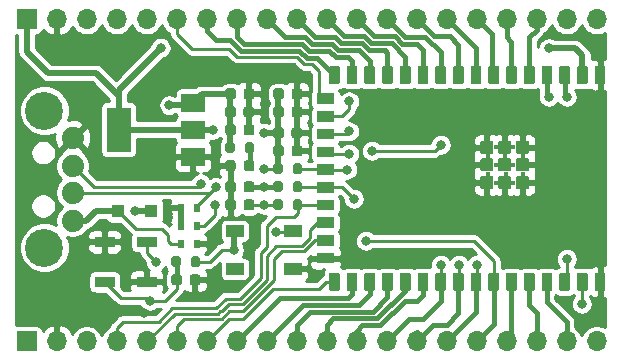
<source format=gtl>
G04 #@! TF.GenerationSoftware,KiCad,Pcbnew,5.1.8-db9833491~87~ubuntu18.04.1*
G04 #@! TF.CreationDate,2020-11-18T16:13:39-03:00*
G04 #@! TF.ProjectId,Franzininho WIFI,4672616e-7a69-46e6-996e-686f20574946,rev?*
G04 #@! TF.SameCoordinates,Original*
G04 #@! TF.FileFunction,Copper,L1,Top*
G04 #@! TF.FilePolarity,Positive*
%FSLAX46Y46*%
G04 Gerber Fmt 4.6, Leading zero omitted, Abs format (unit mm)*
G04 Created by KiCad (PCBNEW 5.1.8-db9833491~87~ubuntu18.04.1) date 2020-11-18 16:13:39*
%MOMM*%
%LPD*%
G01*
G04 APERTURE LIST*
G04 #@! TA.AperFunction,ComponentPad*
%ADD10R,1.700000X1.700000*%
G04 #@! TD*
G04 #@! TA.AperFunction,ComponentPad*
%ADD11O,1.700000X1.700000*%
G04 #@! TD*
G04 #@! TA.AperFunction,ComponentPad*
%ADD12C,0.400000*%
G04 #@! TD*
G04 #@! TA.AperFunction,SMDPad,CuDef*
%ADD13R,1.100000X1.100000*%
G04 #@! TD*
G04 #@! TA.AperFunction,ComponentPad*
%ADD14C,1.879600*%
G04 #@! TD*
G04 #@! TA.AperFunction,ComponentPad*
%ADD15C,3.216000*%
G04 #@! TD*
G04 #@! TA.AperFunction,SMDPad,CuDef*
%ADD16R,0.600000X0.700000*%
G04 #@! TD*
G04 #@! TA.AperFunction,SMDPad,CuDef*
%ADD17R,2.000000X3.800000*%
G04 #@! TD*
G04 #@! TA.AperFunction,SMDPad,CuDef*
%ADD18R,2.000000X1.500000*%
G04 #@! TD*
G04 #@! TA.AperFunction,SMDPad,CuDef*
%ADD19R,1.700000X0.900000*%
G04 #@! TD*
G04 #@! TA.AperFunction,SMDPad,CuDef*
%ADD20R,1.500000X1.000000*%
G04 #@! TD*
G04 #@! TA.AperFunction,ViaPad*
%ADD21C,0.800000*%
G04 #@! TD*
G04 #@! TA.AperFunction,Conductor*
%ADD22C,0.254000*%
G04 #@! TD*
G04 #@! TA.AperFunction,Conductor*
%ADD23C,0.250000*%
G04 #@! TD*
G04 #@! TA.AperFunction,Conductor*
%ADD24C,0.381000*%
G04 #@! TD*
G04 #@! TA.AperFunction,Conductor*
%ADD25C,0.508000*%
G04 #@! TD*
G04 #@! TA.AperFunction,Conductor*
%ADD26C,0.100000*%
G04 #@! TD*
G04 APERTURE END LIST*
D10*
X124460000Y-118745000D03*
D11*
X127000000Y-118745000D03*
X129540000Y-118745000D03*
X132080000Y-118745000D03*
X134620000Y-118745000D03*
X137160000Y-118745000D03*
X139700000Y-118745000D03*
X142240000Y-118745000D03*
X144780000Y-118745000D03*
X147320000Y-118745000D03*
X149860000Y-118745000D03*
X152400000Y-118745000D03*
X154940000Y-118745000D03*
X157480000Y-118745000D03*
X160020000Y-118745000D03*
X162560000Y-118745000D03*
X165100000Y-118745000D03*
X167640000Y-118745000D03*
X170180000Y-118745000D03*
X172720000Y-118745000D03*
G04 #@! TA.AperFunction,SMDPad,CuDef*
G36*
G01*
X145333000Y-99564000D02*
X145333000Y-99064000D01*
G75*
G02*
X145558000Y-98839000I225000J0D01*
G01*
X146008000Y-98839000D01*
G75*
G02*
X146233000Y-99064000I0J-225000D01*
G01*
X146233000Y-99564000D01*
G75*
G02*
X146008000Y-99789000I-225000J0D01*
G01*
X145558000Y-99789000D01*
G75*
G02*
X145333000Y-99564000I0J225000D01*
G01*
G37*
G04 #@! TD.AperFunction*
G04 #@! TA.AperFunction,SMDPad,CuDef*
G36*
G01*
X146883000Y-99564000D02*
X146883000Y-99064000D01*
G75*
G02*
X147108000Y-98839000I225000J0D01*
G01*
X147558000Y-98839000D01*
G75*
G02*
X147783000Y-99064000I0J-225000D01*
G01*
X147783000Y-99564000D01*
G75*
G02*
X147558000Y-99789000I-225000J0D01*
G01*
X147108000Y-99789000D01*
G75*
G02*
X146883000Y-99564000I0J225000D01*
G01*
G37*
G04 #@! TD.AperFunction*
G04 #@! TA.AperFunction,SMDPad,CuDef*
G36*
G01*
X145333000Y-104415000D02*
X145333000Y-103865000D01*
G75*
G02*
X145533000Y-103665000I200000J0D01*
G01*
X145933000Y-103665000D01*
G75*
G02*
X146133000Y-103865000I0J-200000D01*
G01*
X146133000Y-104415000D01*
G75*
G02*
X145933000Y-104615000I-200000J0D01*
G01*
X145533000Y-104615000D01*
G75*
G02*
X145333000Y-104415000I0J200000D01*
G01*
G37*
G04 #@! TD.AperFunction*
G04 #@! TA.AperFunction,SMDPad,CuDef*
G36*
G01*
X146983000Y-104415000D02*
X146983000Y-103865000D01*
G75*
G02*
X147183000Y-103665000I200000J0D01*
G01*
X147583000Y-103665000D01*
G75*
G02*
X147783000Y-103865000I0J-200000D01*
G01*
X147783000Y-104415000D01*
G75*
G02*
X147583000Y-104615000I-200000J0D01*
G01*
X147183000Y-104615000D01*
G75*
G02*
X146983000Y-104415000I0J200000D01*
G01*
G37*
G04 #@! TD.AperFunction*
G04 #@! TA.AperFunction,SMDPad,CuDef*
G36*
G01*
X137497000Y-111739000D02*
X137497000Y-112289000D01*
G75*
G02*
X137297000Y-112489000I-200000J0D01*
G01*
X136897000Y-112489000D01*
G75*
G02*
X136697000Y-112289000I0J200000D01*
G01*
X136697000Y-111739000D01*
G75*
G02*
X136897000Y-111539000I200000J0D01*
G01*
X137297000Y-111539000D01*
G75*
G02*
X137497000Y-111739000I0J-200000D01*
G01*
G37*
G04 #@! TD.AperFunction*
G04 #@! TA.AperFunction,SMDPad,CuDef*
G36*
G01*
X139147000Y-111739000D02*
X139147000Y-112289000D01*
G75*
G02*
X138947000Y-112489000I-200000J0D01*
G01*
X138547000Y-112489000D01*
G75*
G02*
X138347000Y-112289000I0J200000D01*
G01*
X138347000Y-111739000D01*
G75*
G02*
X138547000Y-111539000I200000J0D01*
G01*
X138947000Y-111539000D01*
G75*
G02*
X139147000Y-111739000I0J-200000D01*
G01*
G37*
G04 #@! TD.AperFunction*
D12*
X164193200Y-103773200D03*
X165666400Y-103824000D03*
X165006000Y-104586000D03*
X164955200Y-103062000D03*
X164193200Y-102300000D03*
X163482000Y-103062000D03*
X163482000Y-104535200D03*
X164193200Y-105297200D03*
X165666400Y-105297200D03*
X166479200Y-104586000D03*
X166479200Y-103062000D03*
X165666400Y-102300000D03*
G04 #@! TA.AperFunction,SMDPad,CuDef*
G36*
G01*
X163888100Y-105860000D02*
X162961900Y-105860000D01*
G75*
G02*
X162875000Y-105773100I0J86900D01*
G01*
X162875000Y-104846900D01*
G75*
G02*
X162961900Y-104760000I86900J0D01*
G01*
X163888100Y-104760000D01*
G75*
G02*
X163975000Y-104846900I0J-86900D01*
G01*
X163975000Y-105773100D01*
G75*
G02*
X163888100Y-105860000I-86900J0D01*
G01*
G37*
G04 #@! TD.AperFunction*
G04 #@! TA.AperFunction,SMDPad,CuDef*
G36*
G01*
X163888100Y-104360000D02*
X162961900Y-104360000D01*
G75*
G02*
X162875000Y-104273100I0J86900D01*
G01*
X162875000Y-103346900D01*
G75*
G02*
X162961900Y-103260000I86900J0D01*
G01*
X163888100Y-103260000D01*
G75*
G02*
X163975000Y-103346900I0J-86900D01*
G01*
X163975000Y-104273100D01*
G75*
G02*
X163888100Y-104360000I-86900J0D01*
G01*
G37*
G04 #@! TD.AperFunction*
G04 #@! TA.AperFunction,SMDPad,CuDef*
G36*
G01*
X163888100Y-102860000D02*
X162961900Y-102860000D01*
G75*
G02*
X162875000Y-102773100I0J86900D01*
G01*
X162875000Y-101846900D01*
G75*
G02*
X162961900Y-101760000I86900J0D01*
G01*
X163888100Y-101760000D01*
G75*
G02*
X163975000Y-101846900I0J-86900D01*
G01*
X163975000Y-102773100D01*
G75*
G02*
X163888100Y-102860000I-86900J0D01*
G01*
G37*
G04 #@! TD.AperFunction*
G04 #@! TA.AperFunction,SMDPad,CuDef*
G36*
G01*
X165388100Y-105860000D02*
X164461900Y-105860000D01*
G75*
G02*
X164375000Y-105773100I0J86900D01*
G01*
X164375000Y-104846900D01*
G75*
G02*
X164461900Y-104760000I86900J0D01*
G01*
X165388100Y-104760000D01*
G75*
G02*
X165475000Y-104846900I0J-86900D01*
G01*
X165475000Y-105773100D01*
G75*
G02*
X165388100Y-105860000I-86900J0D01*
G01*
G37*
G04 #@! TD.AperFunction*
G04 #@! TA.AperFunction,SMDPad,CuDef*
G36*
G01*
X165388100Y-104360000D02*
X164461900Y-104360000D01*
G75*
G02*
X164375000Y-104273100I0J86900D01*
G01*
X164375000Y-103346900D01*
G75*
G02*
X164461900Y-103260000I86900J0D01*
G01*
X165388100Y-103260000D01*
G75*
G02*
X165475000Y-103346900I0J-86900D01*
G01*
X165475000Y-104273100D01*
G75*
G02*
X165388100Y-104360000I-86900J0D01*
G01*
G37*
G04 #@! TD.AperFunction*
G04 #@! TA.AperFunction,SMDPad,CuDef*
G36*
G01*
X165388100Y-102860000D02*
X164461900Y-102860000D01*
G75*
G02*
X164375000Y-102773100I0J86900D01*
G01*
X164375000Y-101846900D01*
G75*
G02*
X164461900Y-101760000I86900J0D01*
G01*
X165388100Y-101760000D01*
G75*
G02*
X165475000Y-101846900I0J-86900D01*
G01*
X165475000Y-102773100D01*
G75*
G02*
X165388100Y-102860000I-86900J0D01*
G01*
G37*
G04 #@! TD.AperFunction*
G04 #@! TA.AperFunction,SMDPad,CuDef*
G36*
G01*
X166888100Y-105860000D02*
X165961900Y-105860000D01*
G75*
G02*
X165875000Y-105773100I0J86900D01*
G01*
X165875000Y-104846900D01*
G75*
G02*
X165961900Y-104760000I86900J0D01*
G01*
X166888100Y-104760000D01*
G75*
G02*
X166975000Y-104846900I0J-86900D01*
G01*
X166975000Y-105773100D01*
G75*
G02*
X166888100Y-105860000I-86900J0D01*
G01*
G37*
G04 #@! TD.AperFunction*
G04 #@! TA.AperFunction,SMDPad,CuDef*
G36*
G01*
X166888100Y-104360000D02*
X165961900Y-104360000D01*
G75*
G02*
X165875000Y-104273100I0J86900D01*
G01*
X165875000Y-103346900D01*
G75*
G02*
X165961900Y-103260000I86900J0D01*
G01*
X166888100Y-103260000D01*
G75*
G02*
X166975000Y-103346900I0J-86900D01*
G01*
X166975000Y-104273100D01*
G75*
G02*
X166888100Y-104360000I-86900J0D01*
G01*
G37*
G04 #@! TD.AperFunction*
G04 #@! TA.AperFunction,SMDPad,CuDef*
G36*
G01*
X166888100Y-102860000D02*
X165961900Y-102860000D01*
G75*
G02*
X165875000Y-102773100I0J86900D01*
G01*
X165875000Y-101846900D01*
G75*
G02*
X165961900Y-101760000I86900J0D01*
G01*
X166888100Y-101760000D01*
G75*
G02*
X166975000Y-101846900I0J-86900D01*
G01*
X166975000Y-102773100D01*
G75*
G02*
X166888100Y-102860000I-86900J0D01*
G01*
G37*
G04 #@! TD.AperFunction*
G04 #@! TA.AperFunction,SMDPad,CuDef*
G36*
G01*
X173378900Y-114450000D02*
X172621100Y-114450000D01*
G75*
G02*
X172550000Y-114378900I0J71100D01*
G01*
X172550000Y-113021100D01*
G75*
G02*
X172621100Y-112950000I71100J0D01*
G01*
X173378900Y-112950000D01*
G75*
G02*
X173450000Y-113021100I0J-71100D01*
G01*
X173450000Y-114378900D01*
G75*
G02*
X173378900Y-114450000I-71100J0D01*
G01*
G37*
G04 #@! TD.AperFunction*
G04 #@! TA.AperFunction,SMDPad,CuDef*
G36*
G01*
X171878900Y-114450000D02*
X171121100Y-114450000D01*
G75*
G02*
X171050000Y-114378900I0J71100D01*
G01*
X171050000Y-113021100D01*
G75*
G02*
X171121100Y-112950000I71100J0D01*
G01*
X171878900Y-112950000D01*
G75*
G02*
X171950000Y-113021100I0J-71100D01*
G01*
X171950000Y-114378900D01*
G75*
G02*
X171878900Y-114450000I-71100J0D01*
G01*
G37*
G04 #@! TD.AperFunction*
G04 #@! TA.AperFunction,SMDPad,CuDef*
G36*
G01*
X170378900Y-114450000D02*
X169621100Y-114450000D01*
G75*
G02*
X169550000Y-114378900I0J71100D01*
G01*
X169550000Y-113021100D01*
G75*
G02*
X169621100Y-112950000I71100J0D01*
G01*
X170378900Y-112950000D01*
G75*
G02*
X170450000Y-113021100I0J-71100D01*
G01*
X170450000Y-114378900D01*
G75*
G02*
X170378900Y-114450000I-71100J0D01*
G01*
G37*
G04 #@! TD.AperFunction*
G04 #@! TA.AperFunction,SMDPad,CuDef*
G36*
G01*
X168878900Y-114450000D02*
X168121100Y-114450000D01*
G75*
G02*
X168050000Y-114378900I0J71100D01*
G01*
X168050000Y-113021100D01*
G75*
G02*
X168121100Y-112950000I71100J0D01*
G01*
X168878900Y-112950000D01*
G75*
G02*
X168950000Y-113021100I0J-71100D01*
G01*
X168950000Y-114378900D01*
G75*
G02*
X168878900Y-114450000I-71100J0D01*
G01*
G37*
G04 #@! TD.AperFunction*
G04 #@! TA.AperFunction,SMDPad,CuDef*
G36*
G01*
X167378900Y-114450000D02*
X166621100Y-114450000D01*
G75*
G02*
X166550000Y-114378900I0J71100D01*
G01*
X166550000Y-113021100D01*
G75*
G02*
X166621100Y-112950000I71100J0D01*
G01*
X167378900Y-112950000D01*
G75*
G02*
X167450000Y-113021100I0J-71100D01*
G01*
X167450000Y-114378900D01*
G75*
G02*
X167378900Y-114450000I-71100J0D01*
G01*
G37*
G04 #@! TD.AperFunction*
G04 #@! TA.AperFunction,SMDPad,CuDef*
G36*
G01*
X165878900Y-114450000D02*
X165121100Y-114450000D01*
G75*
G02*
X165050000Y-114378900I0J71100D01*
G01*
X165050000Y-113021100D01*
G75*
G02*
X165121100Y-112950000I71100J0D01*
G01*
X165878900Y-112950000D01*
G75*
G02*
X165950000Y-113021100I0J-71100D01*
G01*
X165950000Y-114378900D01*
G75*
G02*
X165878900Y-114450000I-71100J0D01*
G01*
G37*
G04 #@! TD.AperFunction*
G04 #@! TA.AperFunction,SMDPad,CuDef*
G36*
G01*
X164378900Y-114450000D02*
X163621100Y-114450000D01*
G75*
G02*
X163550000Y-114378900I0J71100D01*
G01*
X163550000Y-113021100D01*
G75*
G02*
X163621100Y-112950000I71100J0D01*
G01*
X164378900Y-112950000D01*
G75*
G02*
X164450000Y-113021100I0J-71100D01*
G01*
X164450000Y-114378900D01*
G75*
G02*
X164378900Y-114450000I-71100J0D01*
G01*
G37*
G04 #@! TD.AperFunction*
G04 #@! TA.AperFunction,SMDPad,CuDef*
G36*
G01*
X162878900Y-114450000D02*
X162121100Y-114450000D01*
G75*
G02*
X162050000Y-114378900I0J71100D01*
G01*
X162050000Y-113021100D01*
G75*
G02*
X162121100Y-112950000I71100J0D01*
G01*
X162878900Y-112950000D01*
G75*
G02*
X162950000Y-113021100I0J-71100D01*
G01*
X162950000Y-114378900D01*
G75*
G02*
X162878900Y-114450000I-71100J0D01*
G01*
G37*
G04 #@! TD.AperFunction*
G04 #@! TA.AperFunction,SMDPad,CuDef*
G36*
G01*
X161378900Y-114450000D02*
X160621100Y-114450000D01*
G75*
G02*
X160550000Y-114378900I0J71100D01*
G01*
X160550000Y-113021100D01*
G75*
G02*
X160621100Y-112950000I71100J0D01*
G01*
X161378900Y-112950000D01*
G75*
G02*
X161450000Y-113021100I0J-71100D01*
G01*
X161450000Y-114378900D01*
G75*
G02*
X161378900Y-114450000I-71100J0D01*
G01*
G37*
G04 #@! TD.AperFunction*
G04 #@! TA.AperFunction,SMDPad,CuDef*
G36*
G01*
X159878900Y-114450000D02*
X159121100Y-114450000D01*
G75*
G02*
X159050000Y-114378900I0J71100D01*
G01*
X159050000Y-113021100D01*
G75*
G02*
X159121100Y-112950000I71100J0D01*
G01*
X159878900Y-112950000D01*
G75*
G02*
X159950000Y-113021100I0J-71100D01*
G01*
X159950000Y-114378900D01*
G75*
G02*
X159878900Y-114450000I-71100J0D01*
G01*
G37*
G04 #@! TD.AperFunction*
G04 #@! TA.AperFunction,SMDPad,CuDef*
G36*
G01*
X158378900Y-114450000D02*
X157621100Y-114450000D01*
G75*
G02*
X157550000Y-114378900I0J71100D01*
G01*
X157550000Y-113021100D01*
G75*
G02*
X157621100Y-112950000I71100J0D01*
G01*
X158378900Y-112950000D01*
G75*
G02*
X158450000Y-113021100I0J-71100D01*
G01*
X158450000Y-114378900D01*
G75*
G02*
X158378900Y-114450000I-71100J0D01*
G01*
G37*
G04 #@! TD.AperFunction*
G04 #@! TA.AperFunction,SMDPad,CuDef*
G36*
G01*
X156878900Y-114450000D02*
X156121100Y-114450000D01*
G75*
G02*
X156050000Y-114378900I0J71100D01*
G01*
X156050000Y-113021100D01*
G75*
G02*
X156121100Y-112950000I71100J0D01*
G01*
X156878900Y-112950000D01*
G75*
G02*
X156950000Y-113021100I0J-71100D01*
G01*
X156950000Y-114378900D01*
G75*
G02*
X156878900Y-114450000I-71100J0D01*
G01*
G37*
G04 #@! TD.AperFunction*
G04 #@! TA.AperFunction,SMDPad,CuDef*
G36*
G01*
X155378900Y-114450000D02*
X154621100Y-114450000D01*
G75*
G02*
X154550000Y-114378900I0J71100D01*
G01*
X154550000Y-113021100D01*
G75*
G02*
X154621100Y-112950000I71100J0D01*
G01*
X155378900Y-112950000D01*
G75*
G02*
X155450000Y-113021100I0J-71100D01*
G01*
X155450000Y-114378900D01*
G75*
G02*
X155378900Y-114450000I-71100J0D01*
G01*
G37*
G04 #@! TD.AperFunction*
G04 #@! TA.AperFunction,SMDPad,CuDef*
G36*
G01*
X153878900Y-114450000D02*
X153121100Y-114450000D01*
G75*
G02*
X153050000Y-114378900I0J71100D01*
G01*
X153050000Y-113021100D01*
G75*
G02*
X153121100Y-112950000I71100J0D01*
G01*
X153878900Y-112950000D01*
G75*
G02*
X153950000Y-113021100I0J-71100D01*
G01*
X153950000Y-114378900D01*
G75*
G02*
X153878900Y-114450000I-71100J0D01*
G01*
G37*
G04 #@! TD.AperFunction*
G04 #@! TA.AperFunction,SMDPad,CuDef*
G36*
G01*
X152378900Y-114450000D02*
X151621100Y-114450000D01*
G75*
G02*
X151550000Y-114378900I0J71100D01*
G01*
X151550000Y-113021100D01*
G75*
G02*
X151621100Y-112950000I71100J0D01*
G01*
X152378900Y-112950000D01*
G75*
G02*
X152450000Y-113021100I0J-71100D01*
G01*
X152450000Y-114378900D01*
G75*
G02*
X152378900Y-114450000I-71100J0D01*
G01*
G37*
G04 #@! TD.AperFunction*
G04 #@! TA.AperFunction,SMDPad,CuDef*
G36*
G01*
X150878900Y-114450000D02*
X150121100Y-114450000D01*
G75*
G02*
X150050000Y-114378900I0J71100D01*
G01*
X150050000Y-113021100D01*
G75*
G02*
X150121100Y-112950000I71100J0D01*
G01*
X150878900Y-112950000D01*
G75*
G02*
X150950000Y-113021100I0J-71100D01*
G01*
X150950000Y-114378900D01*
G75*
G02*
X150878900Y-114450000I-71100J0D01*
G01*
G37*
G04 #@! TD.AperFunction*
G04 #@! TA.AperFunction,SMDPad,CuDef*
G36*
G01*
X149000000Y-112078900D02*
X149000000Y-111321100D01*
G75*
G02*
X149071100Y-111250000I71100J0D01*
G01*
X150428900Y-111250000D01*
G75*
G02*
X150500000Y-111321100I0J-71100D01*
G01*
X150500000Y-112078900D01*
G75*
G02*
X150428900Y-112150000I-71100J0D01*
G01*
X149071100Y-112150000D01*
G75*
G02*
X149000000Y-112078900I0J71100D01*
G01*
G37*
G04 #@! TD.AperFunction*
G04 #@! TA.AperFunction,SMDPad,CuDef*
G36*
G01*
X149000000Y-110578900D02*
X149000000Y-109821100D01*
G75*
G02*
X149071100Y-109750000I71100J0D01*
G01*
X150428900Y-109750000D01*
G75*
G02*
X150500000Y-109821100I0J-71100D01*
G01*
X150500000Y-110578900D01*
G75*
G02*
X150428900Y-110650000I-71100J0D01*
G01*
X149071100Y-110650000D01*
G75*
G02*
X149000000Y-110578900I0J71100D01*
G01*
G37*
G04 #@! TD.AperFunction*
G04 #@! TA.AperFunction,SMDPad,CuDef*
G36*
G01*
X149000000Y-109078900D02*
X149000000Y-108321100D01*
G75*
G02*
X149071100Y-108250000I71100J0D01*
G01*
X150428900Y-108250000D01*
G75*
G02*
X150500000Y-108321100I0J-71100D01*
G01*
X150500000Y-109078900D01*
G75*
G02*
X150428900Y-109150000I-71100J0D01*
G01*
X149071100Y-109150000D01*
G75*
G02*
X149000000Y-109078900I0J71100D01*
G01*
G37*
G04 #@! TD.AperFunction*
G04 #@! TA.AperFunction,SMDPad,CuDef*
G36*
G01*
X149000000Y-107578900D02*
X149000000Y-106821100D01*
G75*
G02*
X149071100Y-106750000I71100J0D01*
G01*
X150428900Y-106750000D01*
G75*
G02*
X150500000Y-106821100I0J-71100D01*
G01*
X150500000Y-107578900D01*
G75*
G02*
X150428900Y-107650000I-71100J0D01*
G01*
X149071100Y-107650000D01*
G75*
G02*
X149000000Y-107578900I0J71100D01*
G01*
G37*
G04 #@! TD.AperFunction*
G04 #@! TA.AperFunction,SMDPad,CuDef*
G36*
G01*
X149000000Y-106078900D02*
X149000000Y-105321100D01*
G75*
G02*
X149071100Y-105250000I71100J0D01*
G01*
X150428900Y-105250000D01*
G75*
G02*
X150500000Y-105321100I0J-71100D01*
G01*
X150500000Y-106078900D01*
G75*
G02*
X150428900Y-106150000I-71100J0D01*
G01*
X149071100Y-106150000D01*
G75*
G02*
X149000000Y-106078900I0J71100D01*
G01*
G37*
G04 #@! TD.AperFunction*
G04 #@! TA.AperFunction,SMDPad,CuDef*
G36*
G01*
X149000000Y-104578900D02*
X149000000Y-103821100D01*
G75*
G02*
X149071100Y-103750000I71100J0D01*
G01*
X150428900Y-103750000D01*
G75*
G02*
X150500000Y-103821100I0J-71100D01*
G01*
X150500000Y-104578900D01*
G75*
G02*
X150428900Y-104650000I-71100J0D01*
G01*
X149071100Y-104650000D01*
G75*
G02*
X149000000Y-104578900I0J71100D01*
G01*
G37*
G04 #@! TD.AperFunction*
G04 #@! TA.AperFunction,SMDPad,CuDef*
G36*
G01*
X149000000Y-103078900D02*
X149000000Y-102321100D01*
G75*
G02*
X149071100Y-102250000I71100J0D01*
G01*
X150428900Y-102250000D01*
G75*
G02*
X150500000Y-102321100I0J-71100D01*
G01*
X150500000Y-103078900D01*
G75*
G02*
X150428900Y-103150000I-71100J0D01*
G01*
X149071100Y-103150000D01*
G75*
G02*
X149000000Y-103078900I0J71100D01*
G01*
G37*
G04 #@! TD.AperFunction*
G04 #@! TA.AperFunction,SMDPad,CuDef*
G36*
G01*
X149000000Y-101578900D02*
X149000000Y-100821100D01*
G75*
G02*
X149071100Y-100750000I71100J0D01*
G01*
X150428900Y-100750000D01*
G75*
G02*
X150500000Y-100821100I0J-71100D01*
G01*
X150500000Y-101578900D01*
G75*
G02*
X150428900Y-101650000I-71100J0D01*
G01*
X149071100Y-101650000D01*
G75*
G02*
X149000000Y-101578900I0J71100D01*
G01*
G37*
G04 #@! TD.AperFunction*
G04 #@! TA.AperFunction,SMDPad,CuDef*
G36*
G01*
X149000000Y-100078900D02*
X149000000Y-99321100D01*
G75*
G02*
X149071100Y-99250000I71100J0D01*
G01*
X150428900Y-99250000D01*
G75*
G02*
X150500000Y-99321100I0J-71100D01*
G01*
X150500000Y-100078900D01*
G75*
G02*
X150428900Y-100150000I-71100J0D01*
G01*
X149071100Y-100150000D01*
G75*
G02*
X149000000Y-100078900I0J71100D01*
G01*
G37*
G04 #@! TD.AperFunction*
G04 #@! TA.AperFunction,SMDPad,CuDef*
G36*
G01*
X149000000Y-98578900D02*
X149000000Y-97821100D01*
G75*
G02*
X149071100Y-97750000I71100J0D01*
G01*
X150428900Y-97750000D01*
G75*
G02*
X150500000Y-97821100I0J-71100D01*
G01*
X150500000Y-98578900D01*
G75*
G02*
X150428900Y-98650000I-71100J0D01*
G01*
X149071100Y-98650000D01*
G75*
G02*
X149000000Y-98578900I0J71100D01*
G01*
G37*
G04 #@! TD.AperFunction*
G04 #@! TA.AperFunction,SMDPad,CuDef*
G36*
G01*
X150121100Y-95450000D02*
X150878900Y-95450000D01*
G75*
G02*
X150950000Y-95521100I0J-71100D01*
G01*
X150950000Y-96878900D01*
G75*
G02*
X150878900Y-96950000I-71100J0D01*
G01*
X150121100Y-96950000D01*
G75*
G02*
X150050000Y-96878900I0J71100D01*
G01*
X150050000Y-95521100D01*
G75*
G02*
X150121100Y-95450000I71100J0D01*
G01*
G37*
G04 #@! TD.AperFunction*
G04 #@! TA.AperFunction,SMDPad,CuDef*
G36*
G01*
X151621100Y-95450000D02*
X152378900Y-95450000D01*
G75*
G02*
X152450000Y-95521100I0J-71100D01*
G01*
X152450000Y-96878900D01*
G75*
G02*
X152378900Y-96950000I-71100J0D01*
G01*
X151621100Y-96950000D01*
G75*
G02*
X151550000Y-96878900I0J71100D01*
G01*
X151550000Y-95521100D01*
G75*
G02*
X151621100Y-95450000I71100J0D01*
G01*
G37*
G04 #@! TD.AperFunction*
G04 #@! TA.AperFunction,SMDPad,CuDef*
G36*
G01*
X153121100Y-95450000D02*
X153878900Y-95450000D01*
G75*
G02*
X153950000Y-95521100I0J-71100D01*
G01*
X153950000Y-96878900D01*
G75*
G02*
X153878900Y-96950000I-71100J0D01*
G01*
X153121100Y-96950000D01*
G75*
G02*
X153050000Y-96878900I0J71100D01*
G01*
X153050000Y-95521100D01*
G75*
G02*
X153121100Y-95450000I71100J0D01*
G01*
G37*
G04 #@! TD.AperFunction*
G04 #@! TA.AperFunction,SMDPad,CuDef*
G36*
G01*
X154621100Y-95450000D02*
X155378900Y-95450000D01*
G75*
G02*
X155450000Y-95521100I0J-71100D01*
G01*
X155450000Y-96878900D01*
G75*
G02*
X155378900Y-96950000I-71100J0D01*
G01*
X154621100Y-96950000D01*
G75*
G02*
X154550000Y-96878900I0J71100D01*
G01*
X154550000Y-95521100D01*
G75*
G02*
X154621100Y-95450000I71100J0D01*
G01*
G37*
G04 #@! TD.AperFunction*
G04 #@! TA.AperFunction,SMDPad,CuDef*
G36*
G01*
X156121100Y-95450000D02*
X156878900Y-95450000D01*
G75*
G02*
X156950000Y-95521100I0J-71100D01*
G01*
X156950000Y-96878900D01*
G75*
G02*
X156878900Y-96950000I-71100J0D01*
G01*
X156121100Y-96950000D01*
G75*
G02*
X156050000Y-96878900I0J71100D01*
G01*
X156050000Y-95521100D01*
G75*
G02*
X156121100Y-95450000I71100J0D01*
G01*
G37*
G04 #@! TD.AperFunction*
G04 #@! TA.AperFunction,SMDPad,CuDef*
G36*
G01*
X157621100Y-95450000D02*
X158378900Y-95450000D01*
G75*
G02*
X158450000Y-95521100I0J-71100D01*
G01*
X158450000Y-96878900D01*
G75*
G02*
X158378900Y-96950000I-71100J0D01*
G01*
X157621100Y-96950000D01*
G75*
G02*
X157550000Y-96878900I0J71100D01*
G01*
X157550000Y-95521100D01*
G75*
G02*
X157621100Y-95450000I71100J0D01*
G01*
G37*
G04 #@! TD.AperFunction*
G04 #@! TA.AperFunction,SMDPad,CuDef*
G36*
G01*
X159121100Y-95450000D02*
X159878900Y-95450000D01*
G75*
G02*
X159950000Y-95521100I0J-71100D01*
G01*
X159950000Y-96878900D01*
G75*
G02*
X159878900Y-96950000I-71100J0D01*
G01*
X159121100Y-96950000D01*
G75*
G02*
X159050000Y-96878900I0J71100D01*
G01*
X159050000Y-95521100D01*
G75*
G02*
X159121100Y-95450000I71100J0D01*
G01*
G37*
G04 #@! TD.AperFunction*
G04 #@! TA.AperFunction,SMDPad,CuDef*
G36*
G01*
X160621100Y-95450000D02*
X161378900Y-95450000D01*
G75*
G02*
X161450000Y-95521100I0J-71100D01*
G01*
X161450000Y-96878900D01*
G75*
G02*
X161378900Y-96950000I-71100J0D01*
G01*
X160621100Y-96950000D01*
G75*
G02*
X160550000Y-96878900I0J71100D01*
G01*
X160550000Y-95521100D01*
G75*
G02*
X160621100Y-95450000I71100J0D01*
G01*
G37*
G04 #@! TD.AperFunction*
G04 #@! TA.AperFunction,SMDPad,CuDef*
G36*
G01*
X162121100Y-95450000D02*
X162878900Y-95450000D01*
G75*
G02*
X162950000Y-95521100I0J-71100D01*
G01*
X162950000Y-96878900D01*
G75*
G02*
X162878900Y-96950000I-71100J0D01*
G01*
X162121100Y-96950000D01*
G75*
G02*
X162050000Y-96878900I0J71100D01*
G01*
X162050000Y-95521100D01*
G75*
G02*
X162121100Y-95450000I71100J0D01*
G01*
G37*
G04 #@! TD.AperFunction*
G04 #@! TA.AperFunction,SMDPad,CuDef*
G36*
G01*
X163621100Y-95450000D02*
X164378900Y-95450000D01*
G75*
G02*
X164450000Y-95521100I0J-71100D01*
G01*
X164450000Y-96878900D01*
G75*
G02*
X164378900Y-96950000I-71100J0D01*
G01*
X163621100Y-96950000D01*
G75*
G02*
X163550000Y-96878900I0J71100D01*
G01*
X163550000Y-95521100D01*
G75*
G02*
X163621100Y-95450000I71100J0D01*
G01*
G37*
G04 #@! TD.AperFunction*
G04 #@! TA.AperFunction,SMDPad,CuDef*
G36*
G01*
X165121100Y-95450000D02*
X165878900Y-95450000D01*
G75*
G02*
X165950000Y-95521100I0J-71100D01*
G01*
X165950000Y-96878900D01*
G75*
G02*
X165878900Y-96950000I-71100J0D01*
G01*
X165121100Y-96950000D01*
G75*
G02*
X165050000Y-96878900I0J71100D01*
G01*
X165050000Y-95521100D01*
G75*
G02*
X165121100Y-95450000I71100J0D01*
G01*
G37*
G04 #@! TD.AperFunction*
G04 #@! TA.AperFunction,SMDPad,CuDef*
G36*
G01*
X166621100Y-95450000D02*
X167378900Y-95450000D01*
G75*
G02*
X167450000Y-95521100I0J-71100D01*
G01*
X167450000Y-96878900D01*
G75*
G02*
X167378900Y-96950000I-71100J0D01*
G01*
X166621100Y-96950000D01*
G75*
G02*
X166550000Y-96878900I0J71100D01*
G01*
X166550000Y-95521100D01*
G75*
G02*
X166621100Y-95450000I71100J0D01*
G01*
G37*
G04 #@! TD.AperFunction*
G04 #@! TA.AperFunction,SMDPad,CuDef*
G36*
G01*
X168121100Y-95450000D02*
X168878900Y-95450000D01*
G75*
G02*
X168950000Y-95521100I0J-71100D01*
G01*
X168950000Y-96878900D01*
G75*
G02*
X168878900Y-96950000I-71100J0D01*
G01*
X168121100Y-96950000D01*
G75*
G02*
X168050000Y-96878900I0J71100D01*
G01*
X168050000Y-95521100D01*
G75*
G02*
X168121100Y-95450000I71100J0D01*
G01*
G37*
G04 #@! TD.AperFunction*
G04 #@! TA.AperFunction,SMDPad,CuDef*
G36*
G01*
X169621100Y-95450000D02*
X170378900Y-95450000D01*
G75*
G02*
X170450000Y-95521100I0J-71100D01*
G01*
X170450000Y-96878900D01*
G75*
G02*
X170378900Y-96950000I-71100J0D01*
G01*
X169621100Y-96950000D01*
G75*
G02*
X169550000Y-96878900I0J71100D01*
G01*
X169550000Y-95521100D01*
G75*
G02*
X169621100Y-95450000I71100J0D01*
G01*
G37*
G04 #@! TD.AperFunction*
G04 #@! TA.AperFunction,SMDPad,CuDef*
G36*
G01*
X171121100Y-95450000D02*
X171878900Y-95450000D01*
G75*
G02*
X171950000Y-95521100I0J-71100D01*
G01*
X171950000Y-96878900D01*
G75*
G02*
X171878900Y-96950000I-71100J0D01*
G01*
X171121100Y-96950000D01*
G75*
G02*
X171050000Y-96878900I0J71100D01*
G01*
X171050000Y-95521100D01*
G75*
G02*
X171121100Y-95450000I71100J0D01*
G01*
G37*
G04 #@! TD.AperFunction*
G04 #@! TA.AperFunction,SMDPad,CuDef*
G36*
G01*
X172621100Y-95450000D02*
X173378900Y-95450000D01*
G75*
G02*
X173450000Y-95521100I0J-71100D01*
G01*
X173450000Y-96878900D01*
G75*
G02*
X173378900Y-96950000I-71100J0D01*
G01*
X172621100Y-96950000D01*
G75*
G02*
X172550000Y-96878900I0J71100D01*
G01*
X172550000Y-95521100D01*
G75*
G02*
X172621100Y-95450000I71100J0D01*
G01*
G37*
G04 #@! TD.AperFunction*
G04 #@! TA.AperFunction,SMDPad,CuDef*
G36*
G01*
X145333000Y-98040000D02*
X145333000Y-97540000D01*
G75*
G02*
X145558000Y-97315000I225000J0D01*
G01*
X146008000Y-97315000D01*
G75*
G02*
X146233000Y-97540000I0J-225000D01*
G01*
X146233000Y-98040000D01*
G75*
G02*
X146008000Y-98265000I-225000J0D01*
G01*
X145558000Y-98265000D01*
G75*
G02*
X145333000Y-98040000I0J225000D01*
G01*
G37*
G04 #@! TD.AperFunction*
G04 #@! TA.AperFunction,SMDPad,CuDef*
G36*
G01*
X146883000Y-98040000D02*
X146883000Y-97540000D01*
G75*
G02*
X147108000Y-97315000I225000J0D01*
G01*
X147558000Y-97315000D01*
G75*
G02*
X147783000Y-97540000I0J-225000D01*
G01*
X147783000Y-98040000D01*
G75*
G02*
X147558000Y-98265000I-225000J0D01*
G01*
X147108000Y-98265000D01*
G75*
G02*
X146883000Y-98040000I0J225000D01*
G01*
G37*
G04 #@! TD.AperFunction*
G04 #@! TA.AperFunction,SMDPad,CuDef*
G36*
G01*
X141269000Y-98040000D02*
X141269000Y-97540000D01*
G75*
G02*
X141494000Y-97315000I225000J0D01*
G01*
X141944000Y-97315000D01*
G75*
G02*
X142169000Y-97540000I0J-225000D01*
G01*
X142169000Y-98040000D01*
G75*
G02*
X141944000Y-98265000I-225000J0D01*
G01*
X141494000Y-98265000D01*
G75*
G02*
X141269000Y-98040000I0J225000D01*
G01*
G37*
G04 #@! TD.AperFunction*
G04 #@! TA.AperFunction,SMDPad,CuDef*
G36*
G01*
X142819000Y-98040000D02*
X142819000Y-97540000D01*
G75*
G02*
X143044000Y-97315000I225000J0D01*
G01*
X143494000Y-97315000D01*
G75*
G02*
X143719000Y-97540000I0J-225000D01*
G01*
X143719000Y-98040000D01*
G75*
G02*
X143494000Y-98265000I-225000J0D01*
G01*
X143044000Y-98265000D01*
G75*
G02*
X142819000Y-98040000I0J225000D01*
G01*
G37*
G04 #@! TD.AperFunction*
G04 #@! TA.AperFunction,SMDPad,CuDef*
G36*
G01*
X142169000Y-106938000D02*
X142169000Y-107438000D01*
G75*
G02*
X141944000Y-107663000I-225000J0D01*
G01*
X141494000Y-107663000D01*
G75*
G02*
X141269000Y-107438000I0J225000D01*
G01*
X141269000Y-106938000D01*
G75*
G02*
X141494000Y-106713000I225000J0D01*
G01*
X141944000Y-106713000D01*
G75*
G02*
X142169000Y-106938000I0J-225000D01*
G01*
G37*
G04 #@! TD.AperFunction*
G04 #@! TA.AperFunction,SMDPad,CuDef*
G36*
G01*
X143719000Y-106938000D02*
X143719000Y-107438000D01*
G75*
G02*
X143494000Y-107663000I-225000J0D01*
G01*
X143044000Y-107663000D01*
G75*
G02*
X142819000Y-107438000I0J225000D01*
G01*
X142819000Y-106938000D01*
G75*
G02*
X143044000Y-106713000I225000J0D01*
G01*
X143494000Y-106713000D01*
G75*
G02*
X143719000Y-106938000I0J-225000D01*
G01*
G37*
G04 #@! TD.AperFunction*
G04 #@! TA.AperFunction,SMDPad,CuDef*
G36*
G01*
X142169000Y-105414000D02*
X142169000Y-105914000D01*
G75*
G02*
X141944000Y-106139000I-225000J0D01*
G01*
X141494000Y-106139000D01*
G75*
G02*
X141269000Y-105914000I0J225000D01*
G01*
X141269000Y-105414000D01*
G75*
G02*
X141494000Y-105189000I225000J0D01*
G01*
X141944000Y-105189000D01*
G75*
G02*
X142169000Y-105414000I0J-225000D01*
G01*
G37*
G04 #@! TD.AperFunction*
G04 #@! TA.AperFunction,SMDPad,CuDef*
G36*
G01*
X143719000Y-105414000D02*
X143719000Y-105914000D01*
G75*
G02*
X143494000Y-106139000I-225000J0D01*
G01*
X143044000Y-106139000D01*
G75*
G02*
X142819000Y-105914000I0J225000D01*
G01*
X142819000Y-105414000D01*
G75*
G02*
X143044000Y-105189000I225000J0D01*
G01*
X143494000Y-105189000D01*
G75*
G02*
X143719000Y-105414000I0J-225000D01*
G01*
G37*
G04 #@! TD.AperFunction*
G04 #@! TA.AperFunction,SMDPad,CuDef*
G36*
G01*
X136697000Y-113788000D02*
X136697000Y-113288000D01*
G75*
G02*
X136922000Y-113063000I225000J0D01*
G01*
X137372000Y-113063000D01*
G75*
G02*
X137597000Y-113288000I0J-225000D01*
G01*
X137597000Y-113788000D01*
G75*
G02*
X137372000Y-114013000I-225000J0D01*
G01*
X136922000Y-114013000D01*
G75*
G02*
X136697000Y-113788000I0J225000D01*
G01*
G37*
G04 #@! TD.AperFunction*
G04 #@! TA.AperFunction,SMDPad,CuDef*
G36*
G01*
X138247000Y-113788000D02*
X138247000Y-113288000D01*
G75*
G02*
X138472000Y-113063000I225000J0D01*
G01*
X138922000Y-113063000D01*
G75*
G02*
X139147000Y-113288000I0J-225000D01*
G01*
X139147000Y-113788000D01*
G75*
G02*
X138922000Y-114013000I-225000J0D01*
G01*
X138472000Y-114013000D01*
G75*
G02*
X138247000Y-113788000I0J225000D01*
G01*
G37*
G04 #@! TD.AperFunction*
D13*
X135004000Y-107696000D03*
X132204000Y-107696000D03*
D14*
X128352350Y-101518600D03*
X128352350Y-103891600D03*
X128352350Y-106145600D03*
X128352350Y-108518600D03*
D15*
X125952350Y-110818600D03*
X125952350Y-99218600D03*
G04 #@! TA.AperFunction,SMDPad,CuDef*
G36*
G01*
X145333000Y-107463000D02*
X145333000Y-106913000D01*
G75*
G02*
X145533000Y-106713000I200000J0D01*
G01*
X145933000Y-106713000D01*
G75*
G02*
X146133000Y-106913000I0J-200000D01*
G01*
X146133000Y-107463000D01*
G75*
G02*
X145933000Y-107663000I-200000J0D01*
G01*
X145533000Y-107663000D01*
G75*
G02*
X145333000Y-107463000I0J200000D01*
G01*
G37*
G04 #@! TD.AperFunction*
G04 #@! TA.AperFunction,SMDPad,CuDef*
G36*
G01*
X146983000Y-107463000D02*
X146983000Y-106913000D01*
G75*
G02*
X147183000Y-106713000I200000J0D01*
G01*
X147583000Y-106713000D01*
G75*
G02*
X147783000Y-106913000I0J-200000D01*
G01*
X147783000Y-107463000D01*
G75*
G02*
X147583000Y-107663000I-200000J0D01*
G01*
X147183000Y-107663000D01*
G75*
G02*
X146983000Y-107463000I0J200000D01*
G01*
G37*
G04 #@! TD.AperFunction*
G04 #@! TA.AperFunction,SMDPad,CuDef*
G36*
G01*
X146133000Y-105389000D02*
X146133000Y-105939000D01*
G75*
G02*
X145933000Y-106139000I-200000J0D01*
G01*
X145533000Y-106139000D01*
G75*
G02*
X145333000Y-105939000I0J200000D01*
G01*
X145333000Y-105389000D01*
G75*
G02*
X145533000Y-105189000I200000J0D01*
G01*
X145933000Y-105189000D01*
G75*
G02*
X146133000Y-105389000I0J-200000D01*
G01*
G37*
G04 #@! TD.AperFunction*
G04 #@! TA.AperFunction,SMDPad,CuDef*
G36*
G01*
X147783000Y-105389000D02*
X147783000Y-105939000D01*
G75*
G02*
X147583000Y-106139000I-200000J0D01*
G01*
X147183000Y-106139000D01*
G75*
G02*
X146983000Y-105939000I0J200000D01*
G01*
X146983000Y-105389000D01*
G75*
G02*
X147183000Y-105189000I200000J0D01*
G01*
X147583000Y-105189000D01*
G75*
G02*
X147783000Y-105389000I0J-200000D01*
G01*
G37*
G04 #@! TD.AperFunction*
D16*
X138876000Y-110490000D03*
X137476000Y-110490000D03*
X138876000Y-108966000D03*
X137476000Y-108966000D03*
X137476000Y-107442000D03*
X138876000Y-107442000D03*
G04 #@! TA.AperFunction,SMDPad,CuDef*
G36*
G01*
X142819000Y-101088000D02*
X142819000Y-100588000D01*
G75*
G02*
X143044000Y-100363000I225000J0D01*
G01*
X143494000Y-100363000D01*
G75*
G02*
X143719000Y-100588000I0J-225000D01*
G01*
X143719000Y-101088000D01*
G75*
G02*
X143494000Y-101313000I-225000J0D01*
G01*
X143044000Y-101313000D01*
G75*
G02*
X142819000Y-101088000I0J225000D01*
G01*
G37*
G04 #@! TD.AperFunction*
G04 #@! TA.AperFunction,SMDPad,CuDef*
G36*
G01*
X141269000Y-101088000D02*
X141269000Y-100588000D01*
G75*
G02*
X141494000Y-100363000I225000J0D01*
G01*
X141944000Y-100363000D01*
G75*
G02*
X142169000Y-100588000I0J-225000D01*
G01*
X142169000Y-101088000D01*
G75*
G02*
X141944000Y-101313000I-225000J0D01*
G01*
X141494000Y-101313000D01*
G75*
G02*
X141269000Y-101088000I0J225000D01*
G01*
G37*
G04 #@! TD.AperFunction*
G04 #@! TA.AperFunction,SMDPad,CuDef*
G36*
G01*
X141256000Y-99564000D02*
X141256000Y-99064000D01*
G75*
G02*
X141481000Y-98839000I225000J0D01*
G01*
X141931000Y-98839000D01*
G75*
G02*
X142156000Y-99064000I0J-225000D01*
G01*
X142156000Y-99564000D01*
G75*
G02*
X141931000Y-99789000I-225000J0D01*
G01*
X141481000Y-99789000D01*
G75*
G02*
X141256000Y-99564000I0J225000D01*
G01*
G37*
G04 #@! TD.AperFunction*
G04 #@! TA.AperFunction,SMDPad,CuDef*
G36*
G01*
X142806000Y-99564000D02*
X142806000Y-99064000D01*
G75*
G02*
X143031000Y-98839000I225000J0D01*
G01*
X143481000Y-98839000D01*
G75*
G02*
X143706000Y-99064000I0J-225000D01*
G01*
X143706000Y-99564000D01*
G75*
G02*
X143481000Y-99789000I-225000J0D01*
G01*
X143031000Y-99789000D01*
G75*
G02*
X142806000Y-99564000I0J225000D01*
G01*
G37*
G04 #@! TD.AperFunction*
G04 #@! TA.AperFunction,SMDPad,CuDef*
G36*
G01*
X146883000Y-102866000D02*
X146883000Y-102366000D01*
G75*
G02*
X147108000Y-102141000I225000J0D01*
G01*
X147558000Y-102141000D01*
G75*
G02*
X147783000Y-102366000I0J-225000D01*
G01*
X147783000Y-102866000D01*
G75*
G02*
X147558000Y-103091000I-225000J0D01*
G01*
X147108000Y-103091000D01*
G75*
G02*
X146883000Y-102866000I0J225000D01*
G01*
G37*
G04 #@! TD.AperFunction*
G04 #@! TA.AperFunction,SMDPad,CuDef*
G36*
G01*
X145333000Y-102866000D02*
X145333000Y-102366000D01*
G75*
G02*
X145558000Y-102141000I225000J0D01*
G01*
X146008000Y-102141000D01*
G75*
G02*
X146233000Y-102366000I0J-225000D01*
G01*
X146233000Y-102866000D01*
G75*
G02*
X146008000Y-103091000I-225000J0D01*
G01*
X145558000Y-103091000D01*
G75*
G02*
X145333000Y-102866000I0J225000D01*
G01*
G37*
G04 #@! TD.AperFunction*
G04 #@! TA.AperFunction,SMDPad,CuDef*
G36*
G01*
X145320000Y-101342000D02*
X145320000Y-100842000D01*
G75*
G02*
X145545000Y-100617000I225000J0D01*
G01*
X145995000Y-100617000D01*
G75*
G02*
X146220000Y-100842000I0J-225000D01*
G01*
X146220000Y-101342000D01*
G75*
G02*
X145995000Y-101567000I-225000J0D01*
G01*
X145545000Y-101567000D01*
G75*
G02*
X145320000Y-101342000I0J225000D01*
G01*
G37*
G04 #@! TD.AperFunction*
G04 #@! TA.AperFunction,SMDPad,CuDef*
G36*
G01*
X146870000Y-101342000D02*
X146870000Y-100842000D01*
G75*
G02*
X147095000Y-100617000I225000J0D01*
G01*
X147545000Y-100617000D01*
G75*
G02*
X147770000Y-100842000I0J-225000D01*
G01*
X147770000Y-101342000D01*
G75*
G02*
X147545000Y-101567000I-225000J0D01*
G01*
X147095000Y-101567000D01*
G75*
G02*
X146870000Y-101342000I0J225000D01*
G01*
G37*
G04 #@! TD.AperFunction*
D17*
X132232000Y-100824000D03*
D18*
X138532000Y-100824000D03*
X138532000Y-98524000D03*
X138532000Y-103124000D03*
D10*
X124460000Y-91440000D03*
D11*
X127000000Y-91440000D03*
X129540000Y-91440000D03*
X132080000Y-91440000D03*
X134620000Y-91440000D03*
X137160000Y-91440000D03*
X139700000Y-91440000D03*
X142240000Y-91440000D03*
X144780000Y-91440000D03*
X147320000Y-91440000D03*
X149860000Y-91440000D03*
X152400000Y-91440000D03*
X154940000Y-91440000D03*
X157480000Y-91440000D03*
X160020000Y-91440000D03*
X162560000Y-91440000D03*
X165100000Y-91440000D03*
X167640000Y-91440000D03*
X170180000Y-91440000D03*
X172720000Y-91440000D03*
G04 #@! TA.AperFunction,SMDPad,CuDef*
G36*
G01*
X141269000Y-104142250D02*
X141269000Y-103629750D01*
G75*
G02*
X141487750Y-103411000I218750J0D01*
G01*
X141925250Y-103411000D01*
G75*
G02*
X142144000Y-103629750I0J-218750D01*
G01*
X142144000Y-104142250D01*
G75*
G02*
X141925250Y-104361000I-218750J0D01*
G01*
X141487750Y-104361000D01*
G75*
G02*
X141269000Y-104142250I0J218750D01*
G01*
G37*
G04 #@! TD.AperFunction*
G04 #@! TA.AperFunction,SMDPad,CuDef*
G36*
G01*
X142844000Y-104142250D02*
X142844000Y-103629750D01*
G75*
G02*
X143062750Y-103411000I218750J0D01*
G01*
X143500250Y-103411000D01*
G75*
G02*
X143719000Y-103629750I0J-218750D01*
G01*
X143719000Y-104142250D01*
G75*
G02*
X143500250Y-104361000I-218750J0D01*
G01*
X143062750Y-104361000D01*
G75*
G02*
X142844000Y-104142250I0J218750D01*
G01*
G37*
G04 #@! TD.AperFunction*
G04 #@! TA.AperFunction,SMDPad,CuDef*
G36*
G01*
X141269000Y-102637000D02*
X141269000Y-102087000D01*
G75*
G02*
X141469000Y-101887000I200000J0D01*
G01*
X141869000Y-101887000D01*
G75*
G02*
X142069000Y-102087000I0J-200000D01*
G01*
X142069000Y-102637000D01*
G75*
G02*
X141869000Y-102837000I-200000J0D01*
G01*
X141469000Y-102837000D01*
G75*
G02*
X141269000Y-102637000I0J200000D01*
G01*
G37*
G04 #@! TD.AperFunction*
G04 #@! TA.AperFunction,SMDPad,CuDef*
G36*
G01*
X142919000Y-102637000D02*
X142919000Y-102087000D01*
G75*
G02*
X143119000Y-101887000I200000J0D01*
G01*
X143519000Y-101887000D01*
G75*
G02*
X143719000Y-102087000I0J-200000D01*
G01*
X143719000Y-102637000D01*
G75*
G02*
X143519000Y-102837000I-200000J0D01*
G01*
X143119000Y-102837000D01*
G75*
G02*
X142919000Y-102637000I0J200000D01*
G01*
G37*
G04 #@! TD.AperFunction*
D19*
X131064000Y-110314000D03*
X131064000Y-113714000D03*
X134620000Y-110314000D03*
X134620000Y-113714000D03*
D20*
X146976000Y-112598000D03*
X146976000Y-109398000D03*
X142076000Y-112598000D03*
X142076000Y-109398000D03*
D21*
X143764000Y-109728000D03*
X148844000Y-113030000D03*
X136398000Y-107950000D03*
X151638000Y-111760000D03*
X171450000Y-116840000D03*
X134366000Y-116332000D03*
X140208000Y-100838000D03*
X144526000Y-101092000D03*
X168656000Y-93916500D03*
X135800000Y-93890000D03*
X144526000Y-104140000D03*
X141986000Y-110998000D03*
X133604000Y-107696000D03*
X136525000Y-98742500D03*
X152146000Y-106680000D03*
X151578000Y-104200000D03*
X145542000Y-109474000D03*
X134874000Y-115316000D03*
X171450000Y-115570000D03*
X170180000Y-98044000D03*
X135382000Y-112014000D03*
X159512000Y-102108000D03*
X153670000Y-102616000D03*
X168656000Y-98044000D03*
X151765000Y-98425000D03*
X151765000Y-100965000D03*
X151765000Y-102870000D03*
X159512000Y-112268000D03*
X161036000Y-112268000D03*
X162560000Y-112268000D03*
X153162000Y-110236000D03*
X170180000Y-111760000D03*
X139192000Y-105418600D03*
X144526000Y-107188000D03*
X140395715Y-107188000D03*
X144526000Y-105664000D03*
X140462000Y-105664000D03*
D22*
X137476000Y-108966000D02*
X137476000Y-109090000D01*
D23*
X134874000Y-113968000D02*
X134620000Y-113714000D01*
X131064000Y-110314000D02*
X131064000Y-110998000D01*
D24*
X171437000Y-96137000D02*
X171500000Y-96200000D01*
D25*
X145783000Y-104090000D02*
X145733000Y-104140000D01*
X145733000Y-97840000D02*
X145783000Y-97790000D01*
X145733000Y-104140000D02*
X145733000Y-97840000D01*
D24*
X142076000Y-109398000D02*
X142062000Y-109398000D01*
X142076000Y-109398000D02*
X141808000Y-109398000D01*
D25*
X124460000Y-91440000D02*
X124460000Y-94234000D01*
X124460000Y-94234000D02*
X126238000Y-96012000D01*
X126238000Y-96012000D02*
X130302000Y-96012000D01*
X130302000Y-96012000D02*
X132232000Y-97942000D01*
X138532000Y-100824000D02*
X132232000Y-100824000D01*
X138532000Y-100824000D02*
X140194000Y-100824000D01*
X140194000Y-100824000D02*
X140208000Y-100838000D01*
X144526000Y-101092000D02*
X145770000Y-101092000D01*
D24*
X132232000Y-98246500D02*
X132232000Y-98259500D01*
D25*
X132232000Y-97942000D02*
X132232000Y-98259500D01*
X132232000Y-98259500D02*
X132232000Y-100824000D01*
X132232000Y-97458000D02*
X132232000Y-97942000D01*
X135800000Y-93890000D02*
X132232000Y-97458000D01*
X168656000Y-93916500D02*
X170878500Y-93916500D01*
X171500000Y-94538000D02*
X171500000Y-96200000D01*
X170878500Y-93916500D02*
X171500000Y-94538000D01*
D22*
X145733000Y-104140000D02*
X144526000Y-104140000D01*
X140970000Y-110998000D02*
X141986000Y-110998000D01*
X139954000Y-112014000D02*
X140970000Y-110998000D01*
X139954000Y-112014000D02*
X138747000Y-112014000D01*
D25*
X141986000Y-109488000D02*
X142076000Y-109398000D01*
X141986000Y-110998000D02*
X141986000Y-109488000D01*
X128545750Y-108712000D02*
X128352350Y-108518600D01*
X128352350Y-108518600D02*
X129479400Y-108518600D01*
X130302000Y-107696000D02*
X132204000Y-107696000D01*
X129479400Y-108518600D02*
X130302000Y-107696000D01*
D22*
X132204000Y-107696000D02*
X133728000Y-109220000D01*
X133728000Y-109220000D02*
X135890000Y-109220000D01*
X135890000Y-109220000D02*
X136398000Y-109728000D01*
X136398000Y-109728000D02*
X136398000Y-110236000D01*
X136652000Y-110490000D02*
X137476000Y-110490000D01*
X136398000Y-110236000D02*
X136652000Y-110490000D01*
X149738000Y-107188000D02*
X149750000Y-107200000D01*
X147383000Y-107188000D02*
X149738000Y-107188000D01*
X145542000Y-108204000D02*
X147066000Y-108204000D01*
X144780000Y-108966000D02*
X145542000Y-108204000D01*
X147066000Y-108204000D02*
X147383000Y-107887000D01*
X147383000Y-107887000D02*
X147383000Y-107188000D01*
X144780000Y-110744000D02*
X144780000Y-108966000D01*
X144272000Y-111252000D02*
X144780000Y-110744000D01*
X142545812Y-115115990D02*
X144272000Y-113389802D01*
X141292772Y-115115990D02*
X142545812Y-115115990D01*
X140472782Y-115935980D02*
X141292772Y-115115990D01*
X144272000Y-112776000D02*
X144272000Y-111252000D01*
X144272000Y-112881802D02*
X144272000Y-112776000D01*
X136789782Y-115935980D02*
X140472782Y-115935980D01*
X144272000Y-113389802D02*
X144272000Y-112776000D01*
X135631762Y-117094000D02*
X136789782Y-115935980D01*
X135631762Y-117094000D02*
X132588000Y-117094000D01*
X132080000Y-117602000D02*
X132080000Y-118745000D01*
X132588000Y-117094000D02*
X132080000Y-117602000D01*
D25*
X141678000Y-99286000D02*
X141706000Y-99314000D01*
X141706000Y-100825000D02*
X141719000Y-100838000D01*
X141706000Y-99314000D02*
X141706000Y-100825000D01*
X141669000Y-100888000D02*
X141719000Y-100838000D01*
X141669000Y-102362000D02*
X141669000Y-100888000D01*
X141706000Y-97803000D02*
X141719000Y-97790000D01*
X141706000Y-99314000D02*
X141706000Y-97803000D01*
X139266000Y-97790000D02*
X138532000Y-98524000D01*
X141719000Y-97790000D02*
X139266000Y-97790000D01*
X135004000Y-107696000D02*
X133604000Y-107696000D01*
X138313500Y-98742500D02*
X138532000Y-98524000D01*
X136525000Y-98742500D02*
X138313500Y-98742500D01*
D22*
X149714000Y-105664000D02*
X149750000Y-105700000D01*
X147383000Y-105664000D02*
X149714000Y-105664000D01*
X149786000Y-105664000D02*
X149750000Y-105700000D01*
X151166000Y-105700000D02*
X152146000Y-106680000D01*
X149750000Y-105700000D02*
X151166000Y-105700000D01*
X151130000Y-105664000D02*
X152146000Y-106680000D01*
X149690000Y-104140000D02*
X149750000Y-104200000D01*
X147383000Y-104140000D02*
X149690000Y-104140000D01*
X149750000Y-104200000D02*
X151578000Y-104200000D01*
X146900000Y-109474000D02*
X146976000Y-109398000D01*
X145542000Y-109474000D02*
X146900000Y-109474000D01*
D24*
X171310000Y-113890000D02*
X171500000Y-113700000D01*
X137147000Y-112064000D02*
X137097000Y-112014000D01*
X137147000Y-113538000D02*
X137147000Y-112064000D01*
D23*
X171450000Y-113750000D02*
X171500000Y-113700000D01*
X171450000Y-115570000D02*
X171450000Y-113750000D01*
D22*
X134620000Y-115062000D02*
X134874000Y-115316000D01*
X132412000Y-115062000D02*
X134620000Y-115062000D01*
X131064000Y-113714000D02*
X132412000Y-115062000D01*
X134874000Y-115316000D02*
X136144000Y-115316000D01*
X137147000Y-114313000D02*
X137147000Y-113538000D01*
X136144000Y-115316000D02*
X137147000Y-114313000D01*
D24*
X170000000Y-96200000D02*
X170000000Y-97864000D01*
X170000000Y-97864000D02*
X170180000Y-98044000D01*
D22*
X159004000Y-102616000D02*
X159512000Y-102108000D01*
X153670000Y-102616000D02*
X159004000Y-102616000D01*
X134620000Y-111252000D02*
X135382000Y-112014000D01*
X134620000Y-110314000D02*
X134620000Y-111252000D01*
D24*
X168500000Y-96200000D02*
X168500000Y-97888000D01*
X168500000Y-97888000D02*
X168656000Y-98044000D01*
X167640000Y-91440000D02*
X167640000Y-92354400D01*
X167000000Y-92994400D02*
X167000000Y-96200000D01*
X167640000Y-92354400D02*
X167000000Y-92994400D01*
X165100000Y-91440000D02*
X165100000Y-93014800D01*
X165500000Y-93414800D02*
X165500000Y-96200000D01*
X165100000Y-93014800D02*
X165500000Y-93414800D01*
X162560000Y-91440000D02*
X163830000Y-92710000D01*
X163830000Y-96030000D02*
X164000000Y-96200000D01*
X163830000Y-92710000D02*
X163830000Y-96030000D01*
X162500000Y-93920000D02*
X162500000Y-96200000D01*
X160020000Y-91440000D02*
X162500000Y-93920000D01*
X157480000Y-91440000D02*
X158953200Y-92913200D01*
X158953200Y-92913200D02*
X160274000Y-92913200D01*
X161000000Y-93639200D02*
X161000000Y-96200000D01*
X160274000Y-92913200D02*
X161000000Y-93639200D01*
X154940000Y-91440000D02*
X156464000Y-92964000D01*
X159500000Y-94281672D02*
X159500000Y-96200000D01*
X158182328Y-92964000D02*
X159500000Y-94281672D01*
X156464000Y-92964000D02*
X158182328Y-92964000D01*
X152400000Y-91440000D02*
X153877636Y-92917636D01*
X155595964Y-92917636D02*
X156223338Y-93545010D01*
X153877636Y-92917636D02*
X155595964Y-92917636D01*
X156223338Y-93545010D02*
X157502210Y-93545010D01*
X158000000Y-94042800D02*
X158000000Y-96200000D01*
X157502210Y-93545010D02*
X158000000Y-94042800D01*
X149860000Y-91440000D02*
X151333200Y-92913200D01*
X153051528Y-92913200D02*
X153636974Y-93498646D01*
X151333200Y-92913200D02*
X153051528Y-92913200D01*
X156500000Y-94643344D02*
X156500000Y-96200000D01*
X155355302Y-93498646D02*
X156500000Y-94643344D01*
X153636974Y-93498646D02*
X155355302Y-93498646D01*
X147320000Y-91440000D02*
X148844000Y-92964000D01*
X150562328Y-92964000D02*
X151092538Y-93494210D01*
X148844000Y-92964000D02*
X150562328Y-92964000D01*
X152810866Y-93494210D02*
X153396312Y-94079656D01*
X151092538Y-93494210D02*
X152810866Y-93494210D01*
X153396312Y-94079656D02*
X154785656Y-94079656D01*
X155000000Y-94294000D02*
X155000000Y-96200000D01*
X154785656Y-94079656D02*
X155000000Y-94294000D01*
X144780000Y-91440000D02*
X146304000Y-92964000D01*
X148603338Y-93545010D02*
X150321666Y-93545010D01*
X146304000Y-92964000D02*
X148022328Y-92964000D01*
X148022328Y-92964000D02*
X148603338Y-93545010D01*
X150321666Y-93545010D02*
X150851876Y-94075220D01*
X153500000Y-95005016D02*
X153500000Y-96200000D01*
X152570204Y-94075220D02*
X153500000Y-95005016D01*
X150851876Y-94075220D02*
X152570204Y-94075220D01*
X152000000Y-96200000D02*
X152000000Y-95018230D01*
X151638000Y-94656230D02*
X150611213Y-94656229D01*
X152000000Y-95018230D02*
X151638000Y-94656230D01*
X150081004Y-94126020D02*
X148362675Y-94126019D01*
X150611213Y-94656229D02*
X150081004Y-94126020D01*
X147781666Y-93545010D02*
X142821010Y-93545010D01*
X148362675Y-94126019D02*
X147781666Y-93545010D01*
X142240000Y-92964000D02*
X142240000Y-91440000D01*
X142821010Y-93545010D02*
X142240000Y-92964000D01*
X139700000Y-92456000D02*
X139700000Y-91440000D01*
X140462000Y-93218000D02*
X139700000Y-92456000D01*
X150500000Y-96200000D02*
X149042000Y-94742000D01*
X149042000Y-94742000D02*
X148156984Y-94742000D01*
X148156984Y-94742000D02*
X147541004Y-94126020D01*
X141672328Y-93218000D02*
X140462000Y-93218000D01*
X147541004Y-94126020D02*
X142580348Y-94126020D01*
X142580348Y-94126020D02*
X141672328Y-93218000D01*
D23*
X141605000Y-93980000D02*
X138430000Y-93980000D01*
X147327474Y-94641530D02*
X142266530Y-94641530D01*
X138430000Y-93980000D02*
X137160000Y-92710000D01*
X142266530Y-94641530D02*
X141605000Y-93980000D01*
X149635000Y-98200000D02*
X149225000Y-97790000D01*
X149225000Y-95885000D02*
X148597510Y-95257510D01*
X137160000Y-92710000D02*
X137160000Y-91440000D01*
X149750000Y-98200000D02*
X149635000Y-98200000D01*
X149225000Y-97790000D02*
X149225000Y-95885000D01*
X148597510Y-95257510D02*
X147943453Y-95257509D01*
X147943453Y-95257509D02*
X147327474Y-94641530D01*
X149750000Y-99700000D02*
X151125000Y-99700000D01*
X151125000Y-99700000D02*
X151765000Y-99060000D01*
X151765000Y-99060000D02*
X151765000Y-98425000D01*
X149750000Y-101200000D02*
X151530000Y-101200000D01*
X151530000Y-101200000D02*
X151765000Y-100965000D01*
X149920000Y-102870000D02*
X149750000Y-102700000D01*
X151765000Y-102870000D02*
X149920000Y-102870000D01*
X140843000Y-116205000D02*
X140660010Y-116387990D01*
X136977010Y-116387990D02*
X134620000Y-118745000D01*
X140660010Y-116387990D02*
X136977010Y-116387990D01*
X140955868Y-116205000D02*
X140843000Y-116205000D01*
D22*
X149000000Y-108700000D02*
X149750000Y-108700000D01*
X148425990Y-109274010D02*
X149000000Y-108700000D01*
X148425990Y-110011944D02*
X148425990Y-109274010D01*
X147766944Y-110670990D02*
X148425990Y-110011944D01*
X141590868Y-115570000D02*
X142733868Y-115570000D01*
X140955868Y-116205000D02*
X141590868Y-115570000D01*
X142733868Y-115570000D02*
X144780000Y-113523868D01*
X144780000Y-113523868D02*
X144780000Y-111486980D01*
X144780000Y-111486980D02*
X145595990Y-110670990D01*
X145595990Y-110670990D02*
X147766944Y-110670990D01*
X148880000Y-110200000D02*
X149750000Y-110200000D01*
X145415000Y-111760000D02*
X146050000Y-111125000D01*
X146050000Y-111125000D02*
X147955000Y-111125000D01*
X137160000Y-118745000D02*
X137160000Y-117475000D01*
X137160000Y-117475000D02*
X137795000Y-116840000D01*
X137795000Y-116840000D02*
X140962934Y-116840000D01*
X147955000Y-111125000D02*
X148880000Y-110200000D01*
X145415000Y-113530934D02*
X145415000Y-111760000D01*
X140962934Y-116840000D02*
X141597934Y-116205000D01*
X141597934Y-116205000D02*
X142740934Y-116205000D01*
X142740934Y-116205000D02*
X145415000Y-113530934D01*
X150500000Y-113700000D02*
X149825000Y-113700000D01*
X149825000Y-113700000D02*
X149225000Y-114300000D01*
X142748000Y-116840000D02*
X145288000Y-114300000D01*
X139700000Y-118745000D02*
X141605000Y-116840000D01*
X149225000Y-114300000D02*
X145288000Y-114300000D01*
X141605000Y-116840000D02*
X142748000Y-116840000D01*
D24*
X152000000Y-113700000D02*
X152000000Y-114450000D01*
X142240000Y-118745000D02*
X145923000Y-115062000D01*
X145923000Y-115062000D02*
X151638000Y-115062000D01*
X152000000Y-114700000D02*
X152000000Y-113700000D01*
X151638000Y-115062000D02*
X152000000Y-114700000D01*
X153500000Y-113700000D02*
X153500000Y-114450000D01*
X147881990Y-115643010D02*
X152580990Y-115643010D01*
X144780000Y-118745000D02*
X147881990Y-115643010D01*
X153500000Y-114724000D02*
X153500000Y-113700000D01*
X152580990Y-115643010D02*
X153500000Y-114724000D01*
X155000000Y-113700000D02*
X155000000Y-114450000D01*
X147320000Y-118745000D02*
X147320000Y-117348000D01*
X148443980Y-116224020D02*
X153777980Y-116224020D01*
X147320000Y-117348000D02*
X148443980Y-116224020D01*
X155000000Y-115002000D02*
X155000000Y-113700000D01*
X153777980Y-116224020D02*
X155000000Y-115002000D01*
X149860000Y-118745000D02*
X149860000Y-117856000D01*
X149860000Y-118745000D02*
X149860000Y-117348000D01*
X149860000Y-117348000D02*
X150402970Y-116805030D01*
X154144970Y-116805030D02*
X153704970Y-116805030D01*
X156500000Y-114450000D02*
X154144970Y-116805030D01*
X156500000Y-113700000D02*
X156500000Y-114450000D01*
X150402970Y-116805030D02*
X153704970Y-116805030D01*
X158000000Y-113700000D02*
X158000000Y-114450000D01*
X158000000Y-114347672D02*
X158000000Y-113700000D01*
X158000000Y-113700000D02*
X158000000Y-114796000D01*
X158000000Y-114796000D02*
X157480000Y-115316000D01*
X156455672Y-115316000D02*
X154385632Y-117386040D01*
X157480000Y-115316000D02*
X156455672Y-115316000D01*
X154385632Y-117386040D02*
X152869960Y-117386040D01*
X152400000Y-117856000D02*
X152400000Y-118745000D01*
X152869960Y-117386040D02*
X152400000Y-117856000D01*
X159500000Y-113700000D02*
X159500000Y-114450000D01*
X159500000Y-113700000D02*
X159500000Y-115328000D01*
X159500000Y-115328000D02*
X157988000Y-116840000D01*
X156845000Y-116840000D02*
X154940000Y-118745000D01*
X157988000Y-116840000D02*
X156845000Y-116840000D01*
D23*
X159500000Y-113700000D02*
X159500000Y-112280000D01*
X159500000Y-112280000D02*
X159512000Y-112268000D01*
D24*
X157480000Y-117970000D02*
X157480000Y-118745000D01*
X161000000Y-113700000D02*
X161000000Y-114450000D01*
X161000000Y-113700000D02*
X161000000Y-116368000D01*
X161000000Y-116368000D02*
X160020000Y-117348000D01*
X158877000Y-117348000D02*
X157480000Y-118745000D01*
X160020000Y-117348000D02*
X158877000Y-117348000D01*
D23*
X161036000Y-113664000D02*
X161000000Y-113700000D01*
X161036000Y-112268000D02*
X161036000Y-113664000D01*
D24*
X162500000Y-113700000D02*
X162500000Y-114450000D01*
X162500000Y-116265000D02*
X160020000Y-118745000D01*
X162500000Y-113700000D02*
X162500000Y-116265000D01*
D23*
X162560000Y-113640000D02*
X162500000Y-113700000D01*
X162560000Y-112268000D02*
X162560000Y-113640000D01*
D24*
X164000000Y-117305000D02*
X162560000Y-118745000D01*
X164000000Y-113700000D02*
X164000000Y-117305000D01*
D23*
X164000000Y-113700000D02*
X164000000Y-111930000D01*
X164000000Y-111930000D02*
X162814000Y-110744000D01*
D22*
X162306000Y-110236000D02*
X162814000Y-110744000D01*
X153162000Y-110236000D02*
X162306000Y-110236000D01*
D24*
X165500000Y-118345000D02*
X165100000Y-118745000D01*
X165500000Y-113700000D02*
X165500000Y-118345000D01*
X167000000Y-113700000D02*
X167000000Y-115692000D01*
X167640000Y-116332000D02*
X167640000Y-118745000D01*
X167000000Y-115692000D02*
X167640000Y-116332000D01*
X168500000Y-113700000D02*
X168500000Y-115414000D01*
X170180000Y-117094000D02*
X170180000Y-118745000D01*
X168500000Y-115414000D02*
X170180000Y-117094000D01*
D22*
X170180000Y-113520000D02*
X170000000Y-113700000D01*
X170180000Y-111760000D02*
X170180000Y-113520000D01*
X128352350Y-103891600D02*
X130124750Y-105664000D01*
X130124750Y-105664000D02*
X138946600Y-105664000D01*
X138946600Y-105664000D02*
X139192000Y-105418600D01*
X144526000Y-107188000D02*
X145733000Y-107188000D01*
X138876000Y-108966000D02*
X139446000Y-108966000D01*
X139446000Y-108966000D02*
X140395715Y-108016285D01*
X140395715Y-108016285D02*
X140395715Y-107188000D01*
X144526000Y-107188000D02*
X143269000Y-107188000D01*
D24*
X145733000Y-105664000D02*
X145333000Y-105664000D01*
X144780000Y-105664000D02*
X145733000Y-105664000D01*
X144526000Y-105664000D02*
X143269000Y-105664000D01*
D22*
X139980400Y-106145600D02*
X140462000Y-105664000D01*
X128352350Y-106145600D02*
X139980400Y-106145600D01*
X138938000Y-107188000D02*
X140462000Y-105664000D01*
X138938000Y-107442000D02*
X138938000Y-107188000D01*
D24*
X143319000Y-103848500D02*
X143281500Y-103886000D01*
X143319000Y-102362000D02*
X143319000Y-103848500D01*
D22*
X123610000Y-92825980D02*
X123672600Y-92825980D01*
X123672601Y-94195327D01*
X123668792Y-94234000D01*
X123683995Y-94388357D01*
X123729018Y-94536782D01*
X123785002Y-94641519D01*
X123802135Y-94673572D01*
X123900532Y-94793469D01*
X123930573Y-94818123D01*
X125653881Y-96541433D01*
X125678531Y-96571469D01*
X125708567Y-96596119D01*
X125708570Y-96596122D01*
X125798427Y-96669866D01*
X125935217Y-96742982D01*
X126083643Y-96788006D01*
X126199327Y-96799400D01*
X126199335Y-96799400D01*
X126238000Y-96803208D01*
X126276665Y-96799400D01*
X129975850Y-96799400D01*
X131444600Y-98268152D01*
X131444600Y-98388020D01*
X131232000Y-98388020D01*
X131127435Y-98398319D01*
X131026889Y-98428819D01*
X130934225Y-98478349D01*
X130853005Y-98545005D01*
X130786349Y-98626225D01*
X130736819Y-98718889D01*
X130706319Y-98819435D01*
X130696020Y-98924000D01*
X130696020Y-102724000D01*
X130706319Y-102828565D01*
X130736819Y-102929111D01*
X130786349Y-103021775D01*
X130853005Y-103102995D01*
X130934225Y-103169651D01*
X131026889Y-103219181D01*
X131127435Y-103249681D01*
X131232000Y-103259980D01*
X133232000Y-103259980D01*
X133336565Y-103249681D01*
X133437111Y-103219181D01*
X133529775Y-103169651D01*
X133610995Y-103102995D01*
X133677651Y-103021775D01*
X133727181Y-102929111D01*
X133757681Y-102828565D01*
X133767980Y-102724000D01*
X133767980Y-101611400D01*
X136999704Y-101611400D01*
X137006319Y-101678565D01*
X137036819Y-101779111D01*
X137086349Y-101871775D01*
X137109152Y-101899560D01*
X137080815Y-101922815D01*
X137001463Y-102019506D01*
X136942498Y-102129820D01*
X136906188Y-102249518D01*
X136893928Y-102374000D01*
X136897000Y-102838250D01*
X137055750Y-102997000D01*
X138405000Y-102997000D01*
X138405000Y-102977000D01*
X138659000Y-102977000D01*
X138659000Y-102997000D01*
X140008250Y-102997000D01*
X140167000Y-102838250D01*
X140170072Y-102374000D01*
X140157812Y-102249518D01*
X140121502Y-102129820D01*
X140062537Y-102019506D01*
X139983185Y-101922815D01*
X139954848Y-101899560D01*
X139977651Y-101871775D01*
X140027181Y-101779111D01*
X140034445Y-101755164D01*
X140116068Y-101771400D01*
X140299932Y-101771400D01*
X140480263Y-101735530D01*
X140650131Y-101665168D01*
X140803008Y-101563019D01*
X140859171Y-101506856D01*
X140861268Y-101510778D01*
X140881601Y-101535553D01*
X140881600Y-101648203D01*
X140857055Y-101678111D01*
X140789043Y-101805353D01*
X140747162Y-101943417D01*
X140733020Y-102087000D01*
X140733020Y-102637000D01*
X140747162Y-102780583D01*
X140789043Y-102918647D01*
X140813717Y-102964809D01*
X140738463Y-103056506D01*
X140679498Y-103166820D01*
X140643188Y-103286518D01*
X140630928Y-103411000D01*
X140634000Y-103600250D01*
X140792750Y-103759000D01*
X141579500Y-103759000D01*
X141579500Y-103739000D01*
X141833500Y-103739000D01*
X141833500Y-103759000D01*
X141853500Y-103759000D01*
X141853500Y-104013000D01*
X141833500Y-104013000D01*
X141833500Y-104837250D01*
X141846000Y-104849750D01*
X141846000Y-105537000D01*
X141866000Y-105537000D01*
X141866000Y-105791000D01*
X141846000Y-105791000D01*
X141846000Y-107061000D01*
X141866000Y-107061000D01*
X141866000Y-107315000D01*
X141846000Y-107315000D01*
X141846000Y-108139250D01*
X142004750Y-108298000D01*
X142169000Y-108301072D01*
X142293482Y-108288812D01*
X142413180Y-108252502D01*
X142523494Y-108193537D01*
X142620185Y-108114185D01*
X142645289Y-108083596D01*
X142752786Y-108141054D01*
X142895540Y-108184358D01*
X143044000Y-108198980D01*
X143494000Y-108198980D01*
X143642460Y-108184358D01*
X143785214Y-108141054D01*
X143916778Y-108070732D01*
X144029086Y-107978563D01*
X144083869Y-108015168D01*
X144253737Y-108085530D01*
X144434068Y-108121400D01*
X144617932Y-108121400D01*
X144708710Y-108103343D01*
X144335967Y-108476087D01*
X144310768Y-108496767D01*
X144228242Y-108597326D01*
X144201137Y-108648036D01*
X144166918Y-108712054D01*
X144129156Y-108836540D01*
X144116405Y-108966000D01*
X144119601Y-108998448D01*
X144119600Y-110470454D01*
X143827968Y-110762086D01*
X143802768Y-110782767D01*
X143720242Y-110883326D01*
X143687509Y-110944565D01*
X143658918Y-110998054D01*
X143621156Y-111122540D01*
X143608405Y-111252000D01*
X143611601Y-111284448D01*
X143611600Y-112743561D01*
X143611600Y-113116256D01*
X142272266Y-114455590D01*
X141325211Y-114455590D01*
X141292772Y-114452395D01*
X141260333Y-114455590D01*
X141163311Y-114465146D01*
X141038825Y-114502908D01*
X140924098Y-114564231D01*
X140823539Y-114646757D01*
X140802860Y-114671955D01*
X140199236Y-115275580D01*
X137118367Y-115275580D01*
X137591034Y-114802913D01*
X137616233Y-114782233D01*
X137698759Y-114681674D01*
X137760082Y-114566947D01*
X137792485Y-114460127D01*
X137795815Y-114464185D01*
X137892506Y-114543537D01*
X138002820Y-114602502D01*
X138122518Y-114638812D01*
X138247000Y-114651072D01*
X138411250Y-114648000D01*
X138570000Y-114489250D01*
X138570000Y-113665000D01*
X138824000Y-113665000D01*
X138824000Y-114489250D01*
X138982750Y-114648000D01*
X139147000Y-114651072D01*
X139271482Y-114638812D01*
X139391180Y-114602502D01*
X139501494Y-114543537D01*
X139598185Y-114464185D01*
X139677537Y-114367494D01*
X139736502Y-114257180D01*
X139772812Y-114137482D01*
X139785072Y-114013000D01*
X139782000Y-113823750D01*
X139623250Y-113665000D01*
X138824000Y-113665000D01*
X138570000Y-113665000D01*
X138550000Y-113665000D01*
X138550000Y-113411000D01*
X138570000Y-113411000D01*
X138570000Y-113391000D01*
X138824000Y-113391000D01*
X138824000Y-113411000D01*
X139623250Y-113411000D01*
X139782000Y-113252250D01*
X139785072Y-113063000D01*
X139772812Y-112938518D01*
X139736502Y-112818820D01*
X139677537Y-112708506D01*
X139649547Y-112674400D01*
X139921561Y-112674400D01*
X139954000Y-112677595D01*
X139986439Y-112674400D01*
X140083461Y-112664844D01*
X140207947Y-112627082D01*
X140322674Y-112565759D01*
X140423233Y-112483233D01*
X140443918Y-112458028D01*
X140790020Y-112111926D01*
X140790020Y-113098000D01*
X140800319Y-113202565D01*
X140830819Y-113303111D01*
X140880349Y-113395775D01*
X140947005Y-113476995D01*
X141028225Y-113543651D01*
X141120889Y-113593181D01*
X141221435Y-113623681D01*
X141326000Y-113633980D01*
X142826000Y-113633980D01*
X142930565Y-113623681D01*
X143031111Y-113593181D01*
X143123775Y-113543651D01*
X143204995Y-113476995D01*
X143271651Y-113395775D01*
X143321181Y-113303111D01*
X143351681Y-113202565D01*
X143361980Y-113098000D01*
X143361980Y-112098000D01*
X143351681Y-111993435D01*
X143321181Y-111892889D01*
X143271651Y-111800225D01*
X143204995Y-111719005D01*
X143123775Y-111652349D01*
X143031111Y-111602819D01*
X142930565Y-111572319D01*
X142826000Y-111562020D01*
X142731724Y-111562020D01*
X142813168Y-111440131D01*
X142883530Y-111270263D01*
X142919400Y-111089932D01*
X142919400Y-110906068D01*
X142883530Y-110725737D01*
X142813168Y-110555869D01*
X142773400Y-110496352D01*
X142773400Y-110433980D01*
X142826000Y-110433980D01*
X142930565Y-110423681D01*
X143031111Y-110393181D01*
X143123775Y-110343651D01*
X143204995Y-110276995D01*
X143271651Y-110195775D01*
X143321181Y-110103111D01*
X143351681Y-110002565D01*
X143361980Y-109898000D01*
X143361980Y-108898000D01*
X143351681Y-108793435D01*
X143321181Y-108692889D01*
X143271651Y-108600225D01*
X143204995Y-108519005D01*
X143123775Y-108452349D01*
X143031111Y-108402819D01*
X142930565Y-108372319D01*
X142826000Y-108362020D01*
X141326000Y-108362020D01*
X141221435Y-108372319D01*
X141120889Y-108402819D01*
X141028225Y-108452349D01*
X140947005Y-108519005D01*
X140880349Y-108600225D01*
X140830819Y-108692889D01*
X140800319Y-108793435D01*
X140790020Y-108898000D01*
X140790020Y-109898000D01*
X140800319Y-110002565D01*
X140830819Y-110103111D01*
X140880349Y-110195775D01*
X140947005Y-110276995D01*
X141020852Y-110337600D01*
X141002439Y-110337600D01*
X140970000Y-110334405D01*
X140937561Y-110337600D01*
X140840539Y-110347156D01*
X140716053Y-110384918D01*
X140601326Y-110446241D01*
X140500767Y-110528767D01*
X140480086Y-110553967D01*
X139680454Y-111353600D01*
X139571500Y-111353600D01*
X139565290Y-111341981D01*
X139627185Y-111291185D01*
X139706537Y-111194494D01*
X139765502Y-111084180D01*
X139801812Y-110964482D01*
X139814072Y-110840000D01*
X139811000Y-110775750D01*
X139652250Y-110617000D01*
X139003000Y-110617000D01*
X139003000Y-110637000D01*
X138749000Y-110637000D01*
X138749000Y-110617000D01*
X138729000Y-110617000D01*
X138729000Y-110363000D01*
X138749000Y-110363000D01*
X138749000Y-110343000D01*
X139003000Y-110343000D01*
X139003000Y-110363000D01*
X139652250Y-110363000D01*
X139811000Y-110204250D01*
X139814072Y-110140000D01*
X139801812Y-110015518D01*
X139765502Y-109895820D01*
X139706537Y-109785506D01*
X139627185Y-109688815D01*
X139587079Y-109655901D01*
X139621651Y-109613775D01*
X139628632Y-109600715D01*
X139699947Y-109579082D01*
X139814674Y-109517759D01*
X139915233Y-109435233D01*
X139935918Y-109410028D01*
X140839749Y-108506198D01*
X140864948Y-108485518D01*
X140947474Y-108384959D01*
X141008797Y-108270232D01*
X141015660Y-108247606D01*
X141024820Y-108252502D01*
X141144518Y-108288812D01*
X141269000Y-108301072D01*
X141433250Y-108298000D01*
X141592000Y-108139250D01*
X141592000Y-107315000D01*
X141572000Y-107315000D01*
X141572000Y-107061000D01*
X141592000Y-107061000D01*
X141592000Y-105791000D01*
X141572000Y-105791000D01*
X141572000Y-105537000D01*
X141592000Y-105537000D01*
X141592000Y-104712750D01*
X141579500Y-104700250D01*
X141579500Y-104013000D01*
X140792750Y-104013000D01*
X140634000Y-104171750D01*
X140630928Y-104361000D01*
X140643188Y-104485482D01*
X140679498Y-104605180D01*
X140738463Y-104715494D01*
X140787298Y-104775000D01*
X140779068Y-104785029D01*
X140734263Y-104766470D01*
X140553932Y-104730600D01*
X140370068Y-104730600D01*
X140189737Y-104766470D01*
X140019869Y-104836832D01*
X139954881Y-104880256D01*
X139917019Y-104823592D01*
X139787008Y-104693581D01*
X139634131Y-104591432D01*
X139464263Y-104521070D01*
X139416530Y-104511575D01*
X139532000Y-104512072D01*
X139656482Y-104499812D01*
X139776180Y-104463502D01*
X139886494Y-104404537D01*
X139983185Y-104325185D01*
X140062537Y-104228494D01*
X140121502Y-104118180D01*
X140157812Y-103998482D01*
X140170072Y-103874000D01*
X140167000Y-103409750D01*
X140008250Y-103251000D01*
X138659000Y-103251000D01*
X138659000Y-104350250D01*
X138817750Y-104509000D01*
X138976974Y-104509685D01*
X138919737Y-104521070D01*
X138749869Y-104591432D01*
X138596992Y-104693581D01*
X138466981Y-104823592D01*
X138364832Y-104976469D01*
X138353594Y-105003600D01*
X130398297Y-105003600D01*
X129753435Y-104358739D01*
X129768936Y-104321317D01*
X129825550Y-104036698D01*
X129825550Y-103874000D01*
X136893928Y-103874000D01*
X136906188Y-103998482D01*
X136942498Y-104118180D01*
X137001463Y-104228494D01*
X137080815Y-104325185D01*
X137177506Y-104404537D01*
X137287820Y-104463502D01*
X137407518Y-104499812D01*
X137532000Y-104512072D01*
X138246250Y-104509000D01*
X138405000Y-104350250D01*
X138405000Y-103251000D01*
X137055750Y-103251000D01*
X136897000Y-103409750D01*
X136893928Y-103874000D01*
X129825550Y-103874000D01*
X129825550Y-103746502D01*
X129768936Y-103461883D01*
X129657883Y-103193778D01*
X129496659Y-102952490D01*
X129291460Y-102747291D01*
X129232129Y-102707647D01*
X129265221Y-102611076D01*
X128352350Y-101698205D01*
X127439479Y-102611076D01*
X127472571Y-102707647D01*
X127413240Y-102747291D01*
X127208041Y-102952490D01*
X127046817Y-103193778D01*
X126935764Y-103461883D01*
X126879150Y-103746502D01*
X126879150Y-104036698D01*
X126935764Y-104321317D01*
X127046817Y-104589422D01*
X127208041Y-104830710D01*
X127395931Y-105018600D01*
X127208041Y-105206490D01*
X127046817Y-105447778D01*
X126935764Y-105715883D01*
X126879150Y-106000502D01*
X126879150Y-106290698D01*
X126935764Y-106575317D01*
X127046817Y-106843422D01*
X127208041Y-107084710D01*
X127413240Y-107289909D01*
X127476383Y-107332100D01*
X127413240Y-107374291D01*
X127208041Y-107579490D01*
X127046817Y-107820778D01*
X126935764Y-108088883D01*
X126879150Y-108373502D01*
X126879150Y-108663698D01*
X126927048Y-108904499D01*
X126576973Y-108759493D01*
X126163259Y-108677200D01*
X125741441Y-108677200D01*
X125327727Y-108759493D01*
X124938017Y-108920916D01*
X124587287Y-109155266D01*
X124289016Y-109453537D01*
X124054666Y-109804267D01*
X123893243Y-110193977D01*
X123810950Y-110607691D01*
X123810950Y-111029509D01*
X123893243Y-111443223D01*
X124054666Y-111832933D01*
X124289016Y-112183663D01*
X124587287Y-112481934D01*
X124938017Y-112716284D01*
X125327727Y-112877707D01*
X125741441Y-112960000D01*
X126163259Y-112960000D01*
X126576973Y-112877707D01*
X126966683Y-112716284D01*
X127317413Y-112481934D01*
X127615684Y-112183663D01*
X127850034Y-111832933D01*
X128011457Y-111443223D01*
X128093750Y-111029509D01*
X128093750Y-110764000D01*
X129575928Y-110764000D01*
X129588188Y-110888482D01*
X129624498Y-111008180D01*
X129683463Y-111118494D01*
X129762815Y-111215185D01*
X129859506Y-111294537D01*
X129969820Y-111353502D01*
X130089518Y-111389812D01*
X130214000Y-111402072D01*
X130778250Y-111399000D01*
X130937000Y-111240250D01*
X130937000Y-110441000D01*
X131191000Y-110441000D01*
X131191000Y-111240250D01*
X131349750Y-111399000D01*
X131914000Y-111402072D01*
X132038482Y-111389812D01*
X132158180Y-111353502D01*
X132268494Y-111294537D01*
X132365185Y-111215185D01*
X132444537Y-111118494D01*
X132503502Y-111008180D01*
X132539812Y-110888482D01*
X132552072Y-110764000D01*
X132549000Y-110599750D01*
X132390250Y-110441000D01*
X131191000Y-110441000D01*
X130937000Y-110441000D01*
X129737750Y-110441000D01*
X129579000Y-110599750D01*
X129575928Y-110764000D01*
X128093750Y-110764000D01*
X128093750Y-110607691D01*
X128011457Y-110193977D01*
X127900458Y-109926001D01*
X127922633Y-109935186D01*
X128207252Y-109991800D01*
X128497448Y-109991800D01*
X128782067Y-109935186D01*
X128953924Y-109864000D01*
X129575928Y-109864000D01*
X129579000Y-110028250D01*
X129737750Y-110187000D01*
X130937000Y-110187000D01*
X130937000Y-109387750D01*
X131191000Y-109387750D01*
X131191000Y-110187000D01*
X132390250Y-110187000D01*
X132549000Y-110028250D01*
X132552072Y-109864000D01*
X132539812Y-109739518D01*
X132503502Y-109619820D01*
X132444537Y-109509506D01*
X132365185Y-109412815D01*
X132268494Y-109333463D01*
X132158180Y-109274498D01*
X132038482Y-109238188D01*
X131914000Y-109225928D01*
X131349750Y-109229000D01*
X131191000Y-109387750D01*
X130937000Y-109387750D01*
X130778250Y-109229000D01*
X130214000Y-109225928D01*
X130089518Y-109238188D01*
X129969820Y-109274498D01*
X129859506Y-109333463D01*
X129762815Y-109412815D01*
X129683463Y-109509506D01*
X129624498Y-109619820D01*
X129588188Y-109739518D01*
X129575928Y-109864000D01*
X128953924Y-109864000D01*
X129050172Y-109824133D01*
X129291460Y-109662909D01*
X129496659Y-109457710D01*
X129603661Y-109297570D01*
X129633757Y-109294606D01*
X129782183Y-109249582D01*
X129918972Y-109176466D01*
X130038869Y-109078069D01*
X130063527Y-109048023D01*
X130628151Y-108483400D01*
X131176078Y-108483400D01*
X131208349Y-108543775D01*
X131275005Y-108624995D01*
X131356225Y-108691651D01*
X131448889Y-108741181D01*
X131549435Y-108771681D01*
X131654000Y-108781980D01*
X132356034Y-108781980D01*
X133238082Y-109664028D01*
X133258767Y-109689233D01*
X133264249Y-109693732D01*
X133244319Y-109759435D01*
X133234020Y-109864000D01*
X133234020Y-110764000D01*
X133244319Y-110868565D01*
X133274819Y-110969111D01*
X133324349Y-111061775D01*
X133391005Y-111142995D01*
X133472225Y-111209651D01*
X133564889Y-111259181D01*
X133665435Y-111289681D01*
X133770000Y-111299980D01*
X133961131Y-111299980D01*
X133969156Y-111381460D01*
X134006918Y-111505946D01*
X134026714Y-111542981D01*
X134068242Y-111620674D01*
X134150768Y-111721233D01*
X134175967Y-111741913D01*
X134448600Y-112014546D01*
X134448600Y-112105932D01*
X134484470Y-112286263D01*
X134554832Y-112456131D01*
X134656981Y-112609008D01*
X134786992Y-112739019D01*
X134792231Y-112742519D01*
X134747000Y-112787750D01*
X134747000Y-113587000D01*
X135946250Y-113587000D01*
X136105000Y-113428250D01*
X136108072Y-113264000D01*
X136095812Y-113139518D01*
X136059502Y-113019820D01*
X136000537Y-112909506D01*
X135921185Y-112812815D01*
X135896672Y-112792698D01*
X135977008Y-112739019D01*
X136107019Y-112609008D01*
X136190693Y-112483781D01*
X136217043Y-112570647D01*
X136285055Y-112697889D01*
X136355825Y-112784122D01*
X136289268Y-112865222D01*
X136218946Y-112996786D01*
X136175642Y-113139540D01*
X136161020Y-113288000D01*
X136161020Y-113788000D01*
X136175642Y-113936460D01*
X136218946Y-114079214D01*
X136289268Y-114210778D01*
X136300991Y-114225062D01*
X135968398Y-114557656D01*
X136000537Y-114518494D01*
X136059502Y-114408180D01*
X136095812Y-114288482D01*
X136108072Y-114164000D01*
X136105000Y-113999750D01*
X135946250Y-113841000D01*
X134747000Y-113841000D01*
X134747000Y-113861000D01*
X134493000Y-113861000D01*
X134493000Y-113841000D01*
X133293750Y-113841000D01*
X133135000Y-113999750D01*
X133131928Y-114164000D01*
X133144188Y-114288482D01*
X133178502Y-114401600D01*
X132685547Y-114401600D01*
X132449798Y-114165851D01*
X132449980Y-114164000D01*
X132449980Y-113264000D01*
X133131928Y-113264000D01*
X133135000Y-113428250D01*
X133293750Y-113587000D01*
X134493000Y-113587000D01*
X134493000Y-112787750D01*
X134334250Y-112629000D01*
X133770000Y-112625928D01*
X133645518Y-112638188D01*
X133525820Y-112674498D01*
X133415506Y-112733463D01*
X133318815Y-112812815D01*
X133239463Y-112909506D01*
X133180498Y-113019820D01*
X133144188Y-113139518D01*
X133131928Y-113264000D01*
X132449980Y-113264000D01*
X132439681Y-113159435D01*
X132409181Y-113058889D01*
X132359651Y-112966225D01*
X132292995Y-112885005D01*
X132211775Y-112818349D01*
X132119111Y-112768819D01*
X132018565Y-112738319D01*
X131914000Y-112728020D01*
X130214000Y-112728020D01*
X130109435Y-112738319D01*
X130008889Y-112768819D01*
X129916225Y-112818349D01*
X129835005Y-112885005D01*
X129768349Y-112966225D01*
X129718819Y-113058889D01*
X129688319Y-113159435D01*
X129678020Y-113264000D01*
X129678020Y-114164000D01*
X129688319Y-114268565D01*
X129718819Y-114369111D01*
X129768349Y-114461775D01*
X129835005Y-114542995D01*
X129916225Y-114609651D01*
X130008889Y-114659181D01*
X130109435Y-114689681D01*
X130214000Y-114699980D01*
X131116034Y-114699980D01*
X131922086Y-115506033D01*
X131942767Y-115531233D01*
X132043326Y-115613759D01*
X132158053Y-115675082D01*
X132282539Y-115712844D01*
X132356433Y-115720122D01*
X132412000Y-115725595D01*
X132444439Y-115722400D01*
X134032032Y-115722400D01*
X134046832Y-115758131D01*
X134148981Y-115911008D01*
X134278992Y-116041019D01*
X134431869Y-116143168D01*
X134601737Y-116213530D01*
X134782068Y-116249400D01*
X134965932Y-116249400D01*
X135146263Y-116213530D01*
X135316131Y-116143168D01*
X135469008Y-116041019D01*
X135533627Y-115976400D01*
X135815415Y-115976400D01*
X135358216Y-116433600D01*
X132620438Y-116433600D01*
X132587999Y-116430405D01*
X132532432Y-116435878D01*
X132458539Y-116443156D01*
X132334053Y-116480918D01*
X132219326Y-116542241D01*
X132118767Y-116624767D01*
X132098082Y-116649972D01*
X131635972Y-117112082D01*
X131610767Y-117132767D01*
X131528241Y-117233327D01*
X131476616Y-117329911D01*
X131466918Y-117348054D01*
X131429156Y-117472540D01*
X131424566Y-117519146D01*
X131198134Y-117670443D01*
X131005443Y-117863134D01*
X130854047Y-118089714D01*
X130810000Y-118196053D01*
X130765953Y-118089714D01*
X130614557Y-117863134D01*
X130421866Y-117670443D01*
X130195286Y-117519047D01*
X129943523Y-117414763D01*
X129676253Y-117361600D01*
X129403747Y-117361600D01*
X129136477Y-117414763D01*
X128884714Y-117519047D01*
X128658134Y-117670443D01*
X128465443Y-117863134D01*
X128322397Y-118077218D01*
X128195178Y-117863645D01*
X128000269Y-117647412D01*
X127766920Y-117473359D01*
X127504099Y-117348175D01*
X127356890Y-117303524D01*
X127127000Y-117424845D01*
X127127000Y-118618000D01*
X127147000Y-118618000D01*
X127147000Y-118872000D01*
X127127000Y-118872000D01*
X127127000Y-118892000D01*
X126873000Y-118892000D01*
X126873000Y-118872000D01*
X126853000Y-118872000D01*
X126853000Y-118618000D01*
X126873000Y-118618000D01*
X126873000Y-117424845D01*
X126643110Y-117303524D01*
X126495901Y-117348175D01*
X126233080Y-117473359D01*
X125999731Y-117647412D01*
X125839142Y-117825571D01*
X125835681Y-117790435D01*
X125805181Y-117689889D01*
X125755651Y-117597225D01*
X125688995Y-117516005D01*
X125607775Y-117449349D01*
X125515111Y-117399819D01*
X125414565Y-117369319D01*
X125310000Y-117359020D01*
X123610000Y-117359020D01*
X123575750Y-117362393D01*
X123575750Y-107161894D01*
X124768950Y-107161894D01*
X124768950Y-107375306D01*
X124810585Y-107584616D01*
X124892253Y-107781782D01*
X125010818Y-107959227D01*
X125161723Y-108110132D01*
X125339168Y-108228697D01*
X125536334Y-108310365D01*
X125745644Y-108352000D01*
X125959056Y-108352000D01*
X126168366Y-108310365D01*
X126365532Y-108228697D01*
X126542977Y-108110132D01*
X126693882Y-107959227D01*
X126812447Y-107781782D01*
X126894115Y-107584616D01*
X126935750Y-107375306D01*
X126935750Y-107161894D01*
X126894115Y-106952584D01*
X126812447Y-106755418D01*
X126693882Y-106577973D01*
X126542977Y-106427068D01*
X126365532Y-106308503D01*
X126168366Y-106226835D01*
X125959056Y-106185200D01*
X125745644Y-106185200D01*
X125536334Y-106226835D01*
X125339168Y-106308503D01*
X125161723Y-106427068D01*
X125010818Y-106577973D01*
X124892253Y-106755418D01*
X124810585Y-106952584D01*
X124768950Y-107161894D01*
X123575750Y-107161894D01*
X123575750Y-102661894D01*
X124768950Y-102661894D01*
X124768950Y-102875306D01*
X124810585Y-103084616D01*
X124892253Y-103281782D01*
X125010818Y-103459227D01*
X125161723Y-103610132D01*
X125339168Y-103728697D01*
X125536334Y-103810365D01*
X125745644Y-103852000D01*
X125959056Y-103852000D01*
X126168366Y-103810365D01*
X126365532Y-103728697D01*
X126542977Y-103610132D01*
X126693882Y-103459227D01*
X126812447Y-103281782D01*
X126894115Y-103084616D01*
X126935750Y-102875306D01*
X126935750Y-102661894D01*
X126894115Y-102452584D01*
X126812447Y-102255418D01*
X126693882Y-102077973D01*
X126542977Y-101927068D01*
X126365532Y-101808503D01*
X126168366Y-101726835D01*
X125959056Y-101685200D01*
X125745644Y-101685200D01*
X125536334Y-101726835D01*
X125339168Y-101808503D01*
X125161723Y-101927068D01*
X125010818Y-102077973D01*
X124892253Y-102255418D01*
X124810585Y-102452584D01*
X124768950Y-102661894D01*
X123575750Y-102661894D01*
X123575750Y-99007691D01*
X123810950Y-99007691D01*
X123810950Y-99429509D01*
X123893243Y-99843223D01*
X124054666Y-100232933D01*
X124289016Y-100583663D01*
X124587287Y-100881934D01*
X124938017Y-101116284D01*
X125327727Y-101277707D01*
X125741441Y-101360000D01*
X126163259Y-101360000D01*
X126576973Y-101277707D01*
X126813336Y-101179802D01*
X126788969Y-101273875D01*
X126771266Y-101583577D01*
X126814323Y-101890784D01*
X126916485Y-102183686D01*
X127001627Y-102342977D01*
X127259874Y-102431471D01*
X128172745Y-101518600D01*
X128531955Y-101518600D01*
X129444826Y-102431471D01*
X129703073Y-102342977D01*
X129837947Y-102063624D01*
X129915731Y-101763325D01*
X129933434Y-101453623D01*
X129890377Y-101146416D01*
X129788215Y-100853514D01*
X129703073Y-100694223D01*
X129444826Y-100605729D01*
X128531955Y-101518600D01*
X128172745Y-101518600D01*
X128158603Y-101504458D01*
X128338208Y-101324853D01*
X128352350Y-101338995D01*
X129265221Y-100426124D01*
X129176727Y-100167877D01*
X128897374Y-100033003D01*
X128597075Y-99955219D01*
X128287373Y-99937516D01*
X127980166Y-99980573D01*
X127950242Y-99991010D01*
X128011457Y-99843223D01*
X128093750Y-99429509D01*
X128093750Y-99007691D01*
X128011457Y-98593977D01*
X127850034Y-98204267D01*
X127615684Y-97853537D01*
X127317413Y-97555266D01*
X126966683Y-97320916D01*
X126576973Y-97159493D01*
X126163259Y-97077200D01*
X125741441Y-97077200D01*
X125327727Y-97159493D01*
X124938017Y-97320916D01*
X124587287Y-97555266D01*
X124289016Y-97853537D01*
X124054666Y-98204267D01*
X123893243Y-98593977D01*
X123810950Y-99007691D01*
X123575750Y-99007691D01*
X123575750Y-92822607D01*
X123610000Y-92825980D01*
G04 #@! TA.AperFunction,Conductor*
D26*
G36*
X123610000Y-92825980D02*
G01*
X123672600Y-92825980D01*
X123672601Y-94195327D01*
X123668792Y-94234000D01*
X123683995Y-94388357D01*
X123729018Y-94536782D01*
X123785002Y-94641519D01*
X123802135Y-94673572D01*
X123900532Y-94793469D01*
X123930573Y-94818123D01*
X125653881Y-96541433D01*
X125678531Y-96571469D01*
X125708567Y-96596119D01*
X125708570Y-96596122D01*
X125798427Y-96669866D01*
X125935217Y-96742982D01*
X126083643Y-96788006D01*
X126199327Y-96799400D01*
X126199335Y-96799400D01*
X126238000Y-96803208D01*
X126276665Y-96799400D01*
X129975850Y-96799400D01*
X131444600Y-98268152D01*
X131444600Y-98388020D01*
X131232000Y-98388020D01*
X131127435Y-98398319D01*
X131026889Y-98428819D01*
X130934225Y-98478349D01*
X130853005Y-98545005D01*
X130786349Y-98626225D01*
X130736819Y-98718889D01*
X130706319Y-98819435D01*
X130696020Y-98924000D01*
X130696020Y-102724000D01*
X130706319Y-102828565D01*
X130736819Y-102929111D01*
X130786349Y-103021775D01*
X130853005Y-103102995D01*
X130934225Y-103169651D01*
X131026889Y-103219181D01*
X131127435Y-103249681D01*
X131232000Y-103259980D01*
X133232000Y-103259980D01*
X133336565Y-103249681D01*
X133437111Y-103219181D01*
X133529775Y-103169651D01*
X133610995Y-103102995D01*
X133677651Y-103021775D01*
X133727181Y-102929111D01*
X133757681Y-102828565D01*
X133767980Y-102724000D01*
X133767980Y-101611400D01*
X136999704Y-101611400D01*
X137006319Y-101678565D01*
X137036819Y-101779111D01*
X137086349Y-101871775D01*
X137109152Y-101899560D01*
X137080815Y-101922815D01*
X137001463Y-102019506D01*
X136942498Y-102129820D01*
X136906188Y-102249518D01*
X136893928Y-102374000D01*
X136897000Y-102838250D01*
X137055750Y-102997000D01*
X138405000Y-102997000D01*
X138405000Y-102977000D01*
X138659000Y-102977000D01*
X138659000Y-102997000D01*
X140008250Y-102997000D01*
X140167000Y-102838250D01*
X140170072Y-102374000D01*
X140157812Y-102249518D01*
X140121502Y-102129820D01*
X140062537Y-102019506D01*
X139983185Y-101922815D01*
X139954848Y-101899560D01*
X139977651Y-101871775D01*
X140027181Y-101779111D01*
X140034445Y-101755164D01*
X140116068Y-101771400D01*
X140299932Y-101771400D01*
X140480263Y-101735530D01*
X140650131Y-101665168D01*
X140803008Y-101563019D01*
X140859171Y-101506856D01*
X140861268Y-101510778D01*
X140881601Y-101535553D01*
X140881600Y-101648203D01*
X140857055Y-101678111D01*
X140789043Y-101805353D01*
X140747162Y-101943417D01*
X140733020Y-102087000D01*
X140733020Y-102637000D01*
X140747162Y-102780583D01*
X140789043Y-102918647D01*
X140813717Y-102964809D01*
X140738463Y-103056506D01*
X140679498Y-103166820D01*
X140643188Y-103286518D01*
X140630928Y-103411000D01*
X140634000Y-103600250D01*
X140792750Y-103759000D01*
X141579500Y-103759000D01*
X141579500Y-103739000D01*
X141833500Y-103739000D01*
X141833500Y-103759000D01*
X141853500Y-103759000D01*
X141853500Y-104013000D01*
X141833500Y-104013000D01*
X141833500Y-104837250D01*
X141846000Y-104849750D01*
X141846000Y-105537000D01*
X141866000Y-105537000D01*
X141866000Y-105791000D01*
X141846000Y-105791000D01*
X141846000Y-107061000D01*
X141866000Y-107061000D01*
X141866000Y-107315000D01*
X141846000Y-107315000D01*
X141846000Y-108139250D01*
X142004750Y-108298000D01*
X142169000Y-108301072D01*
X142293482Y-108288812D01*
X142413180Y-108252502D01*
X142523494Y-108193537D01*
X142620185Y-108114185D01*
X142645289Y-108083596D01*
X142752786Y-108141054D01*
X142895540Y-108184358D01*
X143044000Y-108198980D01*
X143494000Y-108198980D01*
X143642460Y-108184358D01*
X143785214Y-108141054D01*
X143916778Y-108070732D01*
X144029086Y-107978563D01*
X144083869Y-108015168D01*
X144253737Y-108085530D01*
X144434068Y-108121400D01*
X144617932Y-108121400D01*
X144708710Y-108103343D01*
X144335967Y-108476087D01*
X144310768Y-108496767D01*
X144228242Y-108597326D01*
X144201137Y-108648036D01*
X144166918Y-108712054D01*
X144129156Y-108836540D01*
X144116405Y-108966000D01*
X144119601Y-108998448D01*
X144119600Y-110470454D01*
X143827968Y-110762086D01*
X143802768Y-110782767D01*
X143720242Y-110883326D01*
X143687509Y-110944565D01*
X143658918Y-110998054D01*
X143621156Y-111122540D01*
X143608405Y-111252000D01*
X143611601Y-111284448D01*
X143611600Y-112743561D01*
X143611600Y-113116256D01*
X142272266Y-114455590D01*
X141325211Y-114455590D01*
X141292772Y-114452395D01*
X141260333Y-114455590D01*
X141163311Y-114465146D01*
X141038825Y-114502908D01*
X140924098Y-114564231D01*
X140823539Y-114646757D01*
X140802860Y-114671955D01*
X140199236Y-115275580D01*
X137118367Y-115275580D01*
X137591034Y-114802913D01*
X137616233Y-114782233D01*
X137698759Y-114681674D01*
X137760082Y-114566947D01*
X137792485Y-114460127D01*
X137795815Y-114464185D01*
X137892506Y-114543537D01*
X138002820Y-114602502D01*
X138122518Y-114638812D01*
X138247000Y-114651072D01*
X138411250Y-114648000D01*
X138570000Y-114489250D01*
X138570000Y-113665000D01*
X138824000Y-113665000D01*
X138824000Y-114489250D01*
X138982750Y-114648000D01*
X139147000Y-114651072D01*
X139271482Y-114638812D01*
X139391180Y-114602502D01*
X139501494Y-114543537D01*
X139598185Y-114464185D01*
X139677537Y-114367494D01*
X139736502Y-114257180D01*
X139772812Y-114137482D01*
X139785072Y-114013000D01*
X139782000Y-113823750D01*
X139623250Y-113665000D01*
X138824000Y-113665000D01*
X138570000Y-113665000D01*
X138550000Y-113665000D01*
X138550000Y-113411000D01*
X138570000Y-113411000D01*
X138570000Y-113391000D01*
X138824000Y-113391000D01*
X138824000Y-113411000D01*
X139623250Y-113411000D01*
X139782000Y-113252250D01*
X139785072Y-113063000D01*
X139772812Y-112938518D01*
X139736502Y-112818820D01*
X139677537Y-112708506D01*
X139649547Y-112674400D01*
X139921561Y-112674400D01*
X139954000Y-112677595D01*
X139986439Y-112674400D01*
X140083461Y-112664844D01*
X140207947Y-112627082D01*
X140322674Y-112565759D01*
X140423233Y-112483233D01*
X140443918Y-112458028D01*
X140790020Y-112111926D01*
X140790020Y-113098000D01*
X140800319Y-113202565D01*
X140830819Y-113303111D01*
X140880349Y-113395775D01*
X140947005Y-113476995D01*
X141028225Y-113543651D01*
X141120889Y-113593181D01*
X141221435Y-113623681D01*
X141326000Y-113633980D01*
X142826000Y-113633980D01*
X142930565Y-113623681D01*
X143031111Y-113593181D01*
X143123775Y-113543651D01*
X143204995Y-113476995D01*
X143271651Y-113395775D01*
X143321181Y-113303111D01*
X143351681Y-113202565D01*
X143361980Y-113098000D01*
X143361980Y-112098000D01*
X143351681Y-111993435D01*
X143321181Y-111892889D01*
X143271651Y-111800225D01*
X143204995Y-111719005D01*
X143123775Y-111652349D01*
X143031111Y-111602819D01*
X142930565Y-111572319D01*
X142826000Y-111562020D01*
X142731724Y-111562020D01*
X142813168Y-111440131D01*
X142883530Y-111270263D01*
X142919400Y-111089932D01*
X142919400Y-110906068D01*
X142883530Y-110725737D01*
X142813168Y-110555869D01*
X142773400Y-110496352D01*
X142773400Y-110433980D01*
X142826000Y-110433980D01*
X142930565Y-110423681D01*
X143031111Y-110393181D01*
X143123775Y-110343651D01*
X143204995Y-110276995D01*
X143271651Y-110195775D01*
X143321181Y-110103111D01*
X143351681Y-110002565D01*
X143361980Y-109898000D01*
X143361980Y-108898000D01*
X143351681Y-108793435D01*
X143321181Y-108692889D01*
X143271651Y-108600225D01*
X143204995Y-108519005D01*
X143123775Y-108452349D01*
X143031111Y-108402819D01*
X142930565Y-108372319D01*
X142826000Y-108362020D01*
X141326000Y-108362020D01*
X141221435Y-108372319D01*
X141120889Y-108402819D01*
X141028225Y-108452349D01*
X140947005Y-108519005D01*
X140880349Y-108600225D01*
X140830819Y-108692889D01*
X140800319Y-108793435D01*
X140790020Y-108898000D01*
X140790020Y-109898000D01*
X140800319Y-110002565D01*
X140830819Y-110103111D01*
X140880349Y-110195775D01*
X140947005Y-110276995D01*
X141020852Y-110337600D01*
X141002439Y-110337600D01*
X140970000Y-110334405D01*
X140937561Y-110337600D01*
X140840539Y-110347156D01*
X140716053Y-110384918D01*
X140601326Y-110446241D01*
X140500767Y-110528767D01*
X140480086Y-110553967D01*
X139680454Y-111353600D01*
X139571500Y-111353600D01*
X139565290Y-111341981D01*
X139627185Y-111291185D01*
X139706537Y-111194494D01*
X139765502Y-111084180D01*
X139801812Y-110964482D01*
X139814072Y-110840000D01*
X139811000Y-110775750D01*
X139652250Y-110617000D01*
X139003000Y-110617000D01*
X139003000Y-110637000D01*
X138749000Y-110637000D01*
X138749000Y-110617000D01*
X138729000Y-110617000D01*
X138729000Y-110363000D01*
X138749000Y-110363000D01*
X138749000Y-110343000D01*
X139003000Y-110343000D01*
X139003000Y-110363000D01*
X139652250Y-110363000D01*
X139811000Y-110204250D01*
X139814072Y-110140000D01*
X139801812Y-110015518D01*
X139765502Y-109895820D01*
X139706537Y-109785506D01*
X139627185Y-109688815D01*
X139587079Y-109655901D01*
X139621651Y-109613775D01*
X139628632Y-109600715D01*
X139699947Y-109579082D01*
X139814674Y-109517759D01*
X139915233Y-109435233D01*
X139935918Y-109410028D01*
X140839749Y-108506198D01*
X140864948Y-108485518D01*
X140947474Y-108384959D01*
X141008797Y-108270232D01*
X141015660Y-108247606D01*
X141024820Y-108252502D01*
X141144518Y-108288812D01*
X141269000Y-108301072D01*
X141433250Y-108298000D01*
X141592000Y-108139250D01*
X141592000Y-107315000D01*
X141572000Y-107315000D01*
X141572000Y-107061000D01*
X141592000Y-107061000D01*
X141592000Y-105791000D01*
X141572000Y-105791000D01*
X141572000Y-105537000D01*
X141592000Y-105537000D01*
X141592000Y-104712750D01*
X141579500Y-104700250D01*
X141579500Y-104013000D01*
X140792750Y-104013000D01*
X140634000Y-104171750D01*
X140630928Y-104361000D01*
X140643188Y-104485482D01*
X140679498Y-104605180D01*
X140738463Y-104715494D01*
X140787298Y-104775000D01*
X140779068Y-104785029D01*
X140734263Y-104766470D01*
X140553932Y-104730600D01*
X140370068Y-104730600D01*
X140189737Y-104766470D01*
X140019869Y-104836832D01*
X139954881Y-104880256D01*
X139917019Y-104823592D01*
X139787008Y-104693581D01*
X139634131Y-104591432D01*
X139464263Y-104521070D01*
X139416530Y-104511575D01*
X139532000Y-104512072D01*
X139656482Y-104499812D01*
X139776180Y-104463502D01*
X139886494Y-104404537D01*
X139983185Y-104325185D01*
X140062537Y-104228494D01*
X140121502Y-104118180D01*
X140157812Y-103998482D01*
X140170072Y-103874000D01*
X140167000Y-103409750D01*
X140008250Y-103251000D01*
X138659000Y-103251000D01*
X138659000Y-104350250D01*
X138817750Y-104509000D01*
X138976974Y-104509685D01*
X138919737Y-104521070D01*
X138749869Y-104591432D01*
X138596992Y-104693581D01*
X138466981Y-104823592D01*
X138364832Y-104976469D01*
X138353594Y-105003600D01*
X130398297Y-105003600D01*
X129753435Y-104358739D01*
X129768936Y-104321317D01*
X129825550Y-104036698D01*
X129825550Y-103874000D01*
X136893928Y-103874000D01*
X136906188Y-103998482D01*
X136942498Y-104118180D01*
X137001463Y-104228494D01*
X137080815Y-104325185D01*
X137177506Y-104404537D01*
X137287820Y-104463502D01*
X137407518Y-104499812D01*
X137532000Y-104512072D01*
X138246250Y-104509000D01*
X138405000Y-104350250D01*
X138405000Y-103251000D01*
X137055750Y-103251000D01*
X136897000Y-103409750D01*
X136893928Y-103874000D01*
X129825550Y-103874000D01*
X129825550Y-103746502D01*
X129768936Y-103461883D01*
X129657883Y-103193778D01*
X129496659Y-102952490D01*
X129291460Y-102747291D01*
X129232129Y-102707647D01*
X129265221Y-102611076D01*
X128352350Y-101698205D01*
X127439479Y-102611076D01*
X127472571Y-102707647D01*
X127413240Y-102747291D01*
X127208041Y-102952490D01*
X127046817Y-103193778D01*
X126935764Y-103461883D01*
X126879150Y-103746502D01*
X126879150Y-104036698D01*
X126935764Y-104321317D01*
X127046817Y-104589422D01*
X127208041Y-104830710D01*
X127395931Y-105018600D01*
X127208041Y-105206490D01*
X127046817Y-105447778D01*
X126935764Y-105715883D01*
X126879150Y-106000502D01*
X126879150Y-106290698D01*
X126935764Y-106575317D01*
X127046817Y-106843422D01*
X127208041Y-107084710D01*
X127413240Y-107289909D01*
X127476383Y-107332100D01*
X127413240Y-107374291D01*
X127208041Y-107579490D01*
X127046817Y-107820778D01*
X126935764Y-108088883D01*
X126879150Y-108373502D01*
X126879150Y-108663698D01*
X126927048Y-108904499D01*
X126576973Y-108759493D01*
X126163259Y-108677200D01*
X125741441Y-108677200D01*
X125327727Y-108759493D01*
X124938017Y-108920916D01*
X124587287Y-109155266D01*
X124289016Y-109453537D01*
X124054666Y-109804267D01*
X123893243Y-110193977D01*
X123810950Y-110607691D01*
X123810950Y-111029509D01*
X123893243Y-111443223D01*
X124054666Y-111832933D01*
X124289016Y-112183663D01*
X124587287Y-112481934D01*
X124938017Y-112716284D01*
X125327727Y-112877707D01*
X125741441Y-112960000D01*
X126163259Y-112960000D01*
X126576973Y-112877707D01*
X126966683Y-112716284D01*
X127317413Y-112481934D01*
X127615684Y-112183663D01*
X127850034Y-111832933D01*
X128011457Y-111443223D01*
X128093750Y-111029509D01*
X128093750Y-110764000D01*
X129575928Y-110764000D01*
X129588188Y-110888482D01*
X129624498Y-111008180D01*
X129683463Y-111118494D01*
X129762815Y-111215185D01*
X129859506Y-111294537D01*
X129969820Y-111353502D01*
X130089518Y-111389812D01*
X130214000Y-111402072D01*
X130778250Y-111399000D01*
X130937000Y-111240250D01*
X130937000Y-110441000D01*
X131191000Y-110441000D01*
X131191000Y-111240250D01*
X131349750Y-111399000D01*
X131914000Y-111402072D01*
X132038482Y-111389812D01*
X132158180Y-111353502D01*
X132268494Y-111294537D01*
X132365185Y-111215185D01*
X132444537Y-111118494D01*
X132503502Y-111008180D01*
X132539812Y-110888482D01*
X132552072Y-110764000D01*
X132549000Y-110599750D01*
X132390250Y-110441000D01*
X131191000Y-110441000D01*
X130937000Y-110441000D01*
X129737750Y-110441000D01*
X129579000Y-110599750D01*
X129575928Y-110764000D01*
X128093750Y-110764000D01*
X128093750Y-110607691D01*
X128011457Y-110193977D01*
X127900458Y-109926001D01*
X127922633Y-109935186D01*
X128207252Y-109991800D01*
X128497448Y-109991800D01*
X128782067Y-109935186D01*
X128953924Y-109864000D01*
X129575928Y-109864000D01*
X129579000Y-110028250D01*
X129737750Y-110187000D01*
X130937000Y-110187000D01*
X130937000Y-109387750D01*
X131191000Y-109387750D01*
X131191000Y-110187000D01*
X132390250Y-110187000D01*
X132549000Y-110028250D01*
X132552072Y-109864000D01*
X132539812Y-109739518D01*
X132503502Y-109619820D01*
X132444537Y-109509506D01*
X132365185Y-109412815D01*
X132268494Y-109333463D01*
X132158180Y-109274498D01*
X132038482Y-109238188D01*
X131914000Y-109225928D01*
X131349750Y-109229000D01*
X131191000Y-109387750D01*
X130937000Y-109387750D01*
X130778250Y-109229000D01*
X130214000Y-109225928D01*
X130089518Y-109238188D01*
X129969820Y-109274498D01*
X129859506Y-109333463D01*
X129762815Y-109412815D01*
X129683463Y-109509506D01*
X129624498Y-109619820D01*
X129588188Y-109739518D01*
X129575928Y-109864000D01*
X128953924Y-109864000D01*
X129050172Y-109824133D01*
X129291460Y-109662909D01*
X129496659Y-109457710D01*
X129603661Y-109297570D01*
X129633757Y-109294606D01*
X129782183Y-109249582D01*
X129918972Y-109176466D01*
X130038869Y-109078069D01*
X130063527Y-109048023D01*
X130628151Y-108483400D01*
X131176078Y-108483400D01*
X131208349Y-108543775D01*
X131275005Y-108624995D01*
X131356225Y-108691651D01*
X131448889Y-108741181D01*
X131549435Y-108771681D01*
X131654000Y-108781980D01*
X132356034Y-108781980D01*
X133238082Y-109664028D01*
X133258767Y-109689233D01*
X133264249Y-109693732D01*
X133244319Y-109759435D01*
X133234020Y-109864000D01*
X133234020Y-110764000D01*
X133244319Y-110868565D01*
X133274819Y-110969111D01*
X133324349Y-111061775D01*
X133391005Y-111142995D01*
X133472225Y-111209651D01*
X133564889Y-111259181D01*
X133665435Y-111289681D01*
X133770000Y-111299980D01*
X133961131Y-111299980D01*
X133969156Y-111381460D01*
X134006918Y-111505946D01*
X134026714Y-111542981D01*
X134068242Y-111620674D01*
X134150768Y-111721233D01*
X134175967Y-111741913D01*
X134448600Y-112014546D01*
X134448600Y-112105932D01*
X134484470Y-112286263D01*
X134554832Y-112456131D01*
X134656981Y-112609008D01*
X134786992Y-112739019D01*
X134792231Y-112742519D01*
X134747000Y-112787750D01*
X134747000Y-113587000D01*
X135946250Y-113587000D01*
X136105000Y-113428250D01*
X136108072Y-113264000D01*
X136095812Y-113139518D01*
X136059502Y-113019820D01*
X136000537Y-112909506D01*
X135921185Y-112812815D01*
X135896672Y-112792698D01*
X135977008Y-112739019D01*
X136107019Y-112609008D01*
X136190693Y-112483781D01*
X136217043Y-112570647D01*
X136285055Y-112697889D01*
X136355825Y-112784122D01*
X136289268Y-112865222D01*
X136218946Y-112996786D01*
X136175642Y-113139540D01*
X136161020Y-113288000D01*
X136161020Y-113788000D01*
X136175642Y-113936460D01*
X136218946Y-114079214D01*
X136289268Y-114210778D01*
X136300991Y-114225062D01*
X135968398Y-114557656D01*
X136000537Y-114518494D01*
X136059502Y-114408180D01*
X136095812Y-114288482D01*
X136108072Y-114164000D01*
X136105000Y-113999750D01*
X135946250Y-113841000D01*
X134747000Y-113841000D01*
X134747000Y-113861000D01*
X134493000Y-113861000D01*
X134493000Y-113841000D01*
X133293750Y-113841000D01*
X133135000Y-113999750D01*
X133131928Y-114164000D01*
X133144188Y-114288482D01*
X133178502Y-114401600D01*
X132685547Y-114401600D01*
X132449798Y-114165851D01*
X132449980Y-114164000D01*
X132449980Y-113264000D01*
X133131928Y-113264000D01*
X133135000Y-113428250D01*
X133293750Y-113587000D01*
X134493000Y-113587000D01*
X134493000Y-112787750D01*
X134334250Y-112629000D01*
X133770000Y-112625928D01*
X133645518Y-112638188D01*
X133525820Y-112674498D01*
X133415506Y-112733463D01*
X133318815Y-112812815D01*
X133239463Y-112909506D01*
X133180498Y-113019820D01*
X133144188Y-113139518D01*
X133131928Y-113264000D01*
X132449980Y-113264000D01*
X132439681Y-113159435D01*
X132409181Y-113058889D01*
X132359651Y-112966225D01*
X132292995Y-112885005D01*
X132211775Y-112818349D01*
X132119111Y-112768819D01*
X132018565Y-112738319D01*
X131914000Y-112728020D01*
X130214000Y-112728020D01*
X130109435Y-112738319D01*
X130008889Y-112768819D01*
X129916225Y-112818349D01*
X129835005Y-112885005D01*
X129768349Y-112966225D01*
X129718819Y-113058889D01*
X129688319Y-113159435D01*
X129678020Y-113264000D01*
X129678020Y-114164000D01*
X129688319Y-114268565D01*
X129718819Y-114369111D01*
X129768349Y-114461775D01*
X129835005Y-114542995D01*
X129916225Y-114609651D01*
X130008889Y-114659181D01*
X130109435Y-114689681D01*
X130214000Y-114699980D01*
X131116034Y-114699980D01*
X131922086Y-115506033D01*
X131942767Y-115531233D01*
X132043326Y-115613759D01*
X132158053Y-115675082D01*
X132282539Y-115712844D01*
X132356433Y-115720122D01*
X132412000Y-115725595D01*
X132444439Y-115722400D01*
X134032032Y-115722400D01*
X134046832Y-115758131D01*
X134148981Y-115911008D01*
X134278992Y-116041019D01*
X134431869Y-116143168D01*
X134601737Y-116213530D01*
X134782068Y-116249400D01*
X134965932Y-116249400D01*
X135146263Y-116213530D01*
X135316131Y-116143168D01*
X135469008Y-116041019D01*
X135533627Y-115976400D01*
X135815415Y-115976400D01*
X135358216Y-116433600D01*
X132620438Y-116433600D01*
X132587999Y-116430405D01*
X132532432Y-116435878D01*
X132458539Y-116443156D01*
X132334053Y-116480918D01*
X132219326Y-116542241D01*
X132118767Y-116624767D01*
X132098082Y-116649972D01*
X131635972Y-117112082D01*
X131610767Y-117132767D01*
X131528241Y-117233327D01*
X131476616Y-117329911D01*
X131466918Y-117348054D01*
X131429156Y-117472540D01*
X131424566Y-117519146D01*
X131198134Y-117670443D01*
X131005443Y-117863134D01*
X130854047Y-118089714D01*
X130810000Y-118196053D01*
X130765953Y-118089714D01*
X130614557Y-117863134D01*
X130421866Y-117670443D01*
X130195286Y-117519047D01*
X129943523Y-117414763D01*
X129676253Y-117361600D01*
X129403747Y-117361600D01*
X129136477Y-117414763D01*
X128884714Y-117519047D01*
X128658134Y-117670443D01*
X128465443Y-117863134D01*
X128322397Y-118077218D01*
X128195178Y-117863645D01*
X128000269Y-117647412D01*
X127766920Y-117473359D01*
X127504099Y-117348175D01*
X127356890Y-117303524D01*
X127127000Y-117424845D01*
X127127000Y-118618000D01*
X127147000Y-118618000D01*
X127147000Y-118872000D01*
X127127000Y-118872000D01*
X127127000Y-118892000D01*
X126873000Y-118892000D01*
X126873000Y-118872000D01*
X126853000Y-118872000D01*
X126853000Y-118618000D01*
X126873000Y-118618000D01*
X126873000Y-117424845D01*
X126643110Y-117303524D01*
X126495901Y-117348175D01*
X126233080Y-117473359D01*
X125999731Y-117647412D01*
X125839142Y-117825571D01*
X125835681Y-117790435D01*
X125805181Y-117689889D01*
X125755651Y-117597225D01*
X125688995Y-117516005D01*
X125607775Y-117449349D01*
X125515111Y-117399819D01*
X125414565Y-117369319D01*
X125310000Y-117359020D01*
X123610000Y-117359020D01*
X123575750Y-117362393D01*
X123575750Y-107161894D01*
X124768950Y-107161894D01*
X124768950Y-107375306D01*
X124810585Y-107584616D01*
X124892253Y-107781782D01*
X125010818Y-107959227D01*
X125161723Y-108110132D01*
X125339168Y-108228697D01*
X125536334Y-108310365D01*
X125745644Y-108352000D01*
X125959056Y-108352000D01*
X126168366Y-108310365D01*
X126365532Y-108228697D01*
X126542977Y-108110132D01*
X126693882Y-107959227D01*
X126812447Y-107781782D01*
X126894115Y-107584616D01*
X126935750Y-107375306D01*
X126935750Y-107161894D01*
X126894115Y-106952584D01*
X126812447Y-106755418D01*
X126693882Y-106577973D01*
X126542977Y-106427068D01*
X126365532Y-106308503D01*
X126168366Y-106226835D01*
X125959056Y-106185200D01*
X125745644Y-106185200D01*
X125536334Y-106226835D01*
X125339168Y-106308503D01*
X125161723Y-106427068D01*
X125010818Y-106577973D01*
X124892253Y-106755418D01*
X124810585Y-106952584D01*
X124768950Y-107161894D01*
X123575750Y-107161894D01*
X123575750Y-102661894D01*
X124768950Y-102661894D01*
X124768950Y-102875306D01*
X124810585Y-103084616D01*
X124892253Y-103281782D01*
X125010818Y-103459227D01*
X125161723Y-103610132D01*
X125339168Y-103728697D01*
X125536334Y-103810365D01*
X125745644Y-103852000D01*
X125959056Y-103852000D01*
X126168366Y-103810365D01*
X126365532Y-103728697D01*
X126542977Y-103610132D01*
X126693882Y-103459227D01*
X126812447Y-103281782D01*
X126894115Y-103084616D01*
X126935750Y-102875306D01*
X126935750Y-102661894D01*
X126894115Y-102452584D01*
X126812447Y-102255418D01*
X126693882Y-102077973D01*
X126542977Y-101927068D01*
X126365532Y-101808503D01*
X126168366Y-101726835D01*
X125959056Y-101685200D01*
X125745644Y-101685200D01*
X125536334Y-101726835D01*
X125339168Y-101808503D01*
X125161723Y-101927068D01*
X125010818Y-102077973D01*
X124892253Y-102255418D01*
X124810585Y-102452584D01*
X124768950Y-102661894D01*
X123575750Y-102661894D01*
X123575750Y-99007691D01*
X123810950Y-99007691D01*
X123810950Y-99429509D01*
X123893243Y-99843223D01*
X124054666Y-100232933D01*
X124289016Y-100583663D01*
X124587287Y-100881934D01*
X124938017Y-101116284D01*
X125327727Y-101277707D01*
X125741441Y-101360000D01*
X126163259Y-101360000D01*
X126576973Y-101277707D01*
X126813336Y-101179802D01*
X126788969Y-101273875D01*
X126771266Y-101583577D01*
X126814323Y-101890784D01*
X126916485Y-102183686D01*
X127001627Y-102342977D01*
X127259874Y-102431471D01*
X128172745Y-101518600D01*
X128531955Y-101518600D01*
X129444826Y-102431471D01*
X129703073Y-102342977D01*
X129837947Y-102063624D01*
X129915731Y-101763325D01*
X129933434Y-101453623D01*
X129890377Y-101146416D01*
X129788215Y-100853514D01*
X129703073Y-100694223D01*
X129444826Y-100605729D01*
X128531955Y-101518600D01*
X128172745Y-101518600D01*
X128158603Y-101504458D01*
X128338208Y-101324853D01*
X128352350Y-101338995D01*
X129265221Y-100426124D01*
X129176727Y-100167877D01*
X128897374Y-100033003D01*
X128597075Y-99955219D01*
X128287373Y-99937516D01*
X127980166Y-99980573D01*
X127950242Y-99991010D01*
X128011457Y-99843223D01*
X128093750Y-99429509D01*
X128093750Y-99007691D01*
X128011457Y-98593977D01*
X127850034Y-98204267D01*
X127615684Y-97853537D01*
X127317413Y-97555266D01*
X126966683Y-97320916D01*
X126576973Y-97159493D01*
X126163259Y-97077200D01*
X125741441Y-97077200D01*
X125327727Y-97159493D01*
X124938017Y-97320916D01*
X124587287Y-97555266D01*
X124289016Y-97853537D01*
X124054666Y-98204267D01*
X123893243Y-98593977D01*
X123810950Y-99007691D01*
X123575750Y-99007691D01*
X123575750Y-92822607D01*
X123610000Y-92825980D01*
G37*
G04 #@! TD.AperFunction*
D22*
X171494047Y-92095286D02*
X171645443Y-92321866D01*
X171838134Y-92514557D01*
X172064714Y-92665953D01*
X172316477Y-92770237D01*
X172583747Y-92823400D01*
X172856253Y-92823400D01*
X173123523Y-92770237D01*
X173375286Y-92665953D01*
X173426451Y-92631766D01*
X173426451Y-94812368D01*
X173285750Y-94815000D01*
X173127000Y-94973750D01*
X173127000Y-96073000D01*
X173147000Y-96073000D01*
X173147000Y-96327000D01*
X173127000Y-96327000D01*
X173127000Y-97426250D01*
X173285750Y-97585000D01*
X173426451Y-97587632D01*
X173426450Y-112312368D01*
X173285750Y-112315000D01*
X173127000Y-112473750D01*
X173127000Y-113573000D01*
X173147000Y-113573000D01*
X173147000Y-113827000D01*
X173127000Y-113827000D01*
X173127000Y-114926250D01*
X173285750Y-115085000D01*
X173426450Y-115087632D01*
X173426450Y-117553234D01*
X173375286Y-117519047D01*
X173123523Y-117414763D01*
X172856253Y-117361600D01*
X172583747Y-117361600D01*
X172316477Y-117414763D01*
X172064714Y-117519047D01*
X171838134Y-117670443D01*
X171645443Y-117863134D01*
X171494047Y-118089714D01*
X171450000Y-118196053D01*
X171405953Y-118089714D01*
X171254557Y-117863134D01*
X171061866Y-117670443D01*
X170903900Y-117564893D01*
X170903900Y-117129556D01*
X170907402Y-117094000D01*
X170893425Y-116952090D01*
X170852032Y-116815635D01*
X170849546Y-116810984D01*
X170784813Y-116689877D01*
X170727741Y-116620335D01*
X170717016Y-116607267D01*
X170717015Y-116607266D01*
X170694350Y-116579649D01*
X170666734Y-116556985D01*
X169223900Y-115114152D01*
X169223900Y-114877330D01*
X169250000Y-114855910D01*
X169283824Y-114883669D01*
X169388781Y-114939769D01*
X169502665Y-114974315D01*
X169621100Y-114985980D01*
X170378900Y-114985980D01*
X170497335Y-114974315D01*
X170611219Y-114939769D01*
X170716176Y-114883669D01*
X170750000Y-114855910D01*
X170783824Y-114883669D01*
X170791600Y-114887826D01*
X170791600Y-114908373D01*
X170724981Y-114974992D01*
X170622832Y-115127869D01*
X170552470Y-115297737D01*
X170516600Y-115478068D01*
X170516600Y-115661932D01*
X170552470Y-115842263D01*
X170622832Y-116012131D01*
X170724981Y-116165008D01*
X170854992Y-116295019D01*
X171007869Y-116397168D01*
X171177737Y-116467530D01*
X171358068Y-116503400D01*
X171541932Y-116503400D01*
X171722263Y-116467530D01*
X171892131Y-116397168D01*
X172045008Y-116295019D01*
X172175019Y-116165008D01*
X172277168Y-116012131D01*
X172347530Y-115842263D01*
X172383400Y-115661932D01*
X172383400Y-115478068D01*
X172347530Y-115297737D01*
X172277168Y-115127869D01*
X172175019Y-114974992D01*
X172129842Y-114929815D01*
X172132179Y-114928566D01*
X172195506Y-114980537D01*
X172305820Y-115039502D01*
X172425518Y-115075812D01*
X172550000Y-115088072D01*
X172714250Y-115085000D01*
X172873000Y-114926250D01*
X172873000Y-113827000D01*
X172853000Y-113827000D01*
X172853000Y-113573000D01*
X172873000Y-113573000D01*
X172873000Y-112473750D01*
X172714250Y-112315000D01*
X172550000Y-112311928D01*
X172425518Y-112324188D01*
X172305820Y-112360498D01*
X172195506Y-112419463D01*
X172132179Y-112471434D01*
X172111219Y-112460231D01*
X171997335Y-112425685D01*
X171878900Y-112414020D01*
X171121100Y-112414020D01*
X171002665Y-112425685D01*
X170888781Y-112460231D01*
X170840400Y-112486091D01*
X170840400Y-112419627D01*
X170905019Y-112355008D01*
X171007168Y-112202131D01*
X171077530Y-112032263D01*
X171113400Y-111851932D01*
X171113400Y-111668068D01*
X171077530Y-111487737D01*
X171007168Y-111317869D01*
X170905019Y-111164992D01*
X170775008Y-111034981D01*
X170622131Y-110932832D01*
X170452263Y-110862470D01*
X170271932Y-110826600D01*
X170088068Y-110826600D01*
X169907737Y-110862470D01*
X169737869Y-110932832D01*
X169584992Y-111034981D01*
X169454981Y-111164992D01*
X169352832Y-111317869D01*
X169282470Y-111487737D01*
X169246600Y-111668068D01*
X169246600Y-111851932D01*
X169282470Y-112032263D01*
X169352832Y-112202131D01*
X169454981Y-112355008D01*
X169519600Y-112419627D01*
X169519600Y-112424017D01*
X169502665Y-112425685D01*
X169388781Y-112460231D01*
X169283824Y-112516331D01*
X169250000Y-112544090D01*
X169216176Y-112516331D01*
X169111219Y-112460231D01*
X168997335Y-112425685D01*
X168878900Y-112414020D01*
X168121100Y-112414020D01*
X168002665Y-112425685D01*
X167888781Y-112460231D01*
X167783824Y-112516331D01*
X167750000Y-112544090D01*
X167716176Y-112516331D01*
X167611219Y-112460231D01*
X167497335Y-112425685D01*
X167378900Y-112414020D01*
X166621100Y-112414020D01*
X166502665Y-112425685D01*
X166388781Y-112460231D01*
X166283824Y-112516331D01*
X166250000Y-112544090D01*
X166216176Y-112516331D01*
X166111219Y-112460231D01*
X165997335Y-112425685D01*
X165878900Y-112414020D01*
X165121100Y-112414020D01*
X165002665Y-112425685D01*
X164888781Y-112460231D01*
X164783824Y-112516331D01*
X164750000Y-112544090D01*
X164716176Y-112516331D01*
X164658400Y-112485449D01*
X164658400Y-111962327D01*
X164661584Y-111929999D01*
X164658400Y-111897671D01*
X164658400Y-111897662D01*
X164648873Y-111800931D01*
X164611225Y-111676822D01*
X164550088Y-111562443D01*
X164467811Y-111462189D01*
X164442693Y-111441575D01*
X163316857Y-110315740D01*
X163303910Y-110299964D01*
X162795918Y-109791972D01*
X162775233Y-109766767D01*
X162674674Y-109684241D01*
X162559947Y-109622918D01*
X162435461Y-109585156D01*
X162338439Y-109575600D01*
X162306000Y-109572405D01*
X162273561Y-109575600D01*
X153821627Y-109575600D01*
X153757008Y-109510981D01*
X153604131Y-109408832D01*
X153434263Y-109338470D01*
X153253932Y-109302600D01*
X153070068Y-109302600D01*
X152889737Y-109338470D01*
X152719869Y-109408832D01*
X152566992Y-109510981D01*
X152436981Y-109640992D01*
X152334832Y-109793869D01*
X152264470Y-109963737D01*
X152228600Y-110144068D01*
X152228600Y-110327932D01*
X152264470Y-110508263D01*
X152334832Y-110678131D01*
X152436981Y-110831008D01*
X152566992Y-110961019D01*
X152719869Y-111063168D01*
X152889737Y-111133530D01*
X153070068Y-111169400D01*
X153253932Y-111169400D01*
X153434263Y-111133530D01*
X153604131Y-111063168D01*
X153757008Y-110961019D01*
X153821627Y-110896400D01*
X162032454Y-110896400D01*
X162369964Y-111233910D01*
X162385740Y-111246857D01*
X162473483Y-111334600D01*
X162468068Y-111334600D01*
X162287737Y-111370470D01*
X162117869Y-111440832D01*
X161964992Y-111542981D01*
X161834981Y-111672992D01*
X161798000Y-111728338D01*
X161761019Y-111672992D01*
X161631008Y-111542981D01*
X161478131Y-111440832D01*
X161308263Y-111370470D01*
X161127932Y-111334600D01*
X160944068Y-111334600D01*
X160763737Y-111370470D01*
X160593869Y-111440832D01*
X160440992Y-111542981D01*
X160310981Y-111672992D01*
X160274000Y-111728338D01*
X160237019Y-111672992D01*
X160107008Y-111542981D01*
X159954131Y-111440832D01*
X159784263Y-111370470D01*
X159603932Y-111334600D01*
X159420068Y-111334600D01*
X159239737Y-111370470D01*
X159069869Y-111440832D01*
X158916992Y-111542981D01*
X158786981Y-111672992D01*
X158684832Y-111825869D01*
X158614470Y-111995737D01*
X158578600Y-112176068D01*
X158578600Y-112359932D01*
X158597737Y-112456141D01*
X158497335Y-112425685D01*
X158378900Y-112414020D01*
X157621100Y-112414020D01*
X157502665Y-112425685D01*
X157388781Y-112460231D01*
X157283824Y-112516331D01*
X157250000Y-112544090D01*
X157216176Y-112516331D01*
X157111219Y-112460231D01*
X156997335Y-112425685D01*
X156878900Y-112414020D01*
X156121100Y-112414020D01*
X156002665Y-112425685D01*
X155888781Y-112460231D01*
X155783824Y-112516331D01*
X155750000Y-112544090D01*
X155716176Y-112516331D01*
X155611219Y-112460231D01*
X155497335Y-112425685D01*
X155378900Y-112414020D01*
X154621100Y-112414020D01*
X154502665Y-112425685D01*
X154388781Y-112460231D01*
X154283824Y-112516331D01*
X154250000Y-112544090D01*
X154216176Y-112516331D01*
X154111219Y-112460231D01*
X153997335Y-112425685D01*
X153878900Y-112414020D01*
X153121100Y-112414020D01*
X153002665Y-112425685D01*
X152888781Y-112460231D01*
X152783824Y-112516331D01*
X152750000Y-112544090D01*
X152716176Y-112516331D01*
X152611219Y-112460231D01*
X152497335Y-112425685D01*
X152378900Y-112414020D01*
X151621100Y-112414020D01*
X151502665Y-112425685D01*
X151388781Y-112460231D01*
X151283824Y-112516331D01*
X151250000Y-112544090D01*
X151216176Y-112516331D01*
X151111219Y-112460231D01*
X151062152Y-112445347D01*
X151089502Y-112394180D01*
X151125812Y-112274482D01*
X151138072Y-112150000D01*
X151135000Y-111985750D01*
X150976250Y-111827000D01*
X149877000Y-111827000D01*
X149877000Y-111847000D01*
X149623000Y-111847000D01*
X149623000Y-111827000D01*
X148523750Y-111827000D01*
X148365000Y-111985750D01*
X148363088Y-112088004D01*
X148351812Y-111973518D01*
X148315502Y-111853820D01*
X148256537Y-111743506D01*
X148238932Y-111722055D01*
X148323674Y-111676759D01*
X148424233Y-111594233D01*
X148444918Y-111569028D01*
X148482348Y-111531598D01*
X148523750Y-111573000D01*
X149623000Y-111573000D01*
X149623000Y-111553000D01*
X149877000Y-111553000D01*
X149877000Y-111573000D01*
X150976250Y-111573000D01*
X151135000Y-111414250D01*
X151138072Y-111250000D01*
X151125812Y-111125518D01*
X151089502Y-111005820D01*
X151030537Y-110895506D01*
X150978566Y-110832179D01*
X150989769Y-110811219D01*
X151024315Y-110697335D01*
X151035980Y-110578900D01*
X151035980Y-109821100D01*
X151024315Y-109702665D01*
X150989769Y-109588781D01*
X150933669Y-109483824D01*
X150905910Y-109450000D01*
X150933669Y-109416176D01*
X150989769Y-109311219D01*
X151024315Y-109197335D01*
X151035980Y-109078900D01*
X151035980Y-108321100D01*
X151024315Y-108202665D01*
X150989769Y-108088781D01*
X150933669Y-107983824D01*
X150905910Y-107950000D01*
X150933669Y-107916176D01*
X150989769Y-107811219D01*
X151024315Y-107697335D01*
X151035980Y-107578900D01*
X151035980Y-106821100D01*
X151024315Y-106702665D01*
X150989769Y-106588781D01*
X150933669Y-106483824D01*
X150905910Y-106450000D01*
X150933669Y-106416176D01*
X150938741Y-106406687D01*
X151212600Y-106680547D01*
X151212600Y-106771932D01*
X151248470Y-106952263D01*
X151318832Y-107122131D01*
X151420981Y-107275008D01*
X151550992Y-107405019D01*
X151703869Y-107507168D01*
X151873737Y-107577530D01*
X152054068Y-107613400D01*
X152237932Y-107613400D01*
X152418263Y-107577530D01*
X152588131Y-107507168D01*
X152741008Y-107405019D01*
X152871019Y-107275008D01*
X152973168Y-107122131D01*
X153043530Y-106952263D01*
X153079400Y-106771932D01*
X153079400Y-106588068D01*
X153043530Y-106407737D01*
X152973168Y-106237869D01*
X152871019Y-106084992D01*
X152741008Y-105954981D01*
X152598859Y-105860000D01*
X162236928Y-105860000D01*
X162249188Y-105984482D01*
X162285498Y-106104180D01*
X162344463Y-106214494D01*
X162423815Y-106311185D01*
X162520506Y-106390537D01*
X162630820Y-106449502D01*
X162750518Y-106485812D01*
X162875000Y-106498072D01*
X163139250Y-106495000D01*
X163298000Y-106336250D01*
X163298000Y-105437000D01*
X162398750Y-105437000D01*
X162240000Y-105595750D01*
X162236928Y-105860000D01*
X152598859Y-105860000D01*
X152588131Y-105852832D01*
X152418263Y-105782470D01*
X152237932Y-105746600D01*
X152146547Y-105746600D01*
X151655918Y-105255972D01*
X151635233Y-105230767D01*
X151610028Y-105210082D01*
X151574035Y-105174089D01*
X151524455Y-105133400D01*
X151669932Y-105133400D01*
X151850263Y-105097530D01*
X152020131Y-105027168D01*
X152173008Y-104925019D01*
X152303019Y-104795008D01*
X152405168Y-104642131D01*
X152475530Y-104472263D01*
X152511400Y-104291932D01*
X152511400Y-104108068D01*
X152475530Y-103927737D01*
X152405168Y-103757869D01*
X152316002Y-103624423D01*
X152360008Y-103595019D01*
X152490019Y-103465008D01*
X152592168Y-103312131D01*
X152662530Y-103142263D01*
X152698400Y-102961932D01*
X152698400Y-102778068D01*
X152662530Y-102597737D01*
X152632016Y-102524068D01*
X152736600Y-102524068D01*
X152736600Y-102707932D01*
X152772470Y-102888263D01*
X152842832Y-103058131D01*
X152944981Y-103211008D01*
X153074992Y-103341019D01*
X153227869Y-103443168D01*
X153397737Y-103513530D01*
X153578068Y-103549400D01*
X153761932Y-103549400D01*
X153942263Y-103513530D01*
X154112131Y-103443168D01*
X154265008Y-103341019D01*
X154329627Y-103276400D01*
X158971561Y-103276400D01*
X159004000Y-103279595D01*
X159036439Y-103276400D01*
X159133461Y-103266844D01*
X159257947Y-103229082D01*
X159372674Y-103167759D01*
X159473233Y-103085233D01*
X159493918Y-103060028D01*
X159512546Y-103041400D01*
X159603932Y-103041400D01*
X159784263Y-103005530D01*
X159954131Y-102935168D01*
X160066628Y-102860000D01*
X162236928Y-102860000D01*
X162249188Y-102984482D01*
X162272096Y-103060000D01*
X162249188Y-103135518D01*
X162236928Y-103260000D01*
X162240000Y-103524250D01*
X162398750Y-103683000D01*
X163091307Y-103683000D01*
X163134605Y-103711931D01*
X163268075Y-103767216D01*
X163409766Y-103795400D01*
X163459800Y-103795400D01*
X163459800Y-103801800D01*
X163409766Y-103801800D01*
X163268075Y-103829984D01*
X163134605Y-103885269D01*
X163057184Y-103937000D01*
X162398750Y-103937000D01*
X162240000Y-104095750D01*
X162236928Y-104360000D01*
X162249188Y-104484482D01*
X162272096Y-104560000D01*
X162249188Y-104635518D01*
X162236928Y-104760000D01*
X162240000Y-105024250D01*
X162398750Y-105183000D01*
X163131416Y-105183000D01*
X163134605Y-105185131D01*
X163268075Y-105240416D01*
X163409766Y-105268600D01*
X163459800Y-105268600D01*
X163459800Y-105369434D01*
X163487984Y-105511125D01*
X163543269Y-105644595D01*
X163552000Y-105657662D01*
X163552000Y-106336250D01*
X163710750Y-106495000D01*
X163975000Y-106498072D01*
X164099482Y-106485812D01*
X164175000Y-106462904D01*
X164250518Y-106485812D01*
X164375000Y-106498072D01*
X164639250Y-106495000D01*
X164798000Y-106336250D01*
X164798000Y-105712138D01*
X164843131Y-105644595D01*
X164898416Y-105511125D01*
X164926600Y-105369434D01*
X164926600Y-105317975D01*
X164933000Y-105319248D01*
X164933000Y-105369434D01*
X164961184Y-105511125D01*
X165016469Y-105644595D01*
X165052000Y-105697771D01*
X165052000Y-106336250D01*
X165210750Y-106495000D01*
X165475000Y-106498072D01*
X165599482Y-106485812D01*
X165675000Y-106462904D01*
X165750518Y-106485812D01*
X165875000Y-106498072D01*
X166139250Y-106495000D01*
X166298000Y-106336250D01*
X166298000Y-105672029D01*
X166316331Y-105644595D01*
X166371616Y-105511125D01*
X166386360Y-105437000D01*
X166552000Y-105437000D01*
X166552000Y-106336250D01*
X166710750Y-106495000D01*
X166975000Y-106498072D01*
X167099482Y-106485812D01*
X167219180Y-106449502D01*
X167329494Y-106390537D01*
X167426185Y-106311185D01*
X167505537Y-106214494D01*
X167564502Y-106104180D01*
X167600812Y-105984482D01*
X167613072Y-105860000D01*
X167610000Y-105595750D01*
X167451250Y-105437000D01*
X166552000Y-105437000D01*
X166386360Y-105437000D01*
X166399800Y-105369434D01*
X166399800Y-105317975D01*
X166406966Y-105319400D01*
X166551434Y-105319400D01*
X166693125Y-105291216D01*
X166826595Y-105235931D01*
X166905811Y-105183000D01*
X167451250Y-105183000D01*
X167610000Y-105024250D01*
X167613072Y-104760000D01*
X167600812Y-104635518D01*
X167577904Y-104560000D01*
X167600812Y-104484482D01*
X167613072Y-104360000D01*
X167610000Y-104095750D01*
X167451250Y-103937000D01*
X166827988Y-103937000D01*
X166826595Y-103936069D01*
X166693125Y-103880784D01*
X166551434Y-103852600D01*
X166406966Y-103852600D01*
X166399800Y-103854025D01*
X166399800Y-103793975D01*
X166406966Y-103795400D01*
X166551434Y-103795400D01*
X166693125Y-103767216D01*
X166826595Y-103711931D01*
X166869893Y-103683000D01*
X167451250Y-103683000D01*
X167610000Y-103524250D01*
X167613072Y-103260000D01*
X167600812Y-103135518D01*
X167577904Y-103060000D01*
X167600812Y-102984482D01*
X167613072Y-102860000D01*
X167610000Y-102595750D01*
X167451250Y-102437000D01*
X166863907Y-102437000D01*
X166826595Y-102412069D01*
X166693125Y-102356784D01*
X166551434Y-102328600D01*
X166406966Y-102328600D01*
X166399800Y-102330025D01*
X166399800Y-102227766D01*
X166371616Y-102086075D01*
X166316331Y-101952605D01*
X166298000Y-101925171D01*
X166298000Y-101283750D01*
X166552000Y-101283750D01*
X166552000Y-102183000D01*
X167451250Y-102183000D01*
X167610000Y-102024250D01*
X167613072Y-101760000D01*
X167600812Y-101635518D01*
X167564502Y-101515820D01*
X167505537Y-101405506D01*
X167426185Y-101308815D01*
X167329494Y-101229463D01*
X167219180Y-101170498D01*
X167099482Y-101134188D01*
X166975000Y-101121928D01*
X166710750Y-101125000D01*
X166552000Y-101283750D01*
X166298000Y-101283750D01*
X166139250Y-101125000D01*
X165875000Y-101121928D01*
X165750518Y-101134188D01*
X165675000Y-101157096D01*
X165599482Y-101134188D01*
X165475000Y-101121928D01*
X165210750Y-101125000D01*
X165052000Y-101283750D01*
X165052000Y-101899429D01*
X165016469Y-101952605D01*
X164961184Y-102086075D01*
X164933000Y-102227766D01*
X164933000Y-102328600D01*
X164926600Y-102328600D01*
X164926600Y-102227766D01*
X164898416Y-102086075D01*
X164843131Y-101952605D01*
X164798000Y-101885062D01*
X164798000Y-101283750D01*
X164639250Y-101125000D01*
X164375000Y-101121928D01*
X164250518Y-101134188D01*
X164175000Y-101157096D01*
X164099482Y-101134188D01*
X163975000Y-101121928D01*
X163710750Y-101125000D01*
X163552000Y-101283750D01*
X163552000Y-101939538D01*
X163543269Y-101952605D01*
X163487984Y-102086075D01*
X163459800Y-102227766D01*
X163459800Y-102328600D01*
X163409766Y-102328600D01*
X163268075Y-102356784D01*
X163134605Y-102412069D01*
X163097293Y-102437000D01*
X162398750Y-102437000D01*
X162240000Y-102595750D01*
X162236928Y-102860000D01*
X160066628Y-102860000D01*
X160107008Y-102833019D01*
X160237019Y-102703008D01*
X160339168Y-102550131D01*
X160409530Y-102380263D01*
X160445400Y-102199932D01*
X160445400Y-102016068D01*
X160409530Y-101835737D01*
X160378159Y-101760000D01*
X162236928Y-101760000D01*
X162240000Y-102024250D01*
X162398750Y-102183000D01*
X163298000Y-102183000D01*
X163298000Y-101283750D01*
X163139250Y-101125000D01*
X162875000Y-101121928D01*
X162750518Y-101134188D01*
X162630820Y-101170498D01*
X162520506Y-101229463D01*
X162423815Y-101308815D01*
X162344463Y-101405506D01*
X162285498Y-101515820D01*
X162249188Y-101635518D01*
X162236928Y-101760000D01*
X160378159Y-101760000D01*
X160339168Y-101665869D01*
X160237019Y-101512992D01*
X160107008Y-101382981D01*
X159954131Y-101280832D01*
X159784263Y-101210470D01*
X159603932Y-101174600D01*
X159420068Y-101174600D01*
X159239737Y-101210470D01*
X159069869Y-101280832D01*
X158916992Y-101382981D01*
X158786981Y-101512992D01*
X158684832Y-101665869D01*
X158614470Y-101835737D01*
X158590628Y-101955600D01*
X154329627Y-101955600D01*
X154265008Y-101890981D01*
X154112131Y-101788832D01*
X153942263Y-101718470D01*
X153761932Y-101682600D01*
X153578068Y-101682600D01*
X153397737Y-101718470D01*
X153227869Y-101788832D01*
X153074992Y-101890981D01*
X152944981Y-102020992D01*
X152842832Y-102173869D01*
X152772470Y-102343737D01*
X152736600Y-102524068D01*
X152632016Y-102524068D01*
X152592168Y-102427869D01*
X152490019Y-102274992D01*
X152360008Y-102144981D01*
X152207131Y-102042832D01*
X152037263Y-101972470D01*
X151856932Y-101936600D01*
X151673068Y-101936600D01*
X151492737Y-101972470D01*
X151322869Y-102042832D01*
X151169992Y-102144981D01*
X151103373Y-102211600D01*
X151025195Y-102211600D01*
X151024315Y-102202665D01*
X150989769Y-102088781D01*
X150933669Y-101983824D01*
X150905910Y-101950000D01*
X150933669Y-101916176D01*
X150964551Y-101858400D01*
X151482766Y-101858400D01*
X151492737Y-101862530D01*
X151673068Y-101898400D01*
X151856932Y-101898400D01*
X152037263Y-101862530D01*
X152207131Y-101792168D01*
X152360008Y-101690019D01*
X152490019Y-101560008D01*
X152592168Y-101407131D01*
X152662530Y-101237263D01*
X152698400Y-101056932D01*
X152698400Y-100873068D01*
X152662530Y-100692737D01*
X152592168Y-100522869D01*
X152490019Y-100369992D01*
X152360008Y-100239981D01*
X152207131Y-100137832D01*
X152037263Y-100067470D01*
X151856932Y-100031600D01*
X151724517Y-100031600D01*
X152207694Y-99548424D01*
X152232811Y-99527811D01*
X152299278Y-99446822D01*
X152315088Y-99427557D01*
X152376225Y-99313178D01*
X152413873Y-99189069D01*
X152414562Y-99182072D01*
X152423400Y-99092338D01*
X152423400Y-99092331D01*
X152424023Y-99086004D01*
X152490019Y-99020008D01*
X152592168Y-98867131D01*
X152662530Y-98697263D01*
X152698400Y-98516932D01*
X152698400Y-98333068D01*
X152662530Y-98152737D01*
X152592168Y-97982869D01*
X152490019Y-97829992D01*
X152360008Y-97699981D01*
X152207131Y-97597832D01*
X152037263Y-97527470D01*
X151856932Y-97491600D01*
X151673068Y-97491600D01*
X151492737Y-97527470D01*
X151322869Y-97597832D01*
X151169992Y-97699981D01*
X151039981Y-97829992D01*
X151035980Y-97835980D01*
X151035980Y-97821100D01*
X151024315Y-97702665D01*
X150989769Y-97588781D01*
X150933669Y-97483824D01*
X150931210Y-97480828D01*
X150997335Y-97474315D01*
X151111219Y-97439769D01*
X151216176Y-97383669D01*
X151250000Y-97355910D01*
X151283824Y-97383669D01*
X151388781Y-97439769D01*
X151502665Y-97474315D01*
X151621100Y-97485980D01*
X152378900Y-97485980D01*
X152497335Y-97474315D01*
X152611219Y-97439769D01*
X152716176Y-97383669D01*
X152750000Y-97355910D01*
X152783824Y-97383669D01*
X152888781Y-97439769D01*
X153002665Y-97474315D01*
X153121100Y-97485980D01*
X153878900Y-97485980D01*
X153997335Y-97474315D01*
X154111219Y-97439769D01*
X154216176Y-97383669D01*
X154250000Y-97355910D01*
X154283824Y-97383669D01*
X154388781Y-97439769D01*
X154502665Y-97474315D01*
X154621100Y-97485980D01*
X155378900Y-97485980D01*
X155497335Y-97474315D01*
X155611219Y-97439769D01*
X155716176Y-97383669D01*
X155750000Y-97355910D01*
X155783824Y-97383669D01*
X155888781Y-97439769D01*
X156002665Y-97474315D01*
X156121100Y-97485980D01*
X156878900Y-97485980D01*
X156997335Y-97474315D01*
X157111219Y-97439769D01*
X157216176Y-97383669D01*
X157250000Y-97355910D01*
X157283824Y-97383669D01*
X157388781Y-97439769D01*
X157502665Y-97474315D01*
X157621100Y-97485980D01*
X158378900Y-97485980D01*
X158497335Y-97474315D01*
X158611219Y-97439769D01*
X158716176Y-97383669D01*
X158750000Y-97355910D01*
X158783824Y-97383669D01*
X158888781Y-97439769D01*
X159002665Y-97474315D01*
X159121100Y-97485980D01*
X159878900Y-97485980D01*
X159997335Y-97474315D01*
X160111219Y-97439769D01*
X160216176Y-97383669D01*
X160250000Y-97355910D01*
X160283824Y-97383669D01*
X160388781Y-97439769D01*
X160502665Y-97474315D01*
X160621100Y-97485980D01*
X161378900Y-97485980D01*
X161497335Y-97474315D01*
X161611219Y-97439769D01*
X161716176Y-97383669D01*
X161750000Y-97355910D01*
X161783824Y-97383669D01*
X161888781Y-97439769D01*
X162002665Y-97474315D01*
X162121100Y-97485980D01*
X162878900Y-97485980D01*
X162997335Y-97474315D01*
X163111219Y-97439769D01*
X163216176Y-97383669D01*
X163250000Y-97355910D01*
X163283824Y-97383669D01*
X163388781Y-97439769D01*
X163502665Y-97474315D01*
X163621100Y-97485980D01*
X164378900Y-97485980D01*
X164497335Y-97474315D01*
X164611219Y-97439769D01*
X164716176Y-97383669D01*
X164750000Y-97355910D01*
X164783824Y-97383669D01*
X164888781Y-97439769D01*
X165002665Y-97474315D01*
X165121100Y-97485980D01*
X165878900Y-97485980D01*
X165997335Y-97474315D01*
X166111219Y-97439769D01*
X166216176Y-97383669D01*
X166250000Y-97355910D01*
X166283824Y-97383669D01*
X166388781Y-97439769D01*
X166502665Y-97474315D01*
X166621100Y-97485980D01*
X167378900Y-97485980D01*
X167497335Y-97474315D01*
X167611219Y-97439769D01*
X167716176Y-97383669D01*
X167750000Y-97355910D01*
X167776101Y-97377331D01*
X167776101Y-97729172D01*
X167758470Y-97771737D01*
X167722600Y-97952068D01*
X167722600Y-98135932D01*
X167758470Y-98316263D01*
X167828832Y-98486131D01*
X167930981Y-98639008D01*
X168060992Y-98769019D01*
X168213869Y-98871168D01*
X168383737Y-98941530D01*
X168564068Y-98977400D01*
X168747932Y-98977400D01*
X168928263Y-98941530D01*
X169098131Y-98871168D01*
X169251008Y-98769019D01*
X169381019Y-98639008D01*
X169418000Y-98583662D01*
X169454981Y-98639008D01*
X169584992Y-98769019D01*
X169737869Y-98871168D01*
X169907737Y-98941530D01*
X170088068Y-98977400D01*
X170271932Y-98977400D01*
X170452263Y-98941530D01*
X170622131Y-98871168D01*
X170775008Y-98769019D01*
X170905019Y-98639008D01*
X171007168Y-98486131D01*
X171077530Y-98316263D01*
X171113400Y-98135932D01*
X171113400Y-97952068D01*
X171077530Y-97771737D01*
X171007168Y-97601869D01*
X170905019Y-97448992D01*
X170898851Y-97442824D01*
X171002665Y-97474315D01*
X171121100Y-97485980D01*
X171878900Y-97485980D01*
X171997335Y-97474315D01*
X172111219Y-97439769D01*
X172132179Y-97428566D01*
X172195506Y-97480537D01*
X172305820Y-97539502D01*
X172425518Y-97575812D01*
X172550000Y-97588072D01*
X172714250Y-97585000D01*
X172873000Y-97426250D01*
X172873000Y-96327000D01*
X172853000Y-96327000D01*
X172853000Y-96073000D01*
X172873000Y-96073000D01*
X172873000Y-94973750D01*
X172714250Y-94815000D01*
X172550000Y-94811928D01*
X172425518Y-94824188D01*
X172305820Y-94860498D01*
X172287400Y-94870344D01*
X172287400Y-94576665D01*
X172291208Y-94538000D01*
X172287400Y-94499335D01*
X172287400Y-94499327D01*
X172276006Y-94383643D01*
X172230982Y-94235217D01*
X172222465Y-94219283D01*
X172157866Y-94098427D01*
X172084122Y-94008570D01*
X172084119Y-94008567D01*
X172059469Y-93978531D01*
X172029434Y-93953882D01*
X171462627Y-93387077D01*
X171437969Y-93357031D01*
X171318072Y-93258634D01*
X171181283Y-93185518D01*
X171032857Y-93140494D01*
X170917173Y-93129100D01*
X170917163Y-93129100D01*
X170878500Y-93125292D01*
X170839837Y-93129100D01*
X169157648Y-93129100D01*
X169098131Y-93089332D01*
X168928263Y-93018970D01*
X168747932Y-92983100D01*
X168564068Y-92983100D01*
X168383737Y-93018970D01*
X168213869Y-93089332D01*
X168060992Y-93191481D01*
X167930981Y-93321492D01*
X167828832Y-93474369D01*
X167758470Y-93644237D01*
X167723900Y-93818032D01*
X167723900Y-93294248D01*
X168126729Y-92891419D01*
X168154351Y-92868751D01*
X168244813Y-92758523D01*
X168294010Y-92666481D01*
X168295286Y-92665953D01*
X168521866Y-92514557D01*
X168714557Y-92321866D01*
X168865953Y-92095286D01*
X168910000Y-91988947D01*
X168954047Y-92095286D01*
X169105443Y-92321866D01*
X169298134Y-92514557D01*
X169524714Y-92665953D01*
X169776477Y-92770237D01*
X170043747Y-92823400D01*
X170316253Y-92823400D01*
X170583523Y-92770237D01*
X170835286Y-92665953D01*
X171061866Y-92514557D01*
X171254557Y-92321866D01*
X171405953Y-92095286D01*
X171450000Y-91988947D01*
X171494047Y-92095286D01*
G04 #@! TA.AperFunction,Conductor*
D26*
G36*
X171494047Y-92095286D02*
G01*
X171645443Y-92321866D01*
X171838134Y-92514557D01*
X172064714Y-92665953D01*
X172316477Y-92770237D01*
X172583747Y-92823400D01*
X172856253Y-92823400D01*
X173123523Y-92770237D01*
X173375286Y-92665953D01*
X173426451Y-92631766D01*
X173426451Y-94812368D01*
X173285750Y-94815000D01*
X173127000Y-94973750D01*
X173127000Y-96073000D01*
X173147000Y-96073000D01*
X173147000Y-96327000D01*
X173127000Y-96327000D01*
X173127000Y-97426250D01*
X173285750Y-97585000D01*
X173426451Y-97587632D01*
X173426450Y-112312368D01*
X173285750Y-112315000D01*
X173127000Y-112473750D01*
X173127000Y-113573000D01*
X173147000Y-113573000D01*
X173147000Y-113827000D01*
X173127000Y-113827000D01*
X173127000Y-114926250D01*
X173285750Y-115085000D01*
X173426450Y-115087632D01*
X173426450Y-117553234D01*
X173375286Y-117519047D01*
X173123523Y-117414763D01*
X172856253Y-117361600D01*
X172583747Y-117361600D01*
X172316477Y-117414763D01*
X172064714Y-117519047D01*
X171838134Y-117670443D01*
X171645443Y-117863134D01*
X171494047Y-118089714D01*
X171450000Y-118196053D01*
X171405953Y-118089714D01*
X171254557Y-117863134D01*
X171061866Y-117670443D01*
X170903900Y-117564893D01*
X170903900Y-117129556D01*
X170907402Y-117094000D01*
X170893425Y-116952090D01*
X170852032Y-116815635D01*
X170849546Y-116810984D01*
X170784813Y-116689877D01*
X170727741Y-116620335D01*
X170717016Y-116607267D01*
X170717015Y-116607266D01*
X170694350Y-116579649D01*
X170666734Y-116556985D01*
X169223900Y-115114152D01*
X169223900Y-114877330D01*
X169250000Y-114855910D01*
X169283824Y-114883669D01*
X169388781Y-114939769D01*
X169502665Y-114974315D01*
X169621100Y-114985980D01*
X170378900Y-114985980D01*
X170497335Y-114974315D01*
X170611219Y-114939769D01*
X170716176Y-114883669D01*
X170750000Y-114855910D01*
X170783824Y-114883669D01*
X170791600Y-114887826D01*
X170791600Y-114908373D01*
X170724981Y-114974992D01*
X170622832Y-115127869D01*
X170552470Y-115297737D01*
X170516600Y-115478068D01*
X170516600Y-115661932D01*
X170552470Y-115842263D01*
X170622832Y-116012131D01*
X170724981Y-116165008D01*
X170854992Y-116295019D01*
X171007869Y-116397168D01*
X171177737Y-116467530D01*
X171358068Y-116503400D01*
X171541932Y-116503400D01*
X171722263Y-116467530D01*
X171892131Y-116397168D01*
X172045008Y-116295019D01*
X172175019Y-116165008D01*
X172277168Y-116012131D01*
X172347530Y-115842263D01*
X172383400Y-115661932D01*
X172383400Y-115478068D01*
X172347530Y-115297737D01*
X172277168Y-115127869D01*
X172175019Y-114974992D01*
X172129842Y-114929815D01*
X172132179Y-114928566D01*
X172195506Y-114980537D01*
X172305820Y-115039502D01*
X172425518Y-115075812D01*
X172550000Y-115088072D01*
X172714250Y-115085000D01*
X172873000Y-114926250D01*
X172873000Y-113827000D01*
X172853000Y-113827000D01*
X172853000Y-113573000D01*
X172873000Y-113573000D01*
X172873000Y-112473750D01*
X172714250Y-112315000D01*
X172550000Y-112311928D01*
X172425518Y-112324188D01*
X172305820Y-112360498D01*
X172195506Y-112419463D01*
X172132179Y-112471434D01*
X172111219Y-112460231D01*
X171997335Y-112425685D01*
X171878900Y-112414020D01*
X171121100Y-112414020D01*
X171002665Y-112425685D01*
X170888781Y-112460231D01*
X170840400Y-112486091D01*
X170840400Y-112419627D01*
X170905019Y-112355008D01*
X171007168Y-112202131D01*
X171077530Y-112032263D01*
X171113400Y-111851932D01*
X171113400Y-111668068D01*
X171077530Y-111487737D01*
X171007168Y-111317869D01*
X170905019Y-111164992D01*
X170775008Y-111034981D01*
X170622131Y-110932832D01*
X170452263Y-110862470D01*
X170271932Y-110826600D01*
X170088068Y-110826600D01*
X169907737Y-110862470D01*
X169737869Y-110932832D01*
X169584992Y-111034981D01*
X169454981Y-111164992D01*
X169352832Y-111317869D01*
X169282470Y-111487737D01*
X169246600Y-111668068D01*
X169246600Y-111851932D01*
X169282470Y-112032263D01*
X169352832Y-112202131D01*
X169454981Y-112355008D01*
X169519600Y-112419627D01*
X169519600Y-112424017D01*
X169502665Y-112425685D01*
X169388781Y-112460231D01*
X169283824Y-112516331D01*
X169250000Y-112544090D01*
X169216176Y-112516331D01*
X169111219Y-112460231D01*
X168997335Y-112425685D01*
X168878900Y-112414020D01*
X168121100Y-112414020D01*
X168002665Y-112425685D01*
X167888781Y-112460231D01*
X167783824Y-112516331D01*
X167750000Y-112544090D01*
X167716176Y-112516331D01*
X167611219Y-112460231D01*
X167497335Y-112425685D01*
X167378900Y-112414020D01*
X166621100Y-112414020D01*
X166502665Y-112425685D01*
X166388781Y-112460231D01*
X166283824Y-112516331D01*
X166250000Y-112544090D01*
X166216176Y-112516331D01*
X166111219Y-112460231D01*
X165997335Y-112425685D01*
X165878900Y-112414020D01*
X165121100Y-112414020D01*
X165002665Y-112425685D01*
X164888781Y-112460231D01*
X164783824Y-112516331D01*
X164750000Y-112544090D01*
X164716176Y-112516331D01*
X164658400Y-112485449D01*
X164658400Y-111962327D01*
X164661584Y-111929999D01*
X164658400Y-111897671D01*
X164658400Y-111897662D01*
X164648873Y-111800931D01*
X164611225Y-111676822D01*
X164550088Y-111562443D01*
X164467811Y-111462189D01*
X164442693Y-111441575D01*
X163316857Y-110315740D01*
X163303910Y-110299964D01*
X162795918Y-109791972D01*
X162775233Y-109766767D01*
X162674674Y-109684241D01*
X162559947Y-109622918D01*
X162435461Y-109585156D01*
X162338439Y-109575600D01*
X162306000Y-109572405D01*
X162273561Y-109575600D01*
X153821627Y-109575600D01*
X153757008Y-109510981D01*
X153604131Y-109408832D01*
X153434263Y-109338470D01*
X153253932Y-109302600D01*
X153070068Y-109302600D01*
X152889737Y-109338470D01*
X152719869Y-109408832D01*
X152566992Y-109510981D01*
X152436981Y-109640992D01*
X152334832Y-109793869D01*
X152264470Y-109963737D01*
X152228600Y-110144068D01*
X152228600Y-110327932D01*
X152264470Y-110508263D01*
X152334832Y-110678131D01*
X152436981Y-110831008D01*
X152566992Y-110961019D01*
X152719869Y-111063168D01*
X152889737Y-111133530D01*
X153070068Y-111169400D01*
X153253932Y-111169400D01*
X153434263Y-111133530D01*
X153604131Y-111063168D01*
X153757008Y-110961019D01*
X153821627Y-110896400D01*
X162032454Y-110896400D01*
X162369964Y-111233910D01*
X162385740Y-111246857D01*
X162473483Y-111334600D01*
X162468068Y-111334600D01*
X162287737Y-111370470D01*
X162117869Y-111440832D01*
X161964992Y-111542981D01*
X161834981Y-111672992D01*
X161798000Y-111728338D01*
X161761019Y-111672992D01*
X161631008Y-111542981D01*
X161478131Y-111440832D01*
X161308263Y-111370470D01*
X161127932Y-111334600D01*
X160944068Y-111334600D01*
X160763737Y-111370470D01*
X160593869Y-111440832D01*
X160440992Y-111542981D01*
X160310981Y-111672992D01*
X160274000Y-111728338D01*
X160237019Y-111672992D01*
X160107008Y-111542981D01*
X159954131Y-111440832D01*
X159784263Y-111370470D01*
X159603932Y-111334600D01*
X159420068Y-111334600D01*
X159239737Y-111370470D01*
X159069869Y-111440832D01*
X158916992Y-111542981D01*
X158786981Y-111672992D01*
X158684832Y-111825869D01*
X158614470Y-111995737D01*
X158578600Y-112176068D01*
X158578600Y-112359932D01*
X158597737Y-112456141D01*
X158497335Y-112425685D01*
X158378900Y-112414020D01*
X157621100Y-112414020D01*
X157502665Y-112425685D01*
X157388781Y-112460231D01*
X157283824Y-112516331D01*
X157250000Y-112544090D01*
X157216176Y-112516331D01*
X157111219Y-112460231D01*
X156997335Y-112425685D01*
X156878900Y-112414020D01*
X156121100Y-112414020D01*
X156002665Y-112425685D01*
X155888781Y-112460231D01*
X155783824Y-112516331D01*
X155750000Y-112544090D01*
X155716176Y-112516331D01*
X155611219Y-112460231D01*
X155497335Y-112425685D01*
X155378900Y-112414020D01*
X154621100Y-112414020D01*
X154502665Y-112425685D01*
X154388781Y-112460231D01*
X154283824Y-112516331D01*
X154250000Y-112544090D01*
X154216176Y-112516331D01*
X154111219Y-112460231D01*
X153997335Y-112425685D01*
X153878900Y-112414020D01*
X153121100Y-112414020D01*
X153002665Y-112425685D01*
X152888781Y-112460231D01*
X152783824Y-112516331D01*
X152750000Y-112544090D01*
X152716176Y-112516331D01*
X152611219Y-112460231D01*
X152497335Y-112425685D01*
X152378900Y-112414020D01*
X151621100Y-112414020D01*
X151502665Y-112425685D01*
X151388781Y-112460231D01*
X151283824Y-112516331D01*
X151250000Y-112544090D01*
X151216176Y-112516331D01*
X151111219Y-112460231D01*
X151062152Y-112445347D01*
X151089502Y-112394180D01*
X151125812Y-112274482D01*
X151138072Y-112150000D01*
X151135000Y-111985750D01*
X150976250Y-111827000D01*
X149877000Y-111827000D01*
X149877000Y-111847000D01*
X149623000Y-111847000D01*
X149623000Y-111827000D01*
X148523750Y-111827000D01*
X148365000Y-111985750D01*
X148363088Y-112088004D01*
X148351812Y-111973518D01*
X148315502Y-111853820D01*
X148256537Y-111743506D01*
X148238932Y-111722055D01*
X148323674Y-111676759D01*
X148424233Y-111594233D01*
X148444918Y-111569028D01*
X148482348Y-111531598D01*
X148523750Y-111573000D01*
X149623000Y-111573000D01*
X149623000Y-111553000D01*
X149877000Y-111553000D01*
X149877000Y-111573000D01*
X150976250Y-111573000D01*
X151135000Y-111414250D01*
X151138072Y-111250000D01*
X151125812Y-111125518D01*
X151089502Y-111005820D01*
X151030537Y-110895506D01*
X150978566Y-110832179D01*
X150989769Y-110811219D01*
X151024315Y-110697335D01*
X151035980Y-110578900D01*
X151035980Y-109821100D01*
X151024315Y-109702665D01*
X150989769Y-109588781D01*
X150933669Y-109483824D01*
X150905910Y-109450000D01*
X150933669Y-109416176D01*
X150989769Y-109311219D01*
X151024315Y-109197335D01*
X151035980Y-109078900D01*
X151035980Y-108321100D01*
X151024315Y-108202665D01*
X150989769Y-108088781D01*
X150933669Y-107983824D01*
X150905910Y-107950000D01*
X150933669Y-107916176D01*
X150989769Y-107811219D01*
X151024315Y-107697335D01*
X151035980Y-107578900D01*
X151035980Y-106821100D01*
X151024315Y-106702665D01*
X150989769Y-106588781D01*
X150933669Y-106483824D01*
X150905910Y-106450000D01*
X150933669Y-106416176D01*
X150938741Y-106406687D01*
X151212600Y-106680547D01*
X151212600Y-106771932D01*
X151248470Y-106952263D01*
X151318832Y-107122131D01*
X151420981Y-107275008D01*
X151550992Y-107405019D01*
X151703869Y-107507168D01*
X151873737Y-107577530D01*
X152054068Y-107613400D01*
X152237932Y-107613400D01*
X152418263Y-107577530D01*
X152588131Y-107507168D01*
X152741008Y-107405019D01*
X152871019Y-107275008D01*
X152973168Y-107122131D01*
X153043530Y-106952263D01*
X153079400Y-106771932D01*
X153079400Y-106588068D01*
X153043530Y-106407737D01*
X152973168Y-106237869D01*
X152871019Y-106084992D01*
X152741008Y-105954981D01*
X152598859Y-105860000D01*
X162236928Y-105860000D01*
X162249188Y-105984482D01*
X162285498Y-106104180D01*
X162344463Y-106214494D01*
X162423815Y-106311185D01*
X162520506Y-106390537D01*
X162630820Y-106449502D01*
X162750518Y-106485812D01*
X162875000Y-106498072D01*
X163139250Y-106495000D01*
X163298000Y-106336250D01*
X163298000Y-105437000D01*
X162398750Y-105437000D01*
X162240000Y-105595750D01*
X162236928Y-105860000D01*
X152598859Y-105860000D01*
X152588131Y-105852832D01*
X152418263Y-105782470D01*
X152237932Y-105746600D01*
X152146547Y-105746600D01*
X151655918Y-105255972D01*
X151635233Y-105230767D01*
X151610028Y-105210082D01*
X151574035Y-105174089D01*
X151524455Y-105133400D01*
X151669932Y-105133400D01*
X151850263Y-105097530D01*
X152020131Y-105027168D01*
X152173008Y-104925019D01*
X152303019Y-104795008D01*
X152405168Y-104642131D01*
X152475530Y-104472263D01*
X152511400Y-104291932D01*
X152511400Y-104108068D01*
X152475530Y-103927737D01*
X152405168Y-103757869D01*
X152316002Y-103624423D01*
X152360008Y-103595019D01*
X152490019Y-103465008D01*
X152592168Y-103312131D01*
X152662530Y-103142263D01*
X152698400Y-102961932D01*
X152698400Y-102778068D01*
X152662530Y-102597737D01*
X152632016Y-102524068D01*
X152736600Y-102524068D01*
X152736600Y-102707932D01*
X152772470Y-102888263D01*
X152842832Y-103058131D01*
X152944981Y-103211008D01*
X153074992Y-103341019D01*
X153227869Y-103443168D01*
X153397737Y-103513530D01*
X153578068Y-103549400D01*
X153761932Y-103549400D01*
X153942263Y-103513530D01*
X154112131Y-103443168D01*
X154265008Y-103341019D01*
X154329627Y-103276400D01*
X158971561Y-103276400D01*
X159004000Y-103279595D01*
X159036439Y-103276400D01*
X159133461Y-103266844D01*
X159257947Y-103229082D01*
X159372674Y-103167759D01*
X159473233Y-103085233D01*
X159493918Y-103060028D01*
X159512546Y-103041400D01*
X159603932Y-103041400D01*
X159784263Y-103005530D01*
X159954131Y-102935168D01*
X160066628Y-102860000D01*
X162236928Y-102860000D01*
X162249188Y-102984482D01*
X162272096Y-103060000D01*
X162249188Y-103135518D01*
X162236928Y-103260000D01*
X162240000Y-103524250D01*
X162398750Y-103683000D01*
X163091307Y-103683000D01*
X163134605Y-103711931D01*
X163268075Y-103767216D01*
X163409766Y-103795400D01*
X163459800Y-103795400D01*
X163459800Y-103801800D01*
X163409766Y-103801800D01*
X163268075Y-103829984D01*
X163134605Y-103885269D01*
X163057184Y-103937000D01*
X162398750Y-103937000D01*
X162240000Y-104095750D01*
X162236928Y-104360000D01*
X162249188Y-104484482D01*
X162272096Y-104560000D01*
X162249188Y-104635518D01*
X162236928Y-104760000D01*
X162240000Y-105024250D01*
X162398750Y-105183000D01*
X163131416Y-105183000D01*
X163134605Y-105185131D01*
X163268075Y-105240416D01*
X163409766Y-105268600D01*
X163459800Y-105268600D01*
X163459800Y-105369434D01*
X163487984Y-105511125D01*
X163543269Y-105644595D01*
X163552000Y-105657662D01*
X163552000Y-106336250D01*
X163710750Y-106495000D01*
X163975000Y-106498072D01*
X164099482Y-106485812D01*
X164175000Y-106462904D01*
X164250518Y-106485812D01*
X164375000Y-106498072D01*
X164639250Y-106495000D01*
X164798000Y-106336250D01*
X164798000Y-105712138D01*
X164843131Y-105644595D01*
X164898416Y-105511125D01*
X164926600Y-105369434D01*
X164926600Y-105317975D01*
X164933000Y-105319248D01*
X164933000Y-105369434D01*
X164961184Y-105511125D01*
X165016469Y-105644595D01*
X165052000Y-105697771D01*
X165052000Y-106336250D01*
X165210750Y-106495000D01*
X165475000Y-106498072D01*
X165599482Y-106485812D01*
X165675000Y-106462904D01*
X165750518Y-106485812D01*
X165875000Y-106498072D01*
X166139250Y-106495000D01*
X166298000Y-106336250D01*
X166298000Y-105672029D01*
X166316331Y-105644595D01*
X166371616Y-105511125D01*
X166386360Y-105437000D01*
X166552000Y-105437000D01*
X166552000Y-106336250D01*
X166710750Y-106495000D01*
X166975000Y-106498072D01*
X167099482Y-106485812D01*
X167219180Y-106449502D01*
X167329494Y-106390537D01*
X167426185Y-106311185D01*
X167505537Y-106214494D01*
X167564502Y-106104180D01*
X167600812Y-105984482D01*
X167613072Y-105860000D01*
X167610000Y-105595750D01*
X167451250Y-105437000D01*
X166552000Y-105437000D01*
X166386360Y-105437000D01*
X166399800Y-105369434D01*
X166399800Y-105317975D01*
X166406966Y-105319400D01*
X166551434Y-105319400D01*
X166693125Y-105291216D01*
X166826595Y-105235931D01*
X166905811Y-105183000D01*
X167451250Y-105183000D01*
X167610000Y-105024250D01*
X167613072Y-104760000D01*
X167600812Y-104635518D01*
X167577904Y-104560000D01*
X167600812Y-104484482D01*
X167613072Y-104360000D01*
X167610000Y-104095750D01*
X167451250Y-103937000D01*
X166827988Y-103937000D01*
X166826595Y-103936069D01*
X166693125Y-103880784D01*
X166551434Y-103852600D01*
X166406966Y-103852600D01*
X166399800Y-103854025D01*
X166399800Y-103793975D01*
X166406966Y-103795400D01*
X166551434Y-103795400D01*
X166693125Y-103767216D01*
X166826595Y-103711931D01*
X166869893Y-103683000D01*
X167451250Y-103683000D01*
X167610000Y-103524250D01*
X167613072Y-103260000D01*
X167600812Y-103135518D01*
X167577904Y-103060000D01*
X167600812Y-102984482D01*
X167613072Y-102860000D01*
X167610000Y-102595750D01*
X167451250Y-102437000D01*
X166863907Y-102437000D01*
X166826595Y-102412069D01*
X166693125Y-102356784D01*
X166551434Y-102328600D01*
X166406966Y-102328600D01*
X166399800Y-102330025D01*
X166399800Y-102227766D01*
X166371616Y-102086075D01*
X166316331Y-101952605D01*
X166298000Y-101925171D01*
X166298000Y-101283750D01*
X166552000Y-101283750D01*
X166552000Y-102183000D01*
X167451250Y-102183000D01*
X167610000Y-102024250D01*
X167613072Y-101760000D01*
X167600812Y-101635518D01*
X167564502Y-101515820D01*
X167505537Y-101405506D01*
X167426185Y-101308815D01*
X167329494Y-101229463D01*
X167219180Y-101170498D01*
X167099482Y-101134188D01*
X166975000Y-101121928D01*
X166710750Y-101125000D01*
X166552000Y-101283750D01*
X166298000Y-101283750D01*
X166139250Y-101125000D01*
X165875000Y-101121928D01*
X165750518Y-101134188D01*
X165675000Y-101157096D01*
X165599482Y-101134188D01*
X165475000Y-101121928D01*
X165210750Y-101125000D01*
X165052000Y-101283750D01*
X165052000Y-101899429D01*
X165016469Y-101952605D01*
X164961184Y-102086075D01*
X164933000Y-102227766D01*
X164933000Y-102328600D01*
X164926600Y-102328600D01*
X164926600Y-102227766D01*
X164898416Y-102086075D01*
X164843131Y-101952605D01*
X164798000Y-101885062D01*
X164798000Y-101283750D01*
X164639250Y-101125000D01*
X164375000Y-101121928D01*
X164250518Y-101134188D01*
X164175000Y-101157096D01*
X164099482Y-101134188D01*
X163975000Y-101121928D01*
X163710750Y-101125000D01*
X163552000Y-101283750D01*
X163552000Y-101939538D01*
X163543269Y-101952605D01*
X163487984Y-102086075D01*
X163459800Y-102227766D01*
X163459800Y-102328600D01*
X163409766Y-102328600D01*
X163268075Y-102356784D01*
X163134605Y-102412069D01*
X163097293Y-102437000D01*
X162398750Y-102437000D01*
X162240000Y-102595750D01*
X162236928Y-102860000D01*
X160066628Y-102860000D01*
X160107008Y-102833019D01*
X160237019Y-102703008D01*
X160339168Y-102550131D01*
X160409530Y-102380263D01*
X160445400Y-102199932D01*
X160445400Y-102016068D01*
X160409530Y-101835737D01*
X160378159Y-101760000D01*
X162236928Y-101760000D01*
X162240000Y-102024250D01*
X162398750Y-102183000D01*
X163298000Y-102183000D01*
X163298000Y-101283750D01*
X163139250Y-101125000D01*
X162875000Y-101121928D01*
X162750518Y-101134188D01*
X162630820Y-101170498D01*
X162520506Y-101229463D01*
X162423815Y-101308815D01*
X162344463Y-101405506D01*
X162285498Y-101515820D01*
X162249188Y-101635518D01*
X162236928Y-101760000D01*
X160378159Y-101760000D01*
X160339168Y-101665869D01*
X160237019Y-101512992D01*
X160107008Y-101382981D01*
X159954131Y-101280832D01*
X159784263Y-101210470D01*
X159603932Y-101174600D01*
X159420068Y-101174600D01*
X159239737Y-101210470D01*
X159069869Y-101280832D01*
X158916992Y-101382981D01*
X158786981Y-101512992D01*
X158684832Y-101665869D01*
X158614470Y-101835737D01*
X158590628Y-101955600D01*
X154329627Y-101955600D01*
X154265008Y-101890981D01*
X154112131Y-101788832D01*
X153942263Y-101718470D01*
X153761932Y-101682600D01*
X153578068Y-101682600D01*
X153397737Y-101718470D01*
X153227869Y-101788832D01*
X153074992Y-101890981D01*
X152944981Y-102020992D01*
X152842832Y-102173869D01*
X152772470Y-102343737D01*
X152736600Y-102524068D01*
X152632016Y-102524068D01*
X152592168Y-102427869D01*
X152490019Y-102274992D01*
X152360008Y-102144981D01*
X152207131Y-102042832D01*
X152037263Y-101972470D01*
X151856932Y-101936600D01*
X151673068Y-101936600D01*
X151492737Y-101972470D01*
X151322869Y-102042832D01*
X151169992Y-102144981D01*
X151103373Y-102211600D01*
X151025195Y-102211600D01*
X151024315Y-102202665D01*
X150989769Y-102088781D01*
X150933669Y-101983824D01*
X150905910Y-101950000D01*
X150933669Y-101916176D01*
X150964551Y-101858400D01*
X151482766Y-101858400D01*
X151492737Y-101862530D01*
X151673068Y-101898400D01*
X151856932Y-101898400D01*
X152037263Y-101862530D01*
X152207131Y-101792168D01*
X152360008Y-101690019D01*
X152490019Y-101560008D01*
X152592168Y-101407131D01*
X152662530Y-101237263D01*
X152698400Y-101056932D01*
X152698400Y-100873068D01*
X152662530Y-100692737D01*
X152592168Y-100522869D01*
X152490019Y-100369992D01*
X152360008Y-100239981D01*
X152207131Y-100137832D01*
X152037263Y-100067470D01*
X151856932Y-100031600D01*
X151724517Y-100031600D01*
X152207694Y-99548424D01*
X152232811Y-99527811D01*
X152299278Y-99446822D01*
X152315088Y-99427557D01*
X152376225Y-99313178D01*
X152413873Y-99189069D01*
X152414562Y-99182072D01*
X152423400Y-99092338D01*
X152423400Y-99092331D01*
X152424023Y-99086004D01*
X152490019Y-99020008D01*
X152592168Y-98867131D01*
X152662530Y-98697263D01*
X152698400Y-98516932D01*
X152698400Y-98333068D01*
X152662530Y-98152737D01*
X152592168Y-97982869D01*
X152490019Y-97829992D01*
X152360008Y-97699981D01*
X152207131Y-97597832D01*
X152037263Y-97527470D01*
X151856932Y-97491600D01*
X151673068Y-97491600D01*
X151492737Y-97527470D01*
X151322869Y-97597832D01*
X151169992Y-97699981D01*
X151039981Y-97829992D01*
X151035980Y-97835980D01*
X151035980Y-97821100D01*
X151024315Y-97702665D01*
X150989769Y-97588781D01*
X150933669Y-97483824D01*
X150931210Y-97480828D01*
X150997335Y-97474315D01*
X151111219Y-97439769D01*
X151216176Y-97383669D01*
X151250000Y-97355910D01*
X151283824Y-97383669D01*
X151388781Y-97439769D01*
X151502665Y-97474315D01*
X151621100Y-97485980D01*
X152378900Y-97485980D01*
X152497335Y-97474315D01*
X152611219Y-97439769D01*
X152716176Y-97383669D01*
X152750000Y-97355910D01*
X152783824Y-97383669D01*
X152888781Y-97439769D01*
X153002665Y-97474315D01*
X153121100Y-97485980D01*
X153878900Y-97485980D01*
X153997335Y-97474315D01*
X154111219Y-97439769D01*
X154216176Y-97383669D01*
X154250000Y-97355910D01*
X154283824Y-97383669D01*
X154388781Y-97439769D01*
X154502665Y-97474315D01*
X154621100Y-97485980D01*
X155378900Y-97485980D01*
X155497335Y-97474315D01*
X155611219Y-97439769D01*
X155716176Y-97383669D01*
X155750000Y-97355910D01*
X155783824Y-97383669D01*
X155888781Y-97439769D01*
X156002665Y-97474315D01*
X156121100Y-97485980D01*
X156878900Y-97485980D01*
X156997335Y-97474315D01*
X157111219Y-97439769D01*
X157216176Y-97383669D01*
X157250000Y-97355910D01*
X157283824Y-97383669D01*
X157388781Y-97439769D01*
X157502665Y-97474315D01*
X157621100Y-97485980D01*
X158378900Y-97485980D01*
X158497335Y-97474315D01*
X158611219Y-97439769D01*
X158716176Y-97383669D01*
X158750000Y-97355910D01*
X158783824Y-97383669D01*
X158888781Y-97439769D01*
X159002665Y-97474315D01*
X159121100Y-97485980D01*
X159878900Y-97485980D01*
X159997335Y-97474315D01*
X160111219Y-97439769D01*
X160216176Y-97383669D01*
X160250000Y-97355910D01*
X160283824Y-97383669D01*
X160388781Y-97439769D01*
X160502665Y-97474315D01*
X160621100Y-97485980D01*
X161378900Y-97485980D01*
X161497335Y-97474315D01*
X161611219Y-97439769D01*
X161716176Y-97383669D01*
X161750000Y-97355910D01*
X161783824Y-97383669D01*
X161888781Y-97439769D01*
X162002665Y-97474315D01*
X162121100Y-97485980D01*
X162878900Y-97485980D01*
X162997335Y-97474315D01*
X163111219Y-97439769D01*
X163216176Y-97383669D01*
X163250000Y-97355910D01*
X163283824Y-97383669D01*
X163388781Y-97439769D01*
X163502665Y-97474315D01*
X163621100Y-97485980D01*
X164378900Y-97485980D01*
X164497335Y-97474315D01*
X164611219Y-97439769D01*
X164716176Y-97383669D01*
X164750000Y-97355910D01*
X164783824Y-97383669D01*
X164888781Y-97439769D01*
X165002665Y-97474315D01*
X165121100Y-97485980D01*
X165878900Y-97485980D01*
X165997335Y-97474315D01*
X166111219Y-97439769D01*
X166216176Y-97383669D01*
X166250000Y-97355910D01*
X166283824Y-97383669D01*
X166388781Y-97439769D01*
X166502665Y-97474315D01*
X166621100Y-97485980D01*
X167378900Y-97485980D01*
X167497335Y-97474315D01*
X167611219Y-97439769D01*
X167716176Y-97383669D01*
X167750000Y-97355910D01*
X167776101Y-97377331D01*
X167776101Y-97729172D01*
X167758470Y-97771737D01*
X167722600Y-97952068D01*
X167722600Y-98135932D01*
X167758470Y-98316263D01*
X167828832Y-98486131D01*
X167930981Y-98639008D01*
X168060992Y-98769019D01*
X168213869Y-98871168D01*
X168383737Y-98941530D01*
X168564068Y-98977400D01*
X168747932Y-98977400D01*
X168928263Y-98941530D01*
X169098131Y-98871168D01*
X169251008Y-98769019D01*
X169381019Y-98639008D01*
X169418000Y-98583662D01*
X169454981Y-98639008D01*
X169584992Y-98769019D01*
X169737869Y-98871168D01*
X169907737Y-98941530D01*
X170088068Y-98977400D01*
X170271932Y-98977400D01*
X170452263Y-98941530D01*
X170622131Y-98871168D01*
X170775008Y-98769019D01*
X170905019Y-98639008D01*
X171007168Y-98486131D01*
X171077530Y-98316263D01*
X171113400Y-98135932D01*
X171113400Y-97952068D01*
X171077530Y-97771737D01*
X171007168Y-97601869D01*
X170905019Y-97448992D01*
X170898851Y-97442824D01*
X171002665Y-97474315D01*
X171121100Y-97485980D01*
X171878900Y-97485980D01*
X171997335Y-97474315D01*
X172111219Y-97439769D01*
X172132179Y-97428566D01*
X172195506Y-97480537D01*
X172305820Y-97539502D01*
X172425518Y-97575812D01*
X172550000Y-97588072D01*
X172714250Y-97585000D01*
X172873000Y-97426250D01*
X172873000Y-96327000D01*
X172853000Y-96327000D01*
X172853000Y-96073000D01*
X172873000Y-96073000D01*
X172873000Y-94973750D01*
X172714250Y-94815000D01*
X172550000Y-94811928D01*
X172425518Y-94824188D01*
X172305820Y-94860498D01*
X172287400Y-94870344D01*
X172287400Y-94576665D01*
X172291208Y-94538000D01*
X172287400Y-94499335D01*
X172287400Y-94499327D01*
X172276006Y-94383643D01*
X172230982Y-94235217D01*
X172222465Y-94219283D01*
X172157866Y-94098427D01*
X172084122Y-94008570D01*
X172084119Y-94008567D01*
X172059469Y-93978531D01*
X172029434Y-93953882D01*
X171462627Y-93387077D01*
X171437969Y-93357031D01*
X171318072Y-93258634D01*
X171181283Y-93185518D01*
X171032857Y-93140494D01*
X170917173Y-93129100D01*
X170917163Y-93129100D01*
X170878500Y-93125292D01*
X170839837Y-93129100D01*
X169157648Y-93129100D01*
X169098131Y-93089332D01*
X168928263Y-93018970D01*
X168747932Y-92983100D01*
X168564068Y-92983100D01*
X168383737Y-93018970D01*
X168213869Y-93089332D01*
X168060992Y-93191481D01*
X167930981Y-93321492D01*
X167828832Y-93474369D01*
X167758470Y-93644237D01*
X167723900Y-93818032D01*
X167723900Y-93294248D01*
X168126729Y-92891419D01*
X168154351Y-92868751D01*
X168244813Y-92758523D01*
X168294010Y-92666481D01*
X168295286Y-92665953D01*
X168521866Y-92514557D01*
X168714557Y-92321866D01*
X168865953Y-92095286D01*
X168910000Y-91988947D01*
X168954047Y-92095286D01*
X169105443Y-92321866D01*
X169298134Y-92514557D01*
X169524714Y-92665953D01*
X169776477Y-92770237D01*
X170043747Y-92823400D01*
X170316253Y-92823400D01*
X170583523Y-92770237D01*
X170835286Y-92665953D01*
X171061866Y-92514557D01*
X171254557Y-92321866D01*
X171405953Y-92095286D01*
X171450000Y-91988947D01*
X171494047Y-92095286D01*
G37*
G04 #@! TD.AperFunction*
D22*
X164933000Y-103852752D02*
X164924821Y-103854379D01*
X164926600Y-103845434D01*
X164926600Y-103795400D01*
X164933000Y-103795400D01*
X164933000Y-103852752D01*
G04 #@! TA.AperFunction,Conductor*
D26*
G36*
X164933000Y-103852752D02*
G01*
X164924821Y-103854379D01*
X164926600Y-103845434D01*
X164926600Y-103795400D01*
X164933000Y-103795400D01*
X164933000Y-103852752D01*
G37*
G04 #@! TD.AperFunction*
D22*
X148374188Y-112274482D02*
X148410498Y-112394180D01*
X148469463Y-112504494D01*
X148548815Y-112601185D01*
X148645506Y-112680537D01*
X148755820Y-112739502D01*
X148875518Y-112775812D01*
X149000000Y-112788072D01*
X149464250Y-112785000D01*
X149622998Y-112626252D01*
X149622998Y-112675700D01*
X149616331Y-112683824D01*
X149560231Y-112788781D01*
X149525685Y-112902665D01*
X149514020Y-113021100D01*
X149514020Y-113117403D01*
X149456326Y-113148241D01*
X149355767Y-113230767D01*
X149335088Y-113255965D01*
X148951454Y-113639600D01*
X148059797Y-113639600D01*
X148080494Y-113628537D01*
X148177185Y-113549185D01*
X148256537Y-113452494D01*
X148315502Y-113342180D01*
X148351812Y-113222482D01*
X148364072Y-113098000D01*
X148361000Y-112883750D01*
X148202250Y-112725000D01*
X147103000Y-112725000D01*
X147103000Y-112745000D01*
X146849000Y-112745000D01*
X146849000Y-112725000D01*
X146829000Y-112725000D01*
X146829000Y-112471000D01*
X146849000Y-112471000D01*
X146849000Y-112451000D01*
X147103000Y-112451000D01*
X147103000Y-112471000D01*
X148202250Y-112471000D01*
X148361000Y-112312250D01*
X148363149Y-112162394D01*
X148374188Y-112274482D01*
G04 #@! TA.AperFunction,Conductor*
D26*
G36*
X148374188Y-112274482D02*
G01*
X148410498Y-112394180D01*
X148469463Y-112504494D01*
X148548815Y-112601185D01*
X148645506Y-112680537D01*
X148755820Y-112739502D01*
X148875518Y-112775812D01*
X149000000Y-112788072D01*
X149464250Y-112785000D01*
X149622998Y-112626252D01*
X149622998Y-112675700D01*
X149616331Y-112683824D01*
X149560231Y-112788781D01*
X149525685Y-112902665D01*
X149514020Y-113021100D01*
X149514020Y-113117403D01*
X149456326Y-113148241D01*
X149355767Y-113230767D01*
X149335088Y-113255965D01*
X148951454Y-113639600D01*
X148059797Y-113639600D01*
X148080494Y-113628537D01*
X148177185Y-113549185D01*
X148256537Y-113452494D01*
X148315502Y-113342180D01*
X148351812Y-113222482D01*
X148364072Y-113098000D01*
X148361000Y-112883750D01*
X148202250Y-112725000D01*
X147103000Y-112725000D01*
X147103000Y-112745000D01*
X146849000Y-112745000D01*
X146849000Y-112725000D01*
X146829000Y-112725000D01*
X146829000Y-112471000D01*
X146849000Y-112471000D01*
X146849000Y-112451000D01*
X147103000Y-112451000D01*
X147103000Y-112471000D01*
X148202250Y-112471000D01*
X148361000Y-112312250D01*
X148363149Y-112162394D01*
X148374188Y-112274482D01*
G37*
G04 #@! TD.AperFunction*
D22*
X136586498Y-106847820D02*
X136550188Y-106967518D01*
X136537928Y-107092000D01*
X136541000Y-107156250D01*
X136699750Y-107315000D01*
X137349000Y-107315000D01*
X137349000Y-107295000D01*
X137603000Y-107295000D01*
X137603000Y-107315000D01*
X137623000Y-107315000D01*
X137623000Y-107569000D01*
X137603000Y-107569000D01*
X137603000Y-108839000D01*
X137623000Y-108839000D01*
X137623000Y-109093000D01*
X137603000Y-109093000D01*
X137603000Y-109113000D01*
X137349000Y-109113000D01*
X137349000Y-109093000D01*
X137329000Y-109093000D01*
X137329000Y-108839000D01*
X137349000Y-108839000D01*
X137349000Y-107569000D01*
X136699750Y-107569000D01*
X136541000Y-107727750D01*
X136537928Y-107792000D01*
X136550188Y-107916482D01*
X136586498Y-108036180D01*
X136645463Y-108146494D01*
X136692657Y-108204000D01*
X136645463Y-108261506D01*
X136586498Y-108371820D01*
X136550188Y-108491518D01*
X136537928Y-108616000D01*
X136541000Y-108680250D01*
X136699748Y-108838998D01*
X136541000Y-108838998D01*
X136541000Y-108937054D01*
X136379918Y-108775972D01*
X136359233Y-108750767D01*
X136258674Y-108668241D01*
X136143947Y-108606918D01*
X136019461Y-108569156D01*
X135981861Y-108565453D01*
X135999651Y-108543775D01*
X136049181Y-108451111D01*
X136079681Y-108350565D01*
X136089980Y-108246000D01*
X136089980Y-107146000D01*
X136079681Y-107041435D01*
X136049181Y-106940889D01*
X135999651Y-106848225D01*
X135964998Y-106806000D01*
X136608852Y-106806000D01*
X136586498Y-106847820D01*
G04 #@! TA.AperFunction,Conductor*
D26*
G36*
X136586498Y-106847820D02*
G01*
X136550188Y-106967518D01*
X136537928Y-107092000D01*
X136541000Y-107156250D01*
X136699750Y-107315000D01*
X137349000Y-107315000D01*
X137349000Y-107295000D01*
X137603000Y-107295000D01*
X137603000Y-107315000D01*
X137623000Y-107315000D01*
X137623000Y-107569000D01*
X137603000Y-107569000D01*
X137603000Y-108839000D01*
X137623000Y-108839000D01*
X137623000Y-109093000D01*
X137603000Y-109093000D01*
X137603000Y-109113000D01*
X137349000Y-109113000D01*
X137349000Y-109093000D01*
X137329000Y-109093000D01*
X137329000Y-108839000D01*
X137349000Y-108839000D01*
X137349000Y-107569000D01*
X136699750Y-107569000D01*
X136541000Y-107727750D01*
X136537928Y-107792000D01*
X136550188Y-107916482D01*
X136586498Y-108036180D01*
X136645463Y-108146494D01*
X136692657Y-108204000D01*
X136645463Y-108261506D01*
X136586498Y-108371820D01*
X136550188Y-108491518D01*
X136537928Y-108616000D01*
X136541000Y-108680250D01*
X136699748Y-108838998D01*
X136541000Y-108838998D01*
X136541000Y-108937054D01*
X136379918Y-108775972D01*
X136359233Y-108750767D01*
X136258674Y-108668241D01*
X136143947Y-108606918D01*
X136019461Y-108569156D01*
X135981861Y-108565453D01*
X135999651Y-108543775D01*
X136049181Y-108451111D01*
X136079681Y-108350565D01*
X136089980Y-108246000D01*
X136089980Y-107146000D01*
X136079681Y-107041435D01*
X136049181Y-106940889D01*
X135999651Y-106848225D01*
X135964998Y-106806000D01*
X136608852Y-106806000D01*
X136586498Y-106847820D01*
G37*
G04 #@! TD.AperFunction*
D22*
X127127000Y-91313000D02*
X127147000Y-91313000D01*
X127147000Y-91567000D01*
X127127000Y-91567000D01*
X127127000Y-92760155D01*
X127356890Y-92881476D01*
X127504099Y-92836825D01*
X127766920Y-92711641D01*
X128000269Y-92537588D01*
X128195178Y-92321355D01*
X128322397Y-92107782D01*
X128465443Y-92321866D01*
X128658134Y-92514557D01*
X128884714Y-92665953D01*
X129136477Y-92770237D01*
X129403747Y-92823400D01*
X129676253Y-92823400D01*
X129943523Y-92770237D01*
X130195286Y-92665953D01*
X130421866Y-92514557D01*
X130614557Y-92321866D01*
X130765953Y-92095286D01*
X130810000Y-91988947D01*
X130854047Y-92095286D01*
X131005443Y-92321866D01*
X131198134Y-92514557D01*
X131424714Y-92665953D01*
X131676477Y-92770237D01*
X131943747Y-92823400D01*
X132216253Y-92823400D01*
X132483523Y-92770237D01*
X132735286Y-92665953D01*
X132961866Y-92514557D01*
X133154557Y-92321866D01*
X133305953Y-92095286D01*
X133350000Y-91988947D01*
X133394047Y-92095286D01*
X133545443Y-92321866D01*
X133738134Y-92514557D01*
X133964714Y-92665953D01*
X134216477Y-92770237D01*
X134483747Y-92823400D01*
X134756253Y-92823400D01*
X135023523Y-92770237D01*
X135275286Y-92665953D01*
X135501866Y-92514557D01*
X135694557Y-92321866D01*
X135845953Y-92095286D01*
X135890000Y-91988947D01*
X135934047Y-92095286D01*
X136085443Y-92321866D01*
X136278134Y-92514557D01*
X136501600Y-92663872D01*
X136501600Y-92677669D01*
X136498416Y-92710000D01*
X136501600Y-92742330D01*
X136501600Y-92742337D01*
X136511127Y-92839068D01*
X136548775Y-92963177D01*
X136609912Y-93077556D01*
X136692189Y-93177811D01*
X136717312Y-93198429D01*
X137941574Y-94422692D01*
X137962189Y-94447811D01*
X138062443Y-94530088D01*
X138176822Y-94591225D01*
X138300931Y-94628873D01*
X138397662Y-94638400D01*
X138397671Y-94638400D01*
X138429999Y-94641584D01*
X138462327Y-94638400D01*
X141332283Y-94638400D01*
X141778104Y-95084222D01*
X141798719Y-95109341D01*
X141898973Y-95191618D01*
X142013352Y-95252755D01*
X142137461Y-95290403D01*
X142234192Y-95299930D01*
X142234199Y-95299930D01*
X142266530Y-95303114D01*
X142298861Y-95299930D01*
X147054757Y-95299930D01*
X147455032Y-95700206D01*
X147475642Y-95725319D01*
X147500754Y-95745928D01*
X147500760Y-95745934D01*
X147575896Y-95807597D01*
X147690275Y-95868734D01*
X147814384Y-95906382D01*
X147943453Y-95919093D01*
X147975792Y-95915908D01*
X148324792Y-95915909D01*
X148566601Y-96157719D01*
X148566600Y-97483496D01*
X148566331Y-97483824D01*
X148510231Y-97588781D01*
X148475685Y-97702665D01*
X148464020Y-97821100D01*
X148464020Y-98578900D01*
X148475685Y-98697335D01*
X148510231Y-98811219D01*
X148566331Y-98916176D01*
X148594090Y-98950000D01*
X148566331Y-98983824D01*
X148510231Y-99088781D01*
X148475685Y-99202665D01*
X148464020Y-99321100D01*
X148464020Y-100078900D01*
X148475685Y-100197335D01*
X148510231Y-100311219D01*
X148566331Y-100416176D01*
X148594090Y-100450000D01*
X148566331Y-100483824D01*
X148510231Y-100588781D01*
X148475685Y-100702665D01*
X148464020Y-100821100D01*
X148464020Y-101578900D01*
X148475685Y-101697335D01*
X148510231Y-101811219D01*
X148566331Y-101916176D01*
X148594090Y-101950000D01*
X148566331Y-101983824D01*
X148510231Y-102088781D01*
X148475685Y-102202665D01*
X148464020Y-102321100D01*
X148464020Y-103078900D01*
X148475685Y-103197335D01*
X148510231Y-103311219D01*
X148566331Y-103416176D01*
X148594090Y-103450000D01*
X148569798Y-103479600D01*
X148285547Y-103479600D01*
X148313537Y-103445494D01*
X148372502Y-103335180D01*
X148408812Y-103215482D01*
X148421072Y-103091000D01*
X148418000Y-102901750D01*
X148259250Y-102743000D01*
X147460000Y-102743000D01*
X147460000Y-102763000D01*
X147206000Y-102763000D01*
X147206000Y-102743000D01*
X147186000Y-102743000D01*
X147186000Y-102489000D01*
X147206000Y-102489000D01*
X147206000Y-101664750D01*
X147193000Y-101651750D01*
X147193000Y-101219000D01*
X147447000Y-101219000D01*
X147447000Y-102043250D01*
X147460000Y-102056250D01*
X147460000Y-102489000D01*
X148259250Y-102489000D01*
X148418000Y-102330250D01*
X148421072Y-102141000D01*
X148408812Y-102016518D01*
X148372502Y-101896820D01*
X148343114Y-101841840D01*
X148359502Y-101811180D01*
X148395812Y-101691482D01*
X148408072Y-101567000D01*
X148405000Y-101377750D01*
X148246250Y-101219000D01*
X147447000Y-101219000D01*
X147193000Y-101219000D01*
X147173000Y-101219000D01*
X147173000Y-100965000D01*
X147193000Y-100965000D01*
X147193000Y-100278250D01*
X147206000Y-100265250D01*
X147206000Y-100140750D01*
X147447000Y-100140750D01*
X147447000Y-100965000D01*
X148246250Y-100965000D01*
X148405000Y-100806250D01*
X148408072Y-100617000D01*
X148395812Y-100492518D01*
X148359502Y-100372820D01*
X148300537Y-100262506D01*
X148258202Y-100210920D01*
X148313537Y-100143494D01*
X148372502Y-100033180D01*
X148408812Y-99913482D01*
X148421072Y-99789000D01*
X148418000Y-99599750D01*
X148259250Y-99441000D01*
X147460000Y-99441000D01*
X147460000Y-100127750D01*
X147447000Y-100140750D01*
X147206000Y-100140750D01*
X147206000Y-99441000D01*
X147186000Y-99441000D01*
X147186000Y-99187000D01*
X147206000Y-99187000D01*
X147206000Y-97917000D01*
X147460000Y-97917000D01*
X147460000Y-99187000D01*
X148259250Y-99187000D01*
X148418000Y-99028250D01*
X148421072Y-98839000D01*
X148408812Y-98714518D01*
X148372502Y-98594820D01*
X148349614Y-98552000D01*
X148372502Y-98509180D01*
X148408812Y-98389482D01*
X148421072Y-98265000D01*
X148418000Y-98075750D01*
X148259250Y-97917000D01*
X147460000Y-97917000D01*
X147206000Y-97917000D01*
X147186000Y-97917000D01*
X147186000Y-97663000D01*
X147206000Y-97663000D01*
X147206000Y-96838750D01*
X147460000Y-96838750D01*
X147460000Y-97663000D01*
X148259250Y-97663000D01*
X148418000Y-97504250D01*
X148421072Y-97315000D01*
X148408812Y-97190518D01*
X148372502Y-97070820D01*
X148313537Y-96960506D01*
X148234185Y-96863815D01*
X148137494Y-96784463D01*
X148027180Y-96725498D01*
X147907482Y-96689188D01*
X147783000Y-96676928D01*
X147618750Y-96680000D01*
X147460000Y-96838750D01*
X147206000Y-96838750D01*
X147047250Y-96680000D01*
X146883000Y-96676928D01*
X146758518Y-96689188D01*
X146638820Y-96725498D01*
X146528506Y-96784463D01*
X146431815Y-96863815D01*
X146406711Y-96894404D01*
X146299214Y-96836946D01*
X146156460Y-96793642D01*
X146008000Y-96779020D01*
X145558000Y-96779020D01*
X145409540Y-96793642D01*
X145266786Y-96836946D01*
X145135222Y-96907268D01*
X145019906Y-97001906D01*
X144925268Y-97117222D01*
X144854946Y-97248786D01*
X144811642Y-97391540D01*
X144797020Y-97540000D01*
X144797020Y-98040000D01*
X144811642Y-98188460D01*
X144854946Y-98331214D01*
X144925268Y-98462778D01*
X144945601Y-98487554D01*
X144945601Y-98616446D01*
X144925268Y-98641222D01*
X144854946Y-98772786D01*
X144811642Y-98915540D01*
X144797020Y-99064000D01*
X144797020Y-99564000D01*
X144811642Y-99712460D01*
X144854946Y-99855214D01*
X144925268Y-99986778D01*
X144945601Y-100011553D01*
X144945601Y-100255500D01*
X144798263Y-100194470D01*
X144617932Y-100158600D01*
X144434068Y-100158600D01*
X144327028Y-100179892D01*
X144308502Y-100118820D01*
X144279114Y-100063840D01*
X144295502Y-100033180D01*
X144331812Y-99913482D01*
X144344072Y-99789000D01*
X144341000Y-99599750D01*
X144182250Y-99441000D01*
X143383000Y-99441000D01*
X143383000Y-100265250D01*
X143396000Y-100278250D01*
X143396000Y-100711000D01*
X143416000Y-100711000D01*
X143416000Y-100965000D01*
X143396000Y-100965000D01*
X143396000Y-100985000D01*
X143142000Y-100985000D01*
X143142000Y-100965000D01*
X143122000Y-100965000D01*
X143122000Y-100711000D01*
X143142000Y-100711000D01*
X143142000Y-99886750D01*
X143129000Y-99873750D01*
X143129000Y-99441000D01*
X143109000Y-99441000D01*
X143109000Y-99187000D01*
X143129000Y-99187000D01*
X143129000Y-98754250D01*
X143142000Y-98741250D01*
X143142000Y-98362750D01*
X143383000Y-98362750D01*
X143383000Y-99187000D01*
X144182250Y-99187000D01*
X144341000Y-99028250D01*
X144344072Y-98839000D01*
X144331812Y-98714518D01*
X144295502Y-98594820D01*
X144279114Y-98564160D01*
X144308502Y-98509180D01*
X144344812Y-98389482D01*
X144357072Y-98265000D01*
X144354000Y-98075750D01*
X144195250Y-97917000D01*
X143396000Y-97917000D01*
X143396000Y-98349750D01*
X143383000Y-98362750D01*
X143142000Y-98362750D01*
X143142000Y-97917000D01*
X143122000Y-97917000D01*
X143122000Y-97663000D01*
X143142000Y-97663000D01*
X143142000Y-96838750D01*
X143396000Y-96838750D01*
X143396000Y-97663000D01*
X144195250Y-97663000D01*
X144354000Y-97504250D01*
X144357072Y-97315000D01*
X144344812Y-97190518D01*
X144308502Y-97070820D01*
X144249537Y-96960506D01*
X144170185Y-96863815D01*
X144073494Y-96784463D01*
X143963180Y-96725498D01*
X143843482Y-96689188D01*
X143719000Y-96676928D01*
X143554750Y-96680000D01*
X143396000Y-96838750D01*
X143142000Y-96838750D01*
X142983250Y-96680000D01*
X142819000Y-96676928D01*
X142694518Y-96689188D01*
X142574820Y-96725498D01*
X142464506Y-96784463D01*
X142367815Y-96863815D01*
X142342711Y-96894404D01*
X142235214Y-96836946D01*
X142092460Y-96793642D01*
X141944000Y-96779020D01*
X141494000Y-96779020D01*
X141345540Y-96793642D01*
X141202786Y-96836946D01*
X141071222Y-96907268D01*
X140955906Y-97001906D01*
X140955336Y-97002600D01*
X139304665Y-97002600D01*
X139266000Y-96998792D01*
X139227335Y-97002600D01*
X139227327Y-97002600D01*
X139111643Y-97013994D01*
X138963217Y-97059018D01*
X138826427Y-97132134D01*
X138769596Y-97178775D01*
X138706531Y-97230531D01*
X138700385Y-97238020D01*
X137532000Y-97238020D01*
X137427435Y-97248319D01*
X137326889Y-97278819D01*
X137234225Y-97328349D01*
X137153005Y-97395005D01*
X137086349Y-97476225D01*
X137036819Y-97568889D01*
X137006319Y-97669435D01*
X136996020Y-97774000D01*
X136996020Y-97934635D01*
X136967131Y-97915332D01*
X136797263Y-97844970D01*
X136616932Y-97809100D01*
X136433068Y-97809100D01*
X136252737Y-97844970D01*
X136082869Y-97915332D01*
X135929992Y-98017481D01*
X135799981Y-98147492D01*
X135697832Y-98300369D01*
X135627470Y-98470237D01*
X135591600Y-98650568D01*
X135591600Y-98834432D01*
X135627470Y-99014763D01*
X135697832Y-99184631D01*
X135799981Y-99337508D01*
X135929992Y-99467519D01*
X136082869Y-99569668D01*
X136252737Y-99640030D01*
X136433068Y-99675900D01*
X136616932Y-99675900D01*
X136797263Y-99640030D01*
X136967131Y-99569668D01*
X137026648Y-99529900D01*
X137063966Y-99529900D01*
X137086349Y-99571775D01*
X137153005Y-99652995D01*
X137178599Y-99674000D01*
X137153005Y-99695005D01*
X137086349Y-99776225D01*
X137036819Y-99868889D01*
X137006319Y-99969435D01*
X136999704Y-100036600D01*
X133767980Y-100036600D01*
X133767980Y-98924000D01*
X133757681Y-98819435D01*
X133727181Y-98718889D01*
X133677651Y-98626225D01*
X133610995Y-98545005D01*
X133529775Y-98478349D01*
X133437111Y-98428819D01*
X133336565Y-98398319D01*
X133232000Y-98388020D01*
X133019400Y-98388020D01*
X133019400Y-97980662D01*
X133023208Y-97941999D01*
X133019400Y-97903336D01*
X133019400Y-97784150D01*
X136002056Y-94801495D01*
X136072263Y-94787530D01*
X136242131Y-94717168D01*
X136395008Y-94615019D01*
X136525019Y-94485008D01*
X136627168Y-94332131D01*
X136697530Y-94162263D01*
X136733400Y-93981932D01*
X136733400Y-93798068D01*
X136697530Y-93617737D01*
X136627168Y-93447869D01*
X136525019Y-93294992D01*
X136395008Y-93164981D01*
X136242131Y-93062832D01*
X136072263Y-92992470D01*
X135891932Y-92956600D01*
X135708068Y-92956600D01*
X135527737Y-92992470D01*
X135357869Y-93062832D01*
X135204992Y-93164981D01*
X135074981Y-93294992D01*
X134972832Y-93447869D01*
X134902470Y-93617737D01*
X134888505Y-93687944D01*
X131990001Y-96586449D01*
X130886127Y-95482577D01*
X130861469Y-95452531D01*
X130741572Y-95354134D01*
X130604783Y-95281018D01*
X130456357Y-95235994D01*
X130340673Y-95224600D01*
X130340663Y-95224600D01*
X130302000Y-95220792D01*
X130263337Y-95224600D01*
X126564152Y-95224600D01*
X125247400Y-93907850D01*
X125247400Y-92825980D01*
X125310000Y-92825980D01*
X125414565Y-92815681D01*
X125515111Y-92785181D01*
X125607775Y-92735651D01*
X125688995Y-92668995D01*
X125755651Y-92587775D01*
X125805181Y-92495111D01*
X125835681Y-92394565D01*
X125839142Y-92359429D01*
X125999731Y-92537588D01*
X126233080Y-92711641D01*
X126495901Y-92836825D01*
X126643110Y-92881476D01*
X126873000Y-92760155D01*
X126873000Y-91567000D01*
X126853000Y-91567000D01*
X126853000Y-91313000D01*
X126873000Y-91313000D01*
X126873000Y-91293000D01*
X127127000Y-91293000D01*
X127127000Y-91313000D01*
G04 #@! TA.AperFunction,Conductor*
D26*
G36*
X127127000Y-91313000D02*
G01*
X127147000Y-91313000D01*
X127147000Y-91567000D01*
X127127000Y-91567000D01*
X127127000Y-92760155D01*
X127356890Y-92881476D01*
X127504099Y-92836825D01*
X127766920Y-92711641D01*
X128000269Y-92537588D01*
X128195178Y-92321355D01*
X128322397Y-92107782D01*
X128465443Y-92321866D01*
X128658134Y-92514557D01*
X128884714Y-92665953D01*
X129136477Y-92770237D01*
X129403747Y-92823400D01*
X129676253Y-92823400D01*
X129943523Y-92770237D01*
X130195286Y-92665953D01*
X130421866Y-92514557D01*
X130614557Y-92321866D01*
X130765953Y-92095286D01*
X130810000Y-91988947D01*
X130854047Y-92095286D01*
X131005443Y-92321866D01*
X131198134Y-92514557D01*
X131424714Y-92665953D01*
X131676477Y-92770237D01*
X131943747Y-92823400D01*
X132216253Y-92823400D01*
X132483523Y-92770237D01*
X132735286Y-92665953D01*
X132961866Y-92514557D01*
X133154557Y-92321866D01*
X133305953Y-92095286D01*
X133350000Y-91988947D01*
X133394047Y-92095286D01*
X133545443Y-92321866D01*
X133738134Y-92514557D01*
X133964714Y-92665953D01*
X134216477Y-92770237D01*
X134483747Y-92823400D01*
X134756253Y-92823400D01*
X135023523Y-92770237D01*
X135275286Y-92665953D01*
X135501866Y-92514557D01*
X135694557Y-92321866D01*
X135845953Y-92095286D01*
X135890000Y-91988947D01*
X135934047Y-92095286D01*
X136085443Y-92321866D01*
X136278134Y-92514557D01*
X136501600Y-92663872D01*
X136501600Y-92677669D01*
X136498416Y-92710000D01*
X136501600Y-92742330D01*
X136501600Y-92742337D01*
X136511127Y-92839068D01*
X136548775Y-92963177D01*
X136609912Y-93077556D01*
X136692189Y-93177811D01*
X136717312Y-93198429D01*
X137941574Y-94422692D01*
X137962189Y-94447811D01*
X138062443Y-94530088D01*
X138176822Y-94591225D01*
X138300931Y-94628873D01*
X138397662Y-94638400D01*
X138397671Y-94638400D01*
X138429999Y-94641584D01*
X138462327Y-94638400D01*
X141332283Y-94638400D01*
X141778104Y-95084222D01*
X141798719Y-95109341D01*
X141898973Y-95191618D01*
X142013352Y-95252755D01*
X142137461Y-95290403D01*
X142234192Y-95299930D01*
X142234199Y-95299930D01*
X142266530Y-95303114D01*
X142298861Y-95299930D01*
X147054757Y-95299930D01*
X147455032Y-95700206D01*
X147475642Y-95725319D01*
X147500754Y-95745928D01*
X147500760Y-95745934D01*
X147575896Y-95807597D01*
X147690275Y-95868734D01*
X147814384Y-95906382D01*
X147943453Y-95919093D01*
X147975792Y-95915908D01*
X148324792Y-95915909D01*
X148566601Y-96157719D01*
X148566600Y-97483496D01*
X148566331Y-97483824D01*
X148510231Y-97588781D01*
X148475685Y-97702665D01*
X148464020Y-97821100D01*
X148464020Y-98578900D01*
X148475685Y-98697335D01*
X148510231Y-98811219D01*
X148566331Y-98916176D01*
X148594090Y-98950000D01*
X148566331Y-98983824D01*
X148510231Y-99088781D01*
X148475685Y-99202665D01*
X148464020Y-99321100D01*
X148464020Y-100078900D01*
X148475685Y-100197335D01*
X148510231Y-100311219D01*
X148566331Y-100416176D01*
X148594090Y-100450000D01*
X148566331Y-100483824D01*
X148510231Y-100588781D01*
X148475685Y-100702665D01*
X148464020Y-100821100D01*
X148464020Y-101578900D01*
X148475685Y-101697335D01*
X148510231Y-101811219D01*
X148566331Y-101916176D01*
X148594090Y-101950000D01*
X148566331Y-101983824D01*
X148510231Y-102088781D01*
X148475685Y-102202665D01*
X148464020Y-102321100D01*
X148464020Y-103078900D01*
X148475685Y-103197335D01*
X148510231Y-103311219D01*
X148566331Y-103416176D01*
X148594090Y-103450000D01*
X148569798Y-103479600D01*
X148285547Y-103479600D01*
X148313537Y-103445494D01*
X148372502Y-103335180D01*
X148408812Y-103215482D01*
X148421072Y-103091000D01*
X148418000Y-102901750D01*
X148259250Y-102743000D01*
X147460000Y-102743000D01*
X147460000Y-102763000D01*
X147206000Y-102763000D01*
X147206000Y-102743000D01*
X147186000Y-102743000D01*
X147186000Y-102489000D01*
X147206000Y-102489000D01*
X147206000Y-101664750D01*
X147193000Y-101651750D01*
X147193000Y-101219000D01*
X147447000Y-101219000D01*
X147447000Y-102043250D01*
X147460000Y-102056250D01*
X147460000Y-102489000D01*
X148259250Y-102489000D01*
X148418000Y-102330250D01*
X148421072Y-102141000D01*
X148408812Y-102016518D01*
X148372502Y-101896820D01*
X148343114Y-101841840D01*
X148359502Y-101811180D01*
X148395812Y-101691482D01*
X148408072Y-101567000D01*
X148405000Y-101377750D01*
X148246250Y-101219000D01*
X147447000Y-101219000D01*
X147193000Y-101219000D01*
X147173000Y-101219000D01*
X147173000Y-100965000D01*
X147193000Y-100965000D01*
X147193000Y-100278250D01*
X147206000Y-100265250D01*
X147206000Y-100140750D01*
X147447000Y-100140750D01*
X147447000Y-100965000D01*
X148246250Y-100965000D01*
X148405000Y-100806250D01*
X148408072Y-100617000D01*
X148395812Y-100492518D01*
X148359502Y-100372820D01*
X148300537Y-100262506D01*
X148258202Y-100210920D01*
X148313537Y-100143494D01*
X148372502Y-100033180D01*
X148408812Y-99913482D01*
X148421072Y-99789000D01*
X148418000Y-99599750D01*
X148259250Y-99441000D01*
X147460000Y-99441000D01*
X147460000Y-100127750D01*
X147447000Y-100140750D01*
X147206000Y-100140750D01*
X147206000Y-99441000D01*
X147186000Y-99441000D01*
X147186000Y-99187000D01*
X147206000Y-99187000D01*
X147206000Y-97917000D01*
X147460000Y-97917000D01*
X147460000Y-99187000D01*
X148259250Y-99187000D01*
X148418000Y-99028250D01*
X148421072Y-98839000D01*
X148408812Y-98714518D01*
X148372502Y-98594820D01*
X148349614Y-98552000D01*
X148372502Y-98509180D01*
X148408812Y-98389482D01*
X148421072Y-98265000D01*
X148418000Y-98075750D01*
X148259250Y-97917000D01*
X147460000Y-97917000D01*
X147206000Y-97917000D01*
X147186000Y-97917000D01*
X147186000Y-97663000D01*
X147206000Y-97663000D01*
X147206000Y-96838750D01*
X147460000Y-96838750D01*
X147460000Y-97663000D01*
X148259250Y-97663000D01*
X148418000Y-97504250D01*
X148421072Y-97315000D01*
X148408812Y-97190518D01*
X148372502Y-97070820D01*
X148313537Y-96960506D01*
X148234185Y-96863815D01*
X148137494Y-96784463D01*
X148027180Y-96725498D01*
X147907482Y-96689188D01*
X147783000Y-96676928D01*
X147618750Y-96680000D01*
X147460000Y-96838750D01*
X147206000Y-96838750D01*
X147047250Y-96680000D01*
X146883000Y-96676928D01*
X146758518Y-96689188D01*
X146638820Y-96725498D01*
X146528506Y-96784463D01*
X146431815Y-96863815D01*
X146406711Y-96894404D01*
X146299214Y-96836946D01*
X146156460Y-96793642D01*
X146008000Y-96779020D01*
X145558000Y-96779020D01*
X145409540Y-96793642D01*
X145266786Y-96836946D01*
X145135222Y-96907268D01*
X145019906Y-97001906D01*
X144925268Y-97117222D01*
X144854946Y-97248786D01*
X144811642Y-97391540D01*
X144797020Y-97540000D01*
X144797020Y-98040000D01*
X144811642Y-98188460D01*
X144854946Y-98331214D01*
X144925268Y-98462778D01*
X144945601Y-98487554D01*
X144945601Y-98616446D01*
X144925268Y-98641222D01*
X144854946Y-98772786D01*
X144811642Y-98915540D01*
X144797020Y-99064000D01*
X144797020Y-99564000D01*
X144811642Y-99712460D01*
X144854946Y-99855214D01*
X144925268Y-99986778D01*
X144945601Y-100011553D01*
X144945601Y-100255500D01*
X144798263Y-100194470D01*
X144617932Y-100158600D01*
X144434068Y-100158600D01*
X144327028Y-100179892D01*
X144308502Y-100118820D01*
X144279114Y-100063840D01*
X144295502Y-100033180D01*
X144331812Y-99913482D01*
X144344072Y-99789000D01*
X144341000Y-99599750D01*
X144182250Y-99441000D01*
X143383000Y-99441000D01*
X143383000Y-100265250D01*
X143396000Y-100278250D01*
X143396000Y-100711000D01*
X143416000Y-100711000D01*
X143416000Y-100965000D01*
X143396000Y-100965000D01*
X143396000Y-100985000D01*
X143142000Y-100985000D01*
X143142000Y-100965000D01*
X143122000Y-100965000D01*
X143122000Y-100711000D01*
X143142000Y-100711000D01*
X143142000Y-99886750D01*
X143129000Y-99873750D01*
X143129000Y-99441000D01*
X143109000Y-99441000D01*
X143109000Y-99187000D01*
X143129000Y-99187000D01*
X143129000Y-98754250D01*
X143142000Y-98741250D01*
X143142000Y-98362750D01*
X143383000Y-98362750D01*
X143383000Y-99187000D01*
X144182250Y-99187000D01*
X144341000Y-99028250D01*
X144344072Y-98839000D01*
X144331812Y-98714518D01*
X144295502Y-98594820D01*
X144279114Y-98564160D01*
X144308502Y-98509180D01*
X144344812Y-98389482D01*
X144357072Y-98265000D01*
X144354000Y-98075750D01*
X144195250Y-97917000D01*
X143396000Y-97917000D01*
X143396000Y-98349750D01*
X143383000Y-98362750D01*
X143142000Y-98362750D01*
X143142000Y-97917000D01*
X143122000Y-97917000D01*
X143122000Y-97663000D01*
X143142000Y-97663000D01*
X143142000Y-96838750D01*
X143396000Y-96838750D01*
X143396000Y-97663000D01*
X144195250Y-97663000D01*
X144354000Y-97504250D01*
X144357072Y-97315000D01*
X144344812Y-97190518D01*
X144308502Y-97070820D01*
X144249537Y-96960506D01*
X144170185Y-96863815D01*
X144073494Y-96784463D01*
X143963180Y-96725498D01*
X143843482Y-96689188D01*
X143719000Y-96676928D01*
X143554750Y-96680000D01*
X143396000Y-96838750D01*
X143142000Y-96838750D01*
X142983250Y-96680000D01*
X142819000Y-96676928D01*
X142694518Y-96689188D01*
X142574820Y-96725498D01*
X142464506Y-96784463D01*
X142367815Y-96863815D01*
X142342711Y-96894404D01*
X142235214Y-96836946D01*
X142092460Y-96793642D01*
X141944000Y-96779020D01*
X141494000Y-96779020D01*
X141345540Y-96793642D01*
X141202786Y-96836946D01*
X141071222Y-96907268D01*
X140955906Y-97001906D01*
X140955336Y-97002600D01*
X139304665Y-97002600D01*
X139266000Y-96998792D01*
X139227335Y-97002600D01*
X139227327Y-97002600D01*
X139111643Y-97013994D01*
X138963217Y-97059018D01*
X138826427Y-97132134D01*
X138769596Y-97178775D01*
X138706531Y-97230531D01*
X138700385Y-97238020D01*
X137532000Y-97238020D01*
X137427435Y-97248319D01*
X137326889Y-97278819D01*
X137234225Y-97328349D01*
X137153005Y-97395005D01*
X137086349Y-97476225D01*
X137036819Y-97568889D01*
X137006319Y-97669435D01*
X136996020Y-97774000D01*
X136996020Y-97934635D01*
X136967131Y-97915332D01*
X136797263Y-97844970D01*
X136616932Y-97809100D01*
X136433068Y-97809100D01*
X136252737Y-97844970D01*
X136082869Y-97915332D01*
X135929992Y-98017481D01*
X135799981Y-98147492D01*
X135697832Y-98300369D01*
X135627470Y-98470237D01*
X135591600Y-98650568D01*
X135591600Y-98834432D01*
X135627470Y-99014763D01*
X135697832Y-99184631D01*
X135799981Y-99337508D01*
X135929992Y-99467519D01*
X136082869Y-99569668D01*
X136252737Y-99640030D01*
X136433068Y-99675900D01*
X136616932Y-99675900D01*
X136797263Y-99640030D01*
X136967131Y-99569668D01*
X137026648Y-99529900D01*
X137063966Y-99529900D01*
X137086349Y-99571775D01*
X137153005Y-99652995D01*
X137178599Y-99674000D01*
X137153005Y-99695005D01*
X137086349Y-99776225D01*
X137036819Y-99868889D01*
X137006319Y-99969435D01*
X136999704Y-100036600D01*
X133767980Y-100036600D01*
X133767980Y-98924000D01*
X133757681Y-98819435D01*
X133727181Y-98718889D01*
X133677651Y-98626225D01*
X133610995Y-98545005D01*
X133529775Y-98478349D01*
X133437111Y-98428819D01*
X133336565Y-98398319D01*
X133232000Y-98388020D01*
X133019400Y-98388020D01*
X133019400Y-97980662D01*
X133023208Y-97941999D01*
X133019400Y-97903336D01*
X133019400Y-97784150D01*
X136002056Y-94801495D01*
X136072263Y-94787530D01*
X136242131Y-94717168D01*
X136395008Y-94615019D01*
X136525019Y-94485008D01*
X136627168Y-94332131D01*
X136697530Y-94162263D01*
X136733400Y-93981932D01*
X136733400Y-93798068D01*
X136697530Y-93617737D01*
X136627168Y-93447869D01*
X136525019Y-93294992D01*
X136395008Y-93164981D01*
X136242131Y-93062832D01*
X136072263Y-92992470D01*
X135891932Y-92956600D01*
X135708068Y-92956600D01*
X135527737Y-92992470D01*
X135357869Y-93062832D01*
X135204992Y-93164981D01*
X135074981Y-93294992D01*
X134972832Y-93447869D01*
X134902470Y-93617737D01*
X134888505Y-93687944D01*
X131990001Y-96586449D01*
X130886127Y-95482577D01*
X130861469Y-95452531D01*
X130741572Y-95354134D01*
X130604783Y-95281018D01*
X130456357Y-95235994D01*
X130340673Y-95224600D01*
X130340663Y-95224600D01*
X130302000Y-95220792D01*
X130263337Y-95224600D01*
X126564152Y-95224600D01*
X125247400Y-93907850D01*
X125247400Y-92825980D01*
X125310000Y-92825980D01*
X125414565Y-92815681D01*
X125515111Y-92785181D01*
X125607775Y-92735651D01*
X125688995Y-92668995D01*
X125755651Y-92587775D01*
X125805181Y-92495111D01*
X125835681Y-92394565D01*
X125839142Y-92359429D01*
X125999731Y-92537588D01*
X126233080Y-92711641D01*
X126495901Y-92836825D01*
X126643110Y-92881476D01*
X126873000Y-92760155D01*
X126873000Y-91567000D01*
X126853000Y-91567000D01*
X126853000Y-91313000D01*
X126873000Y-91313000D01*
X126873000Y-91293000D01*
X127127000Y-91293000D01*
X127127000Y-91313000D01*
G37*
G04 #@! TD.AperFunction*
M02*

</source>
